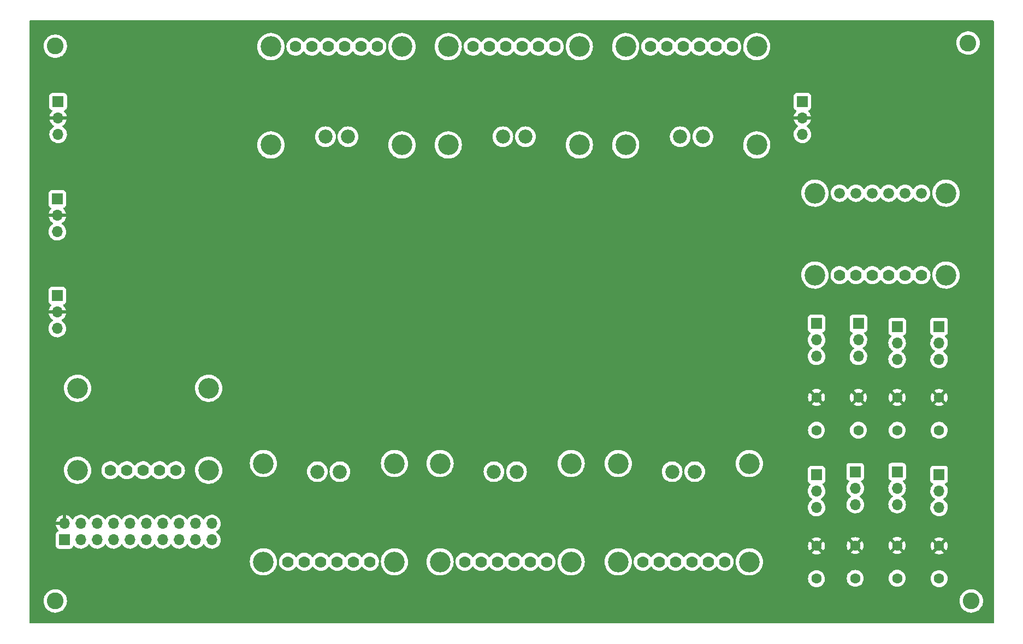
<source format=gbr>
%TF.GenerationSoftware,KiCad,Pcbnew,(6.0.0-0)*%
%TF.CreationDate,2022-09-21T21:39:13-04:00*%
%TF.ProjectId,PEC_Prognostic_Board,5045435f-5072-46f6-976e-6f737469635f,rev?*%
%TF.SameCoordinates,Original*%
%TF.FileFunction,Copper,L2,Inr*%
%TF.FilePolarity,Positive*%
%FSLAX46Y46*%
G04 Gerber Fmt 4.6, Leading zero omitted, Abs format (unit mm)*
G04 Created by KiCad (PCBNEW (6.0.0-0)) date 2022-09-21 21:39:13*
%MOMM*%
%LPD*%
G01*
G04 APERTURE LIST*
%TA.AperFunction,ComponentPad*%
%ADD10C,2.600000*%
%TD*%
%TA.AperFunction,ComponentPad*%
%ADD11O,1.700000X1.700000*%
%TD*%
%TA.AperFunction,ComponentPad*%
%ADD12R,1.700000X1.700000*%
%TD*%
%TA.AperFunction,ComponentPad*%
%ADD13C,1.600000*%
%TD*%
%TA.AperFunction,ComponentPad*%
%ADD14C,3.200000*%
%TD*%
%TA.AperFunction,ComponentPad*%
%ADD15C,1.778000*%
%TD*%
%TA.AperFunction,ComponentPad*%
%ADD16C,2.184400*%
%TD*%
%TA.AperFunction,ComponentPad*%
%ADD17C,1.676400*%
%TD*%
G04 APERTURE END LIST*
D10*
%TO.N,N/C*%
%TO.C,REF\u002A\u002A*%
X74000000Y-44500000D03*
%TD*%
%TO.N,N/C*%
%TO.C,REF\u002A\u002A*%
X215500000Y-44000000D03*
%TD*%
%TO.N,N/C*%
%TO.C,REF\u002A\u002A*%
X216000000Y-130500000D03*
%TD*%
%TO.N,N/C*%
%TO.C,REF\u002A\u002A*%
X74000000Y-130500000D03*
%TD*%
D11*
%TO.N,unconnected-(U9-Pad3)*%
%TO.C,U9*%
X189811267Y-58165647D03*
%TO.N,+5V*%
X189811267Y-55625647D03*
D12*
%TO.N,CUR0*%
X189811267Y-53085647D03*
%TD*%
D13*
%TO.N,TM1+*%
%TO.C,R1*%
X198000000Y-127000000D03*
%TO.N,+5V*%
X198000000Y-121920000D03*
%TD*%
D14*
%TO.N,N/C*%
%TO.C,U1*%
X77463000Y-97533000D03*
X97783000Y-97533000D03*
X97783000Y-110233000D03*
X77463000Y-110233000D03*
D15*
X92703000Y-110233000D03*
%TO.N,SDA_5V*%
X90163000Y-110233000D03*
%TO.N,SCL_5V*%
X87623000Y-110233000D03*
%TO.N,GND*%
X85083000Y-110233000D03*
%TO.N,unconnected-(U1-Pad1)*%
X82543000Y-110233000D03*
%TD*%
D11*
%TO.N,N/C*%
%TO.C,TH7*%
X211000000Y-93040000D03*
%TO.N,GND*%
X211000000Y-90500000D03*
D12*
%TO.N,TM7+*%
X211000000Y-87960000D03*
%TD*%
D11*
%TO.N,N/C*%
%TO.C,TH5*%
X211000000Y-115985000D03*
%TO.N,GND*%
X211000000Y-113445000D03*
D12*
%TO.N,TM5+*%
X211000000Y-110905000D03*
%TD*%
D14*
%TO.N,N/C*%
%TO.C,U4*%
X153963000Y-124428000D03*
X133643000Y-109188000D03*
X153963000Y-109188000D03*
X133643000Y-124428000D03*
D15*
X150153000Y-124428000D03*
%TO.N,SDA_5V*%
X147613000Y-124428000D03*
%TO.N,SCL_5V*%
X145073000Y-124428000D03*
%TO.N,GND*%
X142533000Y-124428000D03*
D16*
%TO.N,unconnected-(U4-Pad2)*%
X145503000Y-110458000D03*
D15*
X139993000Y-124428000D03*
D16*
%TO.N,unconnected-(U4-Pad1)*%
X142003000Y-110458000D03*
D15*
X137453000Y-124428000D03*
%TD*%
D11*
%TO.N,N/C*%
%TO.C,TH6*%
X204500000Y-93055000D03*
%TO.N,GND*%
X204500000Y-90515000D03*
D12*
%TO.N,TM6+*%
X204500000Y-87975000D03*
%TD*%
D14*
%TO.N,N/C*%
%TO.C,U7*%
X182737000Y-44572000D03*
X162417000Y-59812000D03*
X182737000Y-59812000D03*
X162417000Y-44572000D03*
D15*
X166227000Y-44572000D03*
%TO.N,SDA_5V*%
X168767000Y-44572000D03*
%TO.N,SCL_5V*%
X171307000Y-44572000D03*
%TO.N,GND*%
X173847000Y-44572000D03*
%TO.N,unconnected-(U7-Pad2)*%
X176387000Y-44572000D03*
D16*
X170877000Y-58542000D03*
%TO.N,unconnected-(U7-Pad1)*%
X174377000Y-58542000D03*
D15*
X178927000Y-44572000D03*
%TD*%
D13*
%TO.N,TM2+*%
%TO.C,R2*%
X192000000Y-104025000D03*
%TO.N,+5V*%
X192000000Y-98945000D03*
%TD*%
D11*
%TO.N,unconnected-(U12-Pad3)*%
%TO.C,U12*%
X74311267Y-88268923D03*
%TO.N,+5V*%
X74311267Y-85728923D03*
D12*
%TO.N,CUR4*%
X74311267Y-83188923D03*
%TD*%
D13*
%TO.N,TM0+*%
%TO.C,R0*%
X192000000Y-127045000D03*
%TO.N,+5V*%
X192000000Y-121965000D03*
%TD*%
%TO.N,TM7+*%
%TO.C,R7*%
X211000000Y-104045000D03*
%TO.N,+5V*%
X211000000Y-98965000D03*
%TD*%
D14*
%TO.N,N/C*%
%TO.C,U8*%
X106263000Y-109188000D03*
X126583000Y-109188000D03*
X126583000Y-124428000D03*
X106263000Y-124428000D03*
D15*
X122773000Y-124428000D03*
%TO.N,SDA_5V*%
X120233000Y-124428000D03*
%TO.N,SCL_5V*%
X117693000Y-124428000D03*
%TO.N,GND*%
X115153000Y-124428000D03*
%TO.N,unconnected-(U8-Pad2)*%
X112613000Y-124428000D03*
D16*
X118123000Y-110458000D03*
D15*
%TO.N,unconnected-(U8-Pad1)*%
X110073000Y-124428000D03*
D16*
X114623000Y-110458000D03*
%TD*%
D11*
%TO.N,unconnected-(U11-Pad3)*%
%TO.C,U11*%
X74311267Y-73268923D03*
%TO.N,+5V*%
X74311267Y-70728923D03*
D12*
%TO.N,CUR2*%
X74311267Y-68188923D03*
%TD*%
D13*
%TO.N,TM3+*%
%TO.C,R3*%
X198500000Y-104025000D03*
%TO.N,+5V*%
X198500000Y-98945000D03*
%TD*%
D11*
%TO.N,N/C*%
%TO.C,TH0*%
X192000000Y-116020000D03*
%TO.N,GND*%
X192000000Y-113480000D03*
D12*
%TO.N,TM0+*%
X192000000Y-110940000D03*
%TD*%
D11*
%TO.N,N/C*%
%TO.C,TH4*%
X204500000Y-115540000D03*
%TO.N,GND*%
X204500000Y-113000000D03*
D12*
%TO.N,TM4+*%
X204500000Y-110460000D03*
%TD*%
D11*
%TO.N,unconnected-(U10-Pad3)*%
%TO.C,U10*%
X74444250Y-58165647D03*
%TO.N,+5V*%
X74444250Y-55625647D03*
D12*
%TO.N,CUR1*%
X74444250Y-53085647D03*
%TD*%
D14*
%TO.N,N/C*%
%TO.C,U6*%
X161263000Y-109188000D03*
X161263000Y-124428000D03*
X181583000Y-109188000D03*
X181583000Y-124428000D03*
D15*
X177773000Y-124428000D03*
%TO.N,SDA_5V*%
X175233000Y-124428000D03*
%TO.N,SCL_5V*%
X172693000Y-124428000D03*
%TO.N,GND*%
X170153000Y-124428000D03*
%TO.N,unconnected-(U6-Pad2)*%
X167613000Y-124428000D03*
D16*
X173123000Y-110458000D03*
D15*
%TO.N,unconnected-(U6-Pad1)*%
X165073000Y-124428000D03*
D16*
X169623000Y-110458000D03*
%TD*%
D11*
%TO.N,N/C*%
%TO.C,TH3*%
X198500000Y-92580000D03*
%TO.N,GND*%
X198500000Y-90040000D03*
D12*
%TO.N,TM3+*%
X198500000Y-87500000D03*
%TD*%
D11*
%TO.N,TM7+*%
%TO.C,J1*%
X98280000Y-118500000D03*
%TO.N,CUR0*%
X98280000Y-121040000D03*
%TO.N,TM6+*%
X95740000Y-118500000D03*
%TO.N,CUR1*%
X95740000Y-121040000D03*
%TO.N,TM5+*%
X93200000Y-118500000D03*
%TO.N,CUR2*%
X93200000Y-121040000D03*
%TO.N,TM4+*%
X90660000Y-118500000D03*
%TO.N,CUR3*%
X90660000Y-121040000D03*
%TO.N,TM3+*%
X88120000Y-118500000D03*
%TO.N,unconnected-(J1-Pad11)*%
X88120000Y-121040000D03*
%TO.N,TM2+*%
X85580000Y-118500000D03*
%TO.N,unconnected-(J1-Pad9)*%
X85580000Y-121040000D03*
%TO.N,TM1+*%
X83040000Y-118500000D03*
%TO.N,unconnected-(J1-Pad7)*%
X83040000Y-121040000D03*
%TO.N,TM0+*%
X80500000Y-118500000D03*
%TO.N,unconnected-(J1-Pad5)*%
X80500000Y-121040000D03*
%TO.N,GND*%
X77960000Y-118500000D03*
%TO.N,SDA_5V*%
X77960000Y-121040000D03*
%TO.N,+5V*%
X75420000Y-118500000D03*
D12*
%TO.N,SCL_5V*%
X75420000Y-121040000D03*
%TD*%
D11*
%TO.N,N/C*%
%TO.C,TH1*%
X198000000Y-115555000D03*
%TO.N,GND*%
X198000000Y-113015000D03*
D12*
%TO.N,TM1+*%
X198000000Y-110475000D03*
%TD*%
D14*
%TO.N,N/C*%
%TO.C,U5*%
X155237000Y-44572000D03*
X155237000Y-59812000D03*
X134917000Y-44572000D03*
X134917000Y-59812000D03*
D15*
X138727000Y-44572000D03*
%TO.N,SDA_5V*%
X141267000Y-44572000D03*
%TO.N,SCL_5V*%
X143807000Y-44572000D03*
%TO.N,GND*%
X146347000Y-44572000D03*
D16*
%TO.N,unconnected-(U5-Pad2)*%
X143377000Y-58542000D03*
D15*
X148887000Y-44572000D03*
%TO.N,unconnected-(U5-Pad1)*%
X151427000Y-44572000D03*
D16*
X146877000Y-58542000D03*
%TD*%
D14*
%TO.N,N/C*%
%TO.C,U2*%
X191763000Y-67288000D03*
X212083000Y-67288000D03*
X212083000Y-79988000D03*
X191763000Y-79988000D03*
D15*
X208273000Y-79988000D03*
D17*
X208273000Y-67288000D03*
%TO.N,unconnected-(U2-Pad5)*%
X205733000Y-67288000D03*
D15*
X205733000Y-79988000D03*
D17*
%TO.N,SDA_5V*%
X203193000Y-67288000D03*
D15*
X203193000Y-79988000D03*
%TO.N,SCL_5V*%
X200653000Y-79988000D03*
D17*
X200653000Y-67288000D03*
%TO.N,GND*%
X198113000Y-67288000D03*
D15*
X198113000Y-79988000D03*
%TO.N,unconnected-(U2-Pad1)*%
X195573000Y-79988000D03*
D17*
X195573000Y-67288000D03*
%TD*%
D11*
%TO.N,N/C*%
%TO.C,TH2*%
X192000000Y-92580000D03*
%TO.N,GND*%
X192000000Y-90040000D03*
D12*
%TO.N,TM2+*%
X192000000Y-87500000D03*
%TD*%
D13*
%TO.N,TM5+*%
%TO.C,R5*%
X211000000Y-127030000D03*
%TO.N,+5V*%
X211000000Y-121950000D03*
%TD*%
D14*
%TO.N,N/C*%
%TO.C,U3*%
X107417000Y-44572000D03*
X107417000Y-59812000D03*
X127737000Y-59812000D03*
X127737000Y-44572000D03*
D15*
X111227000Y-44572000D03*
%TO.N,SDA_5V*%
X113767000Y-44572000D03*
%TO.N,SCL_5V*%
X116307000Y-44572000D03*
%TO.N,GND*%
X118847000Y-44572000D03*
%TO.N,unconnected-(U3-Pad2)*%
X121387000Y-44572000D03*
D16*
X115877000Y-58542000D03*
D15*
%TO.N,unconnected-(U3-Pad1)*%
X123927000Y-44572000D03*
D16*
X119377000Y-58542000D03*
%TD*%
D13*
%TO.N,TM4+*%
%TO.C,R4*%
X204500000Y-126985000D03*
%TO.N,+5V*%
X204500000Y-121905000D03*
%TD*%
%TO.N,TM6+*%
%TO.C,R6*%
X204500000Y-104045000D03*
%TO.N,+5V*%
X204500000Y-98965000D03*
%TD*%
%TA.AperFunction,Conductor*%
%TO.N,+5V*%
G36*
X219434121Y-40528002D02*
G01*
X219480614Y-40581658D01*
X219492000Y-40634000D01*
X219492000Y-133866000D01*
X219471998Y-133934121D01*
X219418342Y-133980614D01*
X219366000Y-133992000D01*
X70134000Y-133992000D01*
X70065879Y-133971998D01*
X70019386Y-133918342D01*
X70008000Y-133866000D01*
X70008000Y-130452526D01*
X72187050Y-130452526D01*
X72199947Y-130721019D01*
X72252388Y-130984656D01*
X72343220Y-131237646D01*
X72470450Y-131474431D01*
X72473241Y-131478168D01*
X72473245Y-131478175D01*
X72554887Y-131587506D01*
X72631281Y-131689810D01*
X72634590Y-131693090D01*
X72634595Y-131693096D01*
X72818863Y-131875762D01*
X72822180Y-131879050D01*
X72825942Y-131881808D01*
X72825945Y-131881811D01*
X72938299Y-131964192D01*
X73038954Y-132037995D01*
X73043089Y-132040171D01*
X73043093Y-132040173D01*
X73272698Y-132160975D01*
X73276840Y-132163154D01*
X73530613Y-132251775D01*
X73535206Y-132252647D01*
X73790109Y-132301042D01*
X73790112Y-132301042D01*
X73794698Y-132301913D01*
X73922370Y-132306929D01*
X74058625Y-132312283D01*
X74058630Y-132312283D01*
X74063293Y-132312466D01*
X74167607Y-132301042D01*
X74325844Y-132283713D01*
X74325850Y-132283712D01*
X74330497Y-132283203D01*
X74335021Y-132282012D01*
X74585918Y-132215956D01*
X74585920Y-132215955D01*
X74590441Y-132214765D01*
X74594738Y-132212919D01*
X74833120Y-132110502D01*
X74833122Y-132110501D01*
X74837414Y-132108657D01*
X74956071Y-132035230D01*
X75062017Y-131969669D01*
X75062021Y-131969666D01*
X75065990Y-131967210D01*
X75271149Y-131793530D01*
X75448382Y-131591434D01*
X75593797Y-131365361D01*
X75704199Y-131120278D01*
X75741209Y-130989051D01*
X75775893Y-130866072D01*
X75775894Y-130866069D01*
X75777163Y-130861568D01*
X75795043Y-130721019D01*
X75810688Y-130598045D01*
X75810688Y-130598041D01*
X75811086Y-130594915D01*
X75813571Y-130500000D01*
X75810043Y-130452526D01*
X214187050Y-130452526D01*
X214199947Y-130721019D01*
X214252388Y-130984656D01*
X214343220Y-131237646D01*
X214470450Y-131474431D01*
X214473241Y-131478168D01*
X214473245Y-131478175D01*
X214554887Y-131587506D01*
X214631281Y-131689810D01*
X214634590Y-131693090D01*
X214634595Y-131693096D01*
X214818863Y-131875762D01*
X214822180Y-131879050D01*
X214825942Y-131881808D01*
X214825945Y-131881811D01*
X214938299Y-131964192D01*
X215038954Y-132037995D01*
X215043089Y-132040171D01*
X215043093Y-132040173D01*
X215272698Y-132160975D01*
X215276840Y-132163154D01*
X215530613Y-132251775D01*
X215535206Y-132252647D01*
X215790109Y-132301042D01*
X215790112Y-132301042D01*
X215794698Y-132301913D01*
X215922370Y-132306929D01*
X216058625Y-132312283D01*
X216058630Y-132312283D01*
X216063293Y-132312466D01*
X216167607Y-132301042D01*
X216325844Y-132283713D01*
X216325850Y-132283712D01*
X216330497Y-132283203D01*
X216335021Y-132282012D01*
X216585918Y-132215956D01*
X216585920Y-132215955D01*
X216590441Y-132214765D01*
X216594738Y-132212919D01*
X216833120Y-132110502D01*
X216833122Y-132110501D01*
X216837414Y-132108657D01*
X216956071Y-132035230D01*
X217062017Y-131969669D01*
X217062021Y-131969666D01*
X217065990Y-131967210D01*
X217271149Y-131793530D01*
X217448382Y-131591434D01*
X217593797Y-131365361D01*
X217704199Y-131120278D01*
X217741209Y-130989051D01*
X217775893Y-130866072D01*
X217775894Y-130866069D01*
X217777163Y-130861568D01*
X217795043Y-130721019D01*
X217810688Y-130598045D01*
X217810688Y-130598041D01*
X217811086Y-130594915D01*
X217813571Y-130500000D01*
X217793650Y-130231937D01*
X217734327Y-129969763D01*
X217636902Y-129719238D01*
X217503518Y-129485864D01*
X217337105Y-129274769D01*
X217141317Y-129090591D01*
X216920457Y-128937374D01*
X216916264Y-128935306D01*
X216683564Y-128820551D01*
X216683561Y-128820550D01*
X216679376Y-128818486D01*
X216631745Y-128803239D01*
X216577621Y-128785914D01*
X216423370Y-128736538D01*
X216418763Y-128735788D01*
X216418760Y-128735787D01*
X216162674Y-128694081D01*
X216162675Y-128694081D01*
X216158063Y-128693330D01*
X216027719Y-128691624D01*
X215893961Y-128689873D01*
X215893958Y-128689873D01*
X215889284Y-128689812D01*
X215622937Y-128726060D01*
X215364874Y-128801278D01*
X215120763Y-128913815D01*
X215116854Y-128916378D01*
X214899881Y-129058631D01*
X214899876Y-129058635D01*
X214895968Y-129061197D01*
X214695426Y-129240188D01*
X214523544Y-129446854D01*
X214384096Y-129676656D01*
X214280148Y-129924545D01*
X214213981Y-130185077D01*
X214187050Y-130452526D01*
X75810043Y-130452526D01*
X75793650Y-130231937D01*
X75734327Y-129969763D01*
X75636902Y-129719238D01*
X75503518Y-129485864D01*
X75337105Y-129274769D01*
X75141317Y-129090591D01*
X74920457Y-128937374D01*
X74916264Y-128935306D01*
X74683564Y-128820551D01*
X74683561Y-128820550D01*
X74679376Y-128818486D01*
X74631745Y-128803239D01*
X74577621Y-128785914D01*
X74423370Y-128736538D01*
X74418763Y-128735788D01*
X74418760Y-128735787D01*
X74162674Y-128694081D01*
X74162675Y-128694081D01*
X74158063Y-128693330D01*
X74027719Y-128691624D01*
X73893961Y-128689873D01*
X73893958Y-128689873D01*
X73889284Y-128689812D01*
X73622937Y-128726060D01*
X73364874Y-128801278D01*
X73120763Y-128913815D01*
X73116854Y-128916378D01*
X72899881Y-129058631D01*
X72899876Y-129058635D01*
X72895968Y-129061197D01*
X72695426Y-129240188D01*
X72523544Y-129446854D01*
X72384096Y-129676656D01*
X72280148Y-129924545D01*
X72213981Y-130185077D01*
X72187050Y-130452526D01*
X70008000Y-130452526D01*
X70008000Y-127045000D01*
X190686502Y-127045000D01*
X190706457Y-127273087D01*
X190707881Y-127278400D01*
X190707881Y-127278402D01*
X190763032Y-127484225D01*
X190765716Y-127494243D01*
X190768039Y-127499224D01*
X190768039Y-127499225D01*
X190860151Y-127696762D01*
X190860154Y-127696767D01*
X190862477Y-127701749D01*
X190865634Y-127706257D01*
X190986028Y-127878197D01*
X190993802Y-127889300D01*
X191155700Y-128051198D01*
X191160208Y-128054355D01*
X191160211Y-128054357D01*
X191238389Y-128109098D01*
X191343251Y-128182523D01*
X191348233Y-128184846D01*
X191348238Y-128184849D01*
X191545775Y-128276961D01*
X191550757Y-128279284D01*
X191556065Y-128280706D01*
X191556067Y-128280707D01*
X191766598Y-128337119D01*
X191766600Y-128337119D01*
X191771913Y-128338543D01*
X192000000Y-128358498D01*
X192228087Y-128338543D01*
X192233400Y-128337119D01*
X192233402Y-128337119D01*
X192443933Y-128280707D01*
X192443935Y-128280706D01*
X192449243Y-128279284D01*
X192454225Y-128276961D01*
X192651762Y-128184849D01*
X192651767Y-128184846D01*
X192656749Y-128182523D01*
X192761611Y-128109098D01*
X192839789Y-128054357D01*
X192839792Y-128054355D01*
X192844300Y-128051198D01*
X193006198Y-127889300D01*
X193013973Y-127878197D01*
X193134366Y-127706257D01*
X193137523Y-127701749D01*
X193139846Y-127696767D01*
X193139849Y-127696762D01*
X193231961Y-127499225D01*
X193231961Y-127499224D01*
X193234284Y-127494243D01*
X193236969Y-127484225D01*
X193292119Y-127278402D01*
X193292119Y-127278400D01*
X193293543Y-127273087D01*
X193313498Y-127045000D01*
X193309561Y-127000000D01*
X196686502Y-127000000D01*
X196706457Y-127228087D01*
X196707881Y-127233400D01*
X196707881Y-127233402D01*
X196763032Y-127439225D01*
X196765716Y-127449243D01*
X196768039Y-127454224D01*
X196768039Y-127454225D01*
X196860151Y-127651762D01*
X196860154Y-127651767D01*
X196862477Y-127656749D01*
X196897143Y-127706257D01*
X196986028Y-127833197D01*
X196993802Y-127844300D01*
X197155700Y-128006198D01*
X197160208Y-128009355D01*
X197160211Y-128009357D01*
X197192979Y-128032301D01*
X197343251Y-128137523D01*
X197348233Y-128139846D01*
X197348238Y-128139849D01*
X197545775Y-128231961D01*
X197550757Y-128234284D01*
X197556065Y-128235706D01*
X197556067Y-128235707D01*
X197766598Y-128292119D01*
X197766600Y-128292119D01*
X197771913Y-128293543D01*
X198000000Y-128313498D01*
X198228087Y-128293543D01*
X198233400Y-128292119D01*
X198233402Y-128292119D01*
X198443933Y-128235707D01*
X198443935Y-128235706D01*
X198449243Y-128234284D01*
X198454225Y-128231961D01*
X198651762Y-128139849D01*
X198651767Y-128139846D01*
X198656749Y-128137523D01*
X198807021Y-128032301D01*
X198839789Y-128009357D01*
X198839792Y-128009355D01*
X198844300Y-128006198D01*
X199006198Y-127844300D01*
X199013973Y-127833197D01*
X199102857Y-127706257D01*
X199137523Y-127656749D01*
X199139846Y-127651767D01*
X199139849Y-127651762D01*
X199231961Y-127454225D01*
X199231961Y-127454224D01*
X199234284Y-127449243D01*
X199236969Y-127439225D01*
X199292119Y-127233402D01*
X199292119Y-127233400D01*
X199293543Y-127228087D01*
X199313498Y-127000000D01*
X199312186Y-126985000D01*
X203186502Y-126985000D01*
X203206457Y-127213087D01*
X203265716Y-127434243D01*
X203268039Y-127439224D01*
X203268039Y-127439225D01*
X203360151Y-127636762D01*
X203360154Y-127636767D01*
X203362477Y-127641749D01*
X203493802Y-127829300D01*
X203655700Y-127991198D01*
X203660208Y-127994355D01*
X203660211Y-127994357D01*
X203714401Y-128032301D01*
X203843251Y-128122523D01*
X203848233Y-128124846D01*
X203848238Y-128124849D01*
X203971922Y-128182523D01*
X204050757Y-128219284D01*
X204056065Y-128220706D01*
X204056067Y-128220707D01*
X204266598Y-128277119D01*
X204266600Y-128277119D01*
X204271913Y-128278543D01*
X204500000Y-128298498D01*
X204728087Y-128278543D01*
X204733400Y-128277119D01*
X204733402Y-128277119D01*
X204943933Y-128220707D01*
X204943935Y-128220706D01*
X204949243Y-128219284D01*
X205028078Y-128182523D01*
X205151762Y-128124849D01*
X205151767Y-128124846D01*
X205156749Y-128122523D01*
X205285599Y-128032301D01*
X205339789Y-127994357D01*
X205339792Y-127994355D01*
X205344300Y-127991198D01*
X205506198Y-127829300D01*
X205637523Y-127641749D01*
X205639846Y-127636767D01*
X205639849Y-127636762D01*
X205731961Y-127439225D01*
X205731961Y-127439224D01*
X205734284Y-127434243D01*
X205793543Y-127213087D01*
X205809561Y-127030000D01*
X209686502Y-127030000D01*
X209706457Y-127258087D01*
X209707881Y-127263400D01*
X209707881Y-127263402D01*
X209756255Y-127443933D01*
X209765716Y-127479243D01*
X209768039Y-127484224D01*
X209768039Y-127484225D01*
X209860151Y-127681762D01*
X209860154Y-127681767D01*
X209862477Y-127686749D01*
X209876137Y-127706257D01*
X209972796Y-127844300D01*
X209993802Y-127874300D01*
X210155700Y-128036198D01*
X210160208Y-128039355D01*
X210160211Y-128039357D01*
X210238389Y-128094098D01*
X210343251Y-128167523D01*
X210348233Y-128169846D01*
X210348238Y-128169849D01*
X210545775Y-128261961D01*
X210550757Y-128264284D01*
X210556065Y-128265706D01*
X210556067Y-128265707D01*
X210766598Y-128322119D01*
X210766600Y-128322119D01*
X210771913Y-128323543D01*
X211000000Y-128343498D01*
X211228087Y-128323543D01*
X211233400Y-128322119D01*
X211233402Y-128322119D01*
X211443933Y-128265707D01*
X211443935Y-128265706D01*
X211449243Y-128264284D01*
X211454225Y-128261961D01*
X211651762Y-128169849D01*
X211651767Y-128169846D01*
X211656749Y-128167523D01*
X211761611Y-128094098D01*
X211839789Y-128039357D01*
X211839792Y-128039355D01*
X211844300Y-128036198D01*
X212006198Y-127874300D01*
X212027205Y-127844300D01*
X212123863Y-127706257D01*
X212137523Y-127686749D01*
X212139846Y-127681767D01*
X212139849Y-127681762D01*
X212231961Y-127484225D01*
X212231961Y-127484224D01*
X212234284Y-127479243D01*
X212243746Y-127443933D01*
X212292119Y-127263402D01*
X212292119Y-127263400D01*
X212293543Y-127258087D01*
X212313498Y-127030000D01*
X212293543Y-126801913D01*
X212286973Y-126777393D01*
X212235707Y-126586067D01*
X212235706Y-126586065D01*
X212234284Y-126580757D01*
X212217972Y-126545775D01*
X212139849Y-126378238D01*
X212139846Y-126378233D01*
X212137523Y-126373251D01*
X212016701Y-126200700D01*
X212009357Y-126190211D01*
X212009355Y-126190208D01*
X212006198Y-126185700D01*
X211844300Y-126023802D01*
X211839792Y-126020645D01*
X211839789Y-126020643D01*
X211739203Y-125950212D01*
X211656749Y-125892477D01*
X211651767Y-125890154D01*
X211651762Y-125890151D01*
X211454225Y-125798039D01*
X211454224Y-125798039D01*
X211449243Y-125795716D01*
X211443935Y-125794294D01*
X211443933Y-125794293D01*
X211233402Y-125737881D01*
X211233400Y-125737881D01*
X211228087Y-125736457D01*
X211000000Y-125716502D01*
X210771913Y-125736457D01*
X210766600Y-125737881D01*
X210766598Y-125737881D01*
X210556067Y-125794293D01*
X210556065Y-125794294D01*
X210550757Y-125795716D01*
X210545776Y-125798039D01*
X210545775Y-125798039D01*
X210348238Y-125890151D01*
X210348233Y-125890154D01*
X210343251Y-125892477D01*
X210260797Y-125950212D01*
X210160211Y-126020643D01*
X210160208Y-126020645D01*
X210155700Y-126023802D01*
X209993802Y-126185700D01*
X209990645Y-126190208D01*
X209990643Y-126190211D01*
X209983299Y-126200700D01*
X209862477Y-126373251D01*
X209860154Y-126378233D01*
X209860151Y-126378238D01*
X209782028Y-126545775D01*
X209765716Y-126580757D01*
X209764294Y-126586065D01*
X209764293Y-126586067D01*
X209713027Y-126777393D01*
X209706457Y-126801913D01*
X209686502Y-127030000D01*
X205809561Y-127030000D01*
X205813498Y-126985000D01*
X205793543Y-126756913D01*
X205738303Y-126550757D01*
X205735707Y-126541067D01*
X205735706Y-126541065D01*
X205734284Y-126535757D01*
X205731961Y-126530775D01*
X205639849Y-126333238D01*
X205639846Y-126333233D01*
X205637523Y-126328251D01*
X205540866Y-126190211D01*
X205509357Y-126145211D01*
X205509355Y-126145208D01*
X205506198Y-126140700D01*
X205344300Y-125978802D01*
X205339792Y-125975645D01*
X205339789Y-125975643D01*
X205221015Y-125892477D01*
X205156749Y-125847477D01*
X205151767Y-125845154D01*
X205151762Y-125845151D01*
X204954225Y-125753039D01*
X204954224Y-125753039D01*
X204949243Y-125750716D01*
X204943935Y-125749294D01*
X204943933Y-125749293D01*
X204733402Y-125692881D01*
X204733400Y-125692881D01*
X204728087Y-125691457D01*
X204500000Y-125671502D01*
X204271913Y-125691457D01*
X204266600Y-125692881D01*
X204266598Y-125692881D01*
X204056067Y-125749293D01*
X204056065Y-125749294D01*
X204050757Y-125750716D01*
X204045776Y-125753039D01*
X204045775Y-125753039D01*
X203848238Y-125845151D01*
X203848233Y-125845154D01*
X203843251Y-125847477D01*
X203778985Y-125892477D01*
X203660211Y-125975643D01*
X203660208Y-125975645D01*
X203655700Y-125978802D01*
X203493802Y-126140700D01*
X203490645Y-126145208D01*
X203490643Y-126145211D01*
X203459134Y-126190211D01*
X203362477Y-126328251D01*
X203360154Y-126333233D01*
X203360151Y-126333238D01*
X203268039Y-126530775D01*
X203265716Y-126535757D01*
X203264294Y-126541065D01*
X203264293Y-126541067D01*
X203261697Y-126550757D01*
X203206457Y-126756913D01*
X203186502Y-126985000D01*
X199312186Y-126985000D01*
X199293543Y-126771913D01*
X199245007Y-126590775D01*
X199235707Y-126556067D01*
X199235706Y-126556065D01*
X199234284Y-126550757D01*
X199228343Y-126538016D01*
X199139849Y-126348238D01*
X199139846Y-126348233D01*
X199137523Y-126343251D01*
X199040866Y-126205211D01*
X199009357Y-126160211D01*
X199009355Y-126160208D01*
X199006198Y-126155700D01*
X198844300Y-125993802D01*
X198839792Y-125990645D01*
X198839789Y-125990643D01*
X198721015Y-125907477D01*
X198656749Y-125862477D01*
X198651767Y-125860154D01*
X198651762Y-125860151D01*
X198454225Y-125768039D01*
X198454224Y-125768039D01*
X198449243Y-125765716D01*
X198443935Y-125764294D01*
X198443933Y-125764293D01*
X198233402Y-125707881D01*
X198233400Y-125707881D01*
X198228087Y-125706457D01*
X198000000Y-125686502D01*
X197771913Y-125706457D01*
X197766600Y-125707881D01*
X197766598Y-125707881D01*
X197556067Y-125764293D01*
X197556065Y-125764294D01*
X197550757Y-125765716D01*
X197545776Y-125768039D01*
X197545775Y-125768039D01*
X197348238Y-125860151D01*
X197348233Y-125860154D01*
X197343251Y-125862477D01*
X197278985Y-125907477D01*
X197160211Y-125990643D01*
X197160208Y-125990645D01*
X197155700Y-125993802D01*
X196993802Y-126155700D01*
X196990645Y-126160208D01*
X196990643Y-126160211D01*
X196959134Y-126205211D01*
X196862477Y-126343251D01*
X196860154Y-126348233D01*
X196860151Y-126348238D01*
X196771657Y-126538016D01*
X196765716Y-126550757D01*
X196764294Y-126556065D01*
X196764293Y-126556067D01*
X196754993Y-126590775D01*
X196706457Y-126771913D01*
X196686502Y-127000000D01*
X193309561Y-127000000D01*
X193293543Y-126816913D01*
X193234284Y-126595757D01*
X193229766Y-126586067D01*
X193139849Y-126393238D01*
X193139846Y-126393233D01*
X193137523Y-126388251D01*
X193006198Y-126200700D01*
X192844300Y-126038802D01*
X192839792Y-126035645D01*
X192839789Y-126035643D01*
X192726252Y-125956144D01*
X192656749Y-125907477D01*
X192651767Y-125905154D01*
X192651762Y-125905151D01*
X192454225Y-125813039D01*
X192454224Y-125813039D01*
X192449243Y-125810716D01*
X192443935Y-125809294D01*
X192443933Y-125809293D01*
X192233402Y-125752881D01*
X192233400Y-125752881D01*
X192228087Y-125751457D01*
X192000000Y-125731502D01*
X191771913Y-125751457D01*
X191766600Y-125752881D01*
X191766598Y-125752881D01*
X191556067Y-125809293D01*
X191556065Y-125809294D01*
X191550757Y-125810716D01*
X191545776Y-125813039D01*
X191545775Y-125813039D01*
X191348238Y-125905151D01*
X191348233Y-125905154D01*
X191343251Y-125907477D01*
X191273748Y-125956144D01*
X191160211Y-126035643D01*
X191160208Y-126035645D01*
X191155700Y-126038802D01*
X190993802Y-126200700D01*
X190862477Y-126388251D01*
X190860154Y-126393233D01*
X190860151Y-126393238D01*
X190770234Y-126586067D01*
X190765716Y-126595757D01*
X190706457Y-126816913D01*
X190686502Y-127045000D01*
X70008000Y-127045000D01*
X70008000Y-124405869D01*
X104149689Y-124405869D01*
X104166238Y-124692883D01*
X104167063Y-124697088D01*
X104167064Y-124697096D01*
X104195552Y-124842297D01*
X104221586Y-124974995D01*
X104222973Y-124979045D01*
X104222974Y-124979050D01*
X104292011Y-125180689D01*
X104314710Y-125246986D01*
X104443885Y-125503822D01*
X104533893Y-125634785D01*
X104603771Y-125736457D01*
X104606721Y-125740750D01*
X104609608Y-125743923D01*
X104609609Y-125743924D01*
X104617759Y-125752881D01*
X104800206Y-125953388D01*
X104803501Y-125956143D01*
X104803502Y-125956144D01*
X104902361Y-126038802D01*
X105020759Y-126137798D01*
X105264298Y-126290571D01*
X105526318Y-126408877D01*
X105530437Y-126410097D01*
X105797857Y-126489311D01*
X105797862Y-126489312D01*
X105801970Y-126490529D01*
X105806204Y-126491177D01*
X105806209Y-126491178D01*
X106054811Y-126529219D01*
X106086153Y-126534015D01*
X106232485Y-126536314D01*
X106369317Y-126538464D01*
X106369323Y-126538464D01*
X106373608Y-126538531D01*
X106377860Y-126538016D01*
X106377868Y-126538016D01*
X106654756Y-126504508D01*
X106654761Y-126504507D01*
X106659017Y-126503992D01*
X106937097Y-126431039D01*
X107202704Y-126321021D01*
X107408609Y-126200700D01*
X107447219Y-126178138D01*
X107447220Y-126178137D01*
X107450922Y-126175974D01*
X107677159Y-125998582D01*
X107681792Y-125993802D01*
X107869304Y-125800304D01*
X107877227Y-125792128D01*
X107879760Y-125788680D01*
X107879764Y-125788675D01*
X108044887Y-125563886D01*
X108047425Y-125560431D01*
X108082724Y-125495418D01*
X108182554Y-125311555D01*
X108182555Y-125311553D01*
X108184604Y-125307779D01*
X108286225Y-125038848D01*
X108328990Y-124852127D01*
X108349449Y-124762797D01*
X108349450Y-124762793D01*
X108350407Y-124758613D01*
X108373800Y-124496502D01*
X108375743Y-124474726D01*
X108375743Y-124474724D01*
X108375963Y-124472260D01*
X108376427Y-124428000D01*
X108374091Y-124393739D01*
X108671129Y-124393739D01*
X108671426Y-124398892D01*
X108671426Y-124398895D01*
X108673298Y-124431365D01*
X108684357Y-124623161D01*
X108685492Y-124628198D01*
X108685493Y-124628204D01*
X108714882Y-124758613D01*
X108734878Y-124847342D01*
X108821336Y-125060261D01*
X108941408Y-125256200D01*
X109091869Y-125429898D01*
X109268679Y-125576689D01*
X109467090Y-125692631D01*
X109471910Y-125694471D01*
X109471915Y-125694474D01*
X109601414Y-125743924D01*
X109681774Y-125774610D01*
X109686842Y-125775641D01*
X109686845Y-125775642D01*
X109796929Y-125798039D01*
X109906963Y-125820426D01*
X109912136Y-125820616D01*
X109912139Y-125820616D01*
X110131448Y-125828657D01*
X110131452Y-125828657D01*
X110136612Y-125828846D01*
X110141732Y-125828190D01*
X110141734Y-125828190D01*
X110359425Y-125800304D01*
X110359428Y-125800303D01*
X110364552Y-125799647D01*
X110401124Y-125788675D01*
X110579710Y-125735096D01*
X110584663Y-125733610D01*
X110791033Y-125632511D01*
X110978119Y-125499064D01*
X111140898Y-125336852D01*
X111143914Y-125332655D01*
X111143921Y-125332647D01*
X111240689Y-125197980D01*
X111296683Y-125154332D01*
X111367387Y-125147886D01*
X111430351Y-125180689D01*
X111450444Y-125205672D01*
X111478707Y-125251794D01*
X111478711Y-125251799D01*
X111481408Y-125256200D01*
X111631869Y-125429898D01*
X111808679Y-125576689D01*
X112007090Y-125692631D01*
X112011910Y-125694471D01*
X112011915Y-125694474D01*
X112141414Y-125743924D01*
X112221774Y-125774610D01*
X112226842Y-125775641D01*
X112226845Y-125775642D01*
X112336929Y-125798039D01*
X112446963Y-125820426D01*
X112452136Y-125820616D01*
X112452139Y-125820616D01*
X112671448Y-125828657D01*
X112671452Y-125828657D01*
X112676612Y-125828846D01*
X112681732Y-125828190D01*
X112681734Y-125828190D01*
X112899425Y-125800304D01*
X112899428Y-125800303D01*
X112904552Y-125799647D01*
X112941124Y-125788675D01*
X113119710Y-125735096D01*
X113124663Y-125733610D01*
X113331033Y-125632511D01*
X113518119Y-125499064D01*
X113680898Y-125336852D01*
X113683914Y-125332655D01*
X113683921Y-125332647D01*
X113780689Y-125197980D01*
X113836683Y-125154332D01*
X113907387Y-125147886D01*
X113970351Y-125180689D01*
X113990444Y-125205672D01*
X114018707Y-125251794D01*
X114018711Y-125251799D01*
X114021408Y-125256200D01*
X114171869Y-125429898D01*
X114348679Y-125576689D01*
X114547090Y-125692631D01*
X114551910Y-125694471D01*
X114551915Y-125694474D01*
X114681414Y-125743924D01*
X114761774Y-125774610D01*
X114766842Y-125775641D01*
X114766845Y-125775642D01*
X114876929Y-125798039D01*
X114986963Y-125820426D01*
X114992136Y-125820616D01*
X114992139Y-125820616D01*
X115211448Y-125828657D01*
X115211452Y-125828657D01*
X115216612Y-125828846D01*
X115221732Y-125828190D01*
X115221734Y-125828190D01*
X115439425Y-125800304D01*
X115439428Y-125800303D01*
X115444552Y-125799647D01*
X115481124Y-125788675D01*
X115659710Y-125735096D01*
X115664663Y-125733610D01*
X115871033Y-125632511D01*
X116058119Y-125499064D01*
X116220898Y-125336852D01*
X116223914Y-125332655D01*
X116223921Y-125332647D01*
X116320689Y-125197980D01*
X116376683Y-125154332D01*
X116447387Y-125147886D01*
X116510351Y-125180689D01*
X116530444Y-125205672D01*
X116558707Y-125251794D01*
X116558711Y-125251799D01*
X116561408Y-125256200D01*
X116711869Y-125429898D01*
X116888679Y-125576689D01*
X117087090Y-125692631D01*
X117091910Y-125694471D01*
X117091915Y-125694474D01*
X117221414Y-125743924D01*
X117301774Y-125774610D01*
X117306842Y-125775641D01*
X117306845Y-125775642D01*
X117416929Y-125798039D01*
X117526963Y-125820426D01*
X117532136Y-125820616D01*
X117532139Y-125820616D01*
X117751448Y-125828657D01*
X117751452Y-125828657D01*
X117756612Y-125828846D01*
X117761732Y-125828190D01*
X117761734Y-125828190D01*
X117979425Y-125800304D01*
X117979428Y-125800303D01*
X117984552Y-125799647D01*
X118021124Y-125788675D01*
X118199710Y-125735096D01*
X118204663Y-125733610D01*
X118411033Y-125632511D01*
X118598119Y-125499064D01*
X118760898Y-125336852D01*
X118763914Y-125332655D01*
X118763921Y-125332647D01*
X118860689Y-125197980D01*
X118916683Y-125154332D01*
X118987387Y-125147886D01*
X119050351Y-125180689D01*
X119070444Y-125205672D01*
X119098707Y-125251794D01*
X119098711Y-125251799D01*
X119101408Y-125256200D01*
X119251869Y-125429898D01*
X119428679Y-125576689D01*
X119627090Y-125692631D01*
X119631910Y-125694471D01*
X119631915Y-125694474D01*
X119761414Y-125743924D01*
X119841774Y-125774610D01*
X119846842Y-125775641D01*
X119846845Y-125775642D01*
X119956929Y-125798039D01*
X120066963Y-125820426D01*
X120072136Y-125820616D01*
X120072139Y-125820616D01*
X120291448Y-125828657D01*
X120291452Y-125828657D01*
X120296612Y-125828846D01*
X120301732Y-125828190D01*
X120301734Y-125828190D01*
X120519425Y-125800304D01*
X120519428Y-125800303D01*
X120524552Y-125799647D01*
X120561124Y-125788675D01*
X120739710Y-125735096D01*
X120744663Y-125733610D01*
X120951033Y-125632511D01*
X121138119Y-125499064D01*
X121300898Y-125336852D01*
X121303914Y-125332655D01*
X121303921Y-125332647D01*
X121400689Y-125197980D01*
X121456683Y-125154332D01*
X121527387Y-125147886D01*
X121590351Y-125180689D01*
X121610444Y-125205672D01*
X121638707Y-125251794D01*
X121638711Y-125251799D01*
X121641408Y-125256200D01*
X121791869Y-125429898D01*
X121968679Y-125576689D01*
X122167090Y-125692631D01*
X122171910Y-125694471D01*
X122171915Y-125694474D01*
X122301414Y-125743924D01*
X122381774Y-125774610D01*
X122386842Y-125775641D01*
X122386845Y-125775642D01*
X122496929Y-125798039D01*
X122606963Y-125820426D01*
X122612136Y-125820616D01*
X122612139Y-125820616D01*
X122831448Y-125828657D01*
X122831452Y-125828657D01*
X122836612Y-125828846D01*
X122841732Y-125828190D01*
X122841734Y-125828190D01*
X123059425Y-125800304D01*
X123059428Y-125800303D01*
X123064552Y-125799647D01*
X123101124Y-125788675D01*
X123279710Y-125735096D01*
X123284663Y-125733610D01*
X123491033Y-125632511D01*
X123678119Y-125499064D01*
X123840898Y-125336852D01*
X123974997Y-125150233D01*
X124076816Y-124944217D01*
X124092739Y-124891808D01*
X124142117Y-124729291D01*
X124142118Y-124729285D01*
X124143621Y-124724339D01*
X124173616Y-124496502D01*
X124174148Y-124474726D01*
X124175208Y-124431365D01*
X124175208Y-124431361D01*
X124175290Y-124428000D01*
X124173471Y-124405869D01*
X124469689Y-124405869D01*
X124486238Y-124692883D01*
X124487063Y-124697088D01*
X124487064Y-124697096D01*
X124515552Y-124842297D01*
X124541586Y-124974995D01*
X124542973Y-124979045D01*
X124542974Y-124979050D01*
X124612011Y-125180689D01*
X124634710Y-125246986D01*
X124763885Y-125503822D01*
X124853893Y-125634785D01*
X124923771Y-125736457D01*
X124926721Y-125740750D01*
X124929608Y-125743923D01*
X124929609Y-125743924D01*
X124937759Y-125752881D01*
X125120206Y-125953388D01*
X125123501Y-125956143D01*
X125123502Y-125956144D01*
X125222361Y-126038802D01*
X125340759Y-126137798D01*
X125584298Y-126290571D01*
X125846318Y-126408877D01*
X125850437Y-126410097D01*
X126117857Y-126489311D01*
X126117862Y-126489312D01*
X126121970Y-126490529D01*
X126126204Y-126491177D01*
X126126209Y-126491178D01*
X126374811Y-126529219D01*
X126406153Y-126534015D01*
X126552485Y-126536314D01*
X126689317Y-126538464D01*
X126689323Y-126538464D01*
X126693608Y-126538531D01*
X126697860Y-126538016D01*
X126697868Y-126538016D01*
X126974756Y-126504508D01*
X126974761Y-126504507D01*
X126979017Y-126503992D01*
X127257097Y-126431039D01*
X127522704Y-126321021D01*
X127728609Y-126200700D01*
X127767219Y-126178138D01*
X127767220Y-126178137D01*
X127770922Y-126175974D01*
X127997159Y-125998582D01*
X128001792Y-125993802D01*
X128189304Y-125800304D01*
X128197227Y-125792128D01*
X128199760Y-125788680D01*
X128199764Y-125788675D01*
X128364887Y-125563886D01*
X128367425Y-125560431D01*
X128402724Y-125495418D01*
X128502554Y-125311555D01*
X128502555Y-125311553D01*
X128504604Y-125307779D01*
X128606225Y-125038848D01*
X128648990Y-124852127D01*
X128669449Y-124762797D01*
X128669450Y-124762793D01*
X128670407Y-124758613D01*
X128693800Y-124496502D01*
X128695743Y-124474726D01*
X128695743Y-124474724D01*
X128695963Y-124472260D01*
X128696427Y-124428000D01*
X128694918Y-124405869D01*
X131529689Y-124405869D01*
X131546238Y-124692883D01*
X131547063Y-124697088D01*
X131547064Y-124697096D01*
X131575552Y-124842297D01*
X131601586Y-124974995D01*
X131602973Y-124979045D01*
X131602974Y-124979050D01*
X131672011Y-125180689D01*
X131694710Y-125246986D01*
X131823885Y-125503822D01*
X131913893Y-125634785D01*
X131983771Y-125736457D01*
X131986721Y-125740750D01*
X131989608Y-125743923D01*
X131989609Y-125743924D01*
X131997759Y-125752881D01*
X132180206Y-125953388D01*
X132183501Y-125956143D01*
X132183502Y-125956144D01*
X132282361Y-126038802D01*
X132400759Y-126137798D01*
X132644298Y-126290571D01*
X132906318Y-126408877D01*
X132910437Y-126410097D01*
X133177857Y-126489311D01*
X133177862Y-126489312D01*
X133181970Y-126490529D01*
X133186204Y-126491177D01*
X133186209Y-126491178D01*
X133434811Y-126529219D01*
X133466153Y-126534015D01*
X133612485Y-126536314D01*
X133749317Y-126538464D01*
X133749323Y-126538464D01*
X133753608Y-126538531D01*
X133757860Y-126538016D01*
X133757868Y-126538016D01*
X134034756Y-126504508D01*
X134034761Y-126504507D01*
X134039017Y-126503992D01*
X134317097Y-126431039D01*
X134582704Y-126321021D01*
X134788609Y-126200700D01*
X134827219Y-126178138D01*
X134827220Y-126178137D01*
X134830922Y-126175974D01*
X135057159Y-125998582D01*
X135061792Y-125993802D01*
X135249304Y-125800304D01*
X135257227Y-125792128D01*
X135259760Y-125788680D01*
X135259764Y-125788675D01*
X135424887Y-125563886D01*
X135427425Y-125560431D01*
X135462724Y-125495418D01*
X135562554Y-125311555D01*
X135562555Y-125311553D01*
X135564604Y-125307779D01*
X135666225Y-125038848D01*
X135708990Y-124852127D01*
X135729449Y-124762797D01*
X135729450Y-124762793D01*
X135730407Y-124758613D01*
X135753800Y-124496502D01*
X135755743Y-124474726D01*
X135755743Y-124474724D01*
X135755963Y-124472260D01*
X135756427Y-124428000D01*
X135754091Y-124393739D01*
X136051129Y-124393739D01*
X136051426Y-124398892D01*
X136051426Y-124398895D01*
X136053298Y-124431365D01*
X136064357Y-124623161D01*
X136065492Y-124628198D01*
X136065493Y-124628204D01*
X136094882Y-124758613D01*
X136114878Y-124847342D01*
X136201336Y-125060261D01*
X136321408Y-125256200D01*
X136471869Y-125429898D01*
X136648679Y-125576689D01*
X136847090Y-125692631D01*
X136851910Y-125694471D01*
X136851915Y-125694474D01*
X136981414Y-125743924D01*
X137061774Y-125774610D01*
X137066842Y-125775641D01*
X137066845Y-125775642D01*
X137176929Y-125798039D01*
X137286963Y-125820426D01*
X137292136Y-125820616D01*
X137292139Y-125820616D01*
X137511448Y-125828657D01*
X137511452Y-125828657D01*
X137516612Y-125828846D01*
X137521732Y-125828190D01*
X137521734Y-125828190D01*
X137739425Y-125800304D01*
X137739428Y-125800303D01*
X137744552Y-125799647D01*
X137781124Y-125788675D01*
X137959710Y-125735096D01*
X137964663Y-125733610D01*
X138171033Y-125632511D01*
X138358119Y-125499064D01*
X138520898Y-125336852D01*
X138523914Y-125332655D01*
X138523921Y-125332647D01*
X138620689Y-125197980D01*
X138676683Y-125154332D01*
X138747387Y-125147886D01*
X138810351Y-125180689D01*
X138830444Y-125205672D01*
X138858707Y-125251794D01*
X138858711Y-125251799D01*
X138861408Y-125256200D01*
X139011869Y-125429898D01*
X139188679Y-125576689D01*
X139387090Y-125692631D01*
X139391910Y-125694471D01*
X139391915Y-125694474D01*
X139521414Y-125743924D01*
X139601774Y-125774610D01*
X139606842Y-125775641D01*
X139606845Y-125775642D01*
X139716929Y-125798039D01*
X139826963Y-125820426D01*
X139832136Y-125820616D01*
X139832139Y-125820616D01*
X140051448Y-125828657D01*
X140051452Y-125828657D01*
X140056612Y-125828846D01*
X140061732Y-125828190D01*
X140061734Y-125828190D01*
X140279425Y-125800304D01*
X140279428Y-125800303D01*
X140284552Y-125799647D01*
X140321124Y-125788675D01*
X140499710Y-125735096D01*
X140504663Y-125733610D01*
X140711033Y-125632511D01*
X140898119Y-125499064D01*
X141060898Y-125336852D01*
X141063914Y-125332655D01*
X141063921Y-125332647D01*
X141160689Y-125197980D01*
X141216683Y-125154332D01*
X141287387Y-125147886D01*
X141350351Y-125180689D01*
X141370444Y-125205672D01*
X141398707Y-125251794D01*
X141398711Y-125251799D01*
X141401408Y-125256200D01*
X141551869Y-125429898D01*
X141728679Y-125576689D01*
X141927090Y-125692631D01*
X141931910Y-125694471D01*
X141931915Y-125694474D01*
X142061414Y-125743924D01*
X142141774Y-125774610D01*
X142146842Y-125775641D01*
X142146845Y-125775642D01*
X142256929Y-125798039D01*
X142366963Y-125820426D01*
X142372136Y-125820616D01*
X142372139Y-125820616D01*
X142591448Y-125828657D01*
X142591452Y-125828657D01*
X142596612Y-125828846D01*
X142601732Y-125828190D01*
X142601734Y-125828190D01*
X142819425Y-125800304D01*
X142819428Y-125800303D01*
X142824552Y-125799647D01*
X142861124Y-125788675D01*
X143039710Y-125735096D01*
X143044663Y-125733610D01*
X143251033Y-125632511D01*
X143438119Y-125499064D01*
X143600898Y-125336852D01*
X143603914Y-125332655D01*
X143603921Y-125332647D01*
X143700689Y-125197980D01*
X143756683Y-125154332D01*
X143827387Y-125147886D01*
X143890351Y-125180689D01*
X143910444Y-125205672D01*
X143938707Y-125251794D01*
X143938711Y-125251799D01*
X143941408Y-125256200D01*
X144091869Y-125429898D01*
X144268679Y-125576689D01*
X144467090Y-125692631D01*
X144471910Y-125694471D01*
X144471915Y-125694474D01*
X144601414Y-125743924D01*
X144681774Y-125774610D01*
X144686842Y-125775641D01*
X144686845Y-125775642D01*
X144796929Y-125798039D01*
X144906963Y-125820426D01*
X144912136Y-125820616D01*
X144912139Y-125820616D01*
X145131448Y-125828657D01*
X145131452Y-125828657D01*
X145136612Y-125828846D01*
X145141732Y-125828190D01*
X145141734Y-125828190D01*
X145359425Y-125800304D01*
X145359428Y-125800303D01*
X145364552Y-125799647D01*
X145401124Y-125788675D01*
X145579710Y-125735096D01*
X145584663Y-125733610D01*
X145791033Y-125632511D01*
X145978119Y-125499064D01*
X146140898Y-125336852D01*
X146143914Y-125332655D01*
X146143921Y-125332647D01*
X146240689Y-125197980D01*
X146296683Y-125154332D01*
X146367387Y-125147886D01*
X146430351Y-125180689D01*
X146450444Y-125205672D01*
X146478707Y-125251794D01*
X146478711Y-125251799D01*
X146481408Y-125256200D01*
X146631869Y-125429898D01*
X146808679Y-125576689D01*
X147007090Y-125692631D01*
X147011910Y-125694471D01*
X147011915Y-125694474D01*
X147141414Y-125743924D01*
X147221774Y-125774610D01*
X147226842Y-125775641D01*
X147226845Y-125775642D01*
X147336929Y-125798039D01*
X147446963Y-125820426D01*
X147452136Y-125820616D01*
X147452139Y-125820616D01*
X147671448Y-125828657D01*
X147671452Y-125828657D01*
X147676612Y-125828846D01*
X147681732Y-125828190D01*
X147681734Y-125828190D01*
X147899425Y-125800304D01*
X147899428Y-125800303D01*
X147904552Y-125799647D01*
X147941124Y-125788675D01*
X148119710Y-125735096D01*
X148124663Y-125733610D01*
X148331033Y-125632511D01*
X148518119Y-125499064D01*
X148680898Y-125336852D01*
X148683914Y-125332655D01*
X148683921Y-125332647D01*
X148780689Y-125197980D01*
X148836683Y-125154332D01*
X148907387Y-125147886D01*
X148970351Y-125180689D01*
X148990444Y-125205672D01*
X149018707Y-125251794D01*
X149018711Y-125251799D01*
X149021408Y-125256200D01*
X149171869Y-125429898D01*
X149348679Y-125576689D01*
X149547090Y-125692631D01*
X149551910Y-125694471D01*
X149551915Y-125694474D01*
X149681414Y-125743924D01*
X149761774Y-125774610D01*
X149766842Y-125775641D01*
X149766845Y-125775642D01*
X149876929Y-125798039D01*
X149986963Y-125820426D01*
X149992136Y-125820616D01*
X149992139Y-125820616D01*
X150211448Y-125828657D01*
X150211452Y-125828657D01*
X150216612Y-125828846D01*
X150221732Y-125828190D01*
X150221734Y-125828190D01*
X150439425Y-125800304D01*
X150439428Y-125800303D01*
X150444552Y-125799647D01*
X150481124Y-125788675D01*
X150659710Y-125735096D01*
X150664663Y-125733610D01*
X150871033Y-125632511D01*
X151058119Y-125499064D01*
X151220898Y-125336852D01*
X151354997Y-125150233D01*
X151456816Y-124944217D01*
X151472739Y-124891808D01*
X151522117Y-124729291D01*
X151522118Y-124729285D01*
X151523621Y-124724339D01*
X151553616Y-124496502D01*
X151554148Y-124474726D01*
X151555208Y-124431365D01*
X151555208Y-124431361D01*
X151555290Y-124428000D01*
X151553471Y-124405869D01*
X151849689Y-124405869D01*
X151866238Y-124692883D01*
X151867063Y-124697088D01*
X151867064Y-124697096D01*
X151895552Y-124842297D01*
X151921586Y-124974995D01*
X151922973Y-124979045D01*
X151922974Y-124979050D01*
X151992011Y-125180689D01*
X152014710Y-125246986D01*
X152143885Y-125503822D01*
X152233893Y-125634785D01*
X152303771Y-125736457D01*
X152306721Y-125740750D01*
X152309608Y-125743923D01*
X152309609Y-125743924D01*
X152317759Y-125752881D01*
X152500206Y-125953388D01*
X152503501Y-125956143D01*
X152503502Y-125956144D01*
X152602361Y-126038802D01*
X152720759Y-126137798D01*
X152964298Y-126290571D01*
X153226318Y-126408877D01*
X153230437Y-126410097D01*
X153497857Y-126489311D01*
X153497862Y-126489312D01*
X153501970Y-126490529D01*
X153506204Y-126491177D01*
X153506209Y-126491178D01*
X153754811Y-126529219D01*
X153786153Y-126534015D01*
X153932485Y-126536314D01*
X154069317Y-126538464D01*
X154069323Y-126538464D01*
X154073608Y-126538531D01*
X154077860Y-126538016D01*
X154077868Y-126538016D01*
X154354756Y-126504508D01*
X154354761Y-126504507D01*
X154359017Y-126503992D01*
X154637097Y-126431039D01*
X154902704Y-126321021D01*
X155108609Y-126200700D01*
X155147219Y-126178138D01*
X155147220Y-126178137D01*
X155150922Y-126175974D01*
X155377159Y-125998582D01*
X155381792Y-125993802D01*
X155569304Y-125800304D01*
X155577227Y-125792128D01*
X155579760Y-125788680D01*
X155579764Y-125788675D01*
X155744887Y-125563886D01*
X155747425Y-125560431D01*
X155782724Y-125495418D01*
X155882554Y-125311555D01*
X155882555Y-125311553D01*
X155884604Y-125307779D01*
X155986225Y-125038848D01*
X156028990Y-124852127D01*
X156049449Y-124762797D01*
X156049450Y-124762793D01*
X156050407Y-124758613D01*
X156073800Y-124496502D01*
X156075743Y-124474726D01*
X156075743Y-124474724D01*
X156075963Y-124472260D01*
X156076427Y-124428000D01*
X156074918Y-124405869D01*
X159149689Y-124405869D01*
X159166238Y-124692883D01*
X159167063Y-124697088D01*
X159167064Y-124697096D01*
X159195552Y-124842297D01*
X159221586Y-124974995D01*
X159222973Y-124979045D01*
X159222974Y-124979050D01*
X159292011Y-125180689D01*
X159314710Y-125246986D01*
X159443885Y-125503822D01*
X159533893Y-125634785D01*
X159603771Y-125736457D01*
X159606721Y-125740750D01*
X159609608Y-125743923D01*
X159609609Y-125743924D01*
X159617759Y-125752881D01*
X159800206Y-125953388D01*
X159803501Y-125956143D01*
X159803502Y-125956144D01*
X159902361Y-126038802D01*
X160020759Y-126137798D01*
X160264298Y-126290571D01*
X160526318Y-126408877D01*
X160530437Y-126410097D01*
X160797857Y-126489311D01*
X160797862Y-126489312D01*
X160801970Y-126490529D01*
X160806204Y-126491177D01*
X160806209Y-126491178D01*
X161054811Y-126529219D01*
X161086153Y-126534015D01*
X161232485Y-126536314D01*
X161369317Y-126538464D01*
X161369323Y-126538464D01*
X161373608Y-126538531D01*
X161377860Y-126538016D01*
X161377868Y-126538016D01*
X161654756Y-126504508D01*
X161654761Y-126504507D01*
X161659017Y-126503992D01*
X161937097Y-126431039D01*
X162202704Y-126321021D01*
X162408609Y-126200700D01*
X162447219Y-126178138D01*
X162447220Y-126178137D01*
X162450922Y-126175974D01*
X162677159Y-125998582D01*
X162681792Y-125993802D01*
X162869304Y-125800304D01*
X162877227Y-125792128D01*
X162879760Y-125788680D01*
X162879764Y-125788675D01*
X163044887Y-125563886D01*
X163047425Y-125560431D01*
X163082724Y-125495418D01*
X163182554Y-125311555D01*
X163182555Y-125311553D01*
X163184604Y-125307779D01*
X163286225Y-125038848D01*
X163328990Y-124852127D01*
X163349449Y-124762797D01*
X163349450Y-124762793D01*
X163350407Y-124758613D01*
X163373800Y-124496502D01*
X163375743Y-124474726D01*
X163375743Y-124474724D01*
X163375963Y-124472260D01*
X163376427Y-124428000D01*
X163374091Y-124393739D01*
X163671129Y-124393739D01*
X163671426Y-124398892D01*
X163671426Y-124398895D01*
X163673298Y-124431365D01*
X163684357Y-124623161D01*
X163685492Y-124628198D01*
X163685493Y-124628204D01*
X163714882Y-124758613D01*
X163734878Y-124847342D01*
X163821336Y-125060261D01*
X163941408Y-125256200D01*
X164091869Y-125429898D01*
X164268679Y-125576689D01*
X164467090Y-125692631D01*
X164471910Y-125694471D01*
X164471915Y-125694474D01*
X164601414Y-125743924D01*
X164681774Y-125774610D01*
X164686842Y-125775641D01*
X164686845Y-125775642D01*
X164796929Y-125798039D01*
X164906963Y-125820426D01*
X164912136Y-125820616D01*
X164912139Y-125820616D01*
X165131448Y-125828657D01*
X165131452Y-125828657D01*
X165136612Y-125828846D01*
X165141732Y-125828190D01*
X165141734Y-125828190D01*
X165359425Y-125800304D01*
X165359428Y-125800303D01*
X165364552Y-125799647D01*
X165401124Y-125788675D01*
X165579710Y-125735096D01*
X165584663Y-125733610D01*
X165791033Y-125632511D01*
X165978119Y-125499064D01*
X166140898Y-125336852D01*
X166143914Y-125332655D01*
X166143921Y-125332647D01*
X166240689Y-125197980D01*
X166296683Y-125154332D01*
X166367387Y-125147886D01*
X166430351Y-125180689D01*
X166450444Y-125205672D01*
X166478707Y-125251794D01*
X166478711Y-125251799D01*
X166481408Y-125256200D01*
X166631869Y-125429898D01*
X166808679Y-125576689D01*
X167007090Y-125692631D01*
X167011910Y-125694471D01*
X167011915Y-125694474D01*
X167141414Y-125743924D01*
X167221774Y-125774610D01*
X167226842Y-125775641D01*
X167226845Y-125775642D01*
X167336929Y-125798039D01*
X167446963Y-125820426D01*
X167452136Y-125820616D01*
X167452139Y-125820616D01*
X167671448Y-125828657D01*
X167671452Y-125828657D01*
X167676612Y-125828846D01*
X167681732Y-125828190D01*
X167681734Y-125828190D01*
X167899425Y-125800304D01*
X167899428Y-125800303D01*
X167904552Y-125799647D01*
X167941124Y-125788675D01*
X168119710Y-125735096D01*
X168124663Y-125733610D01*
X168331033Y-125632511D01*
X168518119Y-125499064D01*
X168680898Y-125336852D01*
X168683914Y-125332655D01*
X168683921Y-125332647D01*
X168780689Y-125197980D01*
X168836683Y-125154332D01*
X168907387Y-125147886D01*
X168970351Y-125180689D01*
X168990444Y-125205672D01*
X169018707Y-125251794D01*
X169018711Y-125251799D01*
X169021408Y-125256200D01*
X169171869Y-125429898D01*
X169348679Y-125576689D01*
X169547090Y-125692631D01*
X169551910Y-125694471D01*
X169551915Y-125694474D01*
X169681414Y-125743924D01*
X169761774Y-125774610D01*
X169766842Y-125775641D01*
X169766845Y-125775642D01*
X169876929Y-125798039D01*
X169986963Y-125820426D01*
X169992136Y-125820616D01*
X169992139Y-125820616D01*
X170211448Y-125828657D01*
X170211452Y-125828657D01*
X170216612Y-125828846D01*
X170221732Y-125828190D01*
X170221734Y-125828190D01*
X170439425Y-125800304D01*
X170439428Y-125800303D01*
X170444552Y-125799647D01*
X170481124Y-125788675D01*
X170659710Y-125735096D01*
X170664663Y-125733610D01*
X170871033Y-125632511D01*
X171058119Y-125499064D01*
X171220898Y-125336852D01*
X171223914Y-125332655D01*
X171223921Y-125332647D01*
X171320689Y-125197980D01*
X171376683Y-125154332D01*
X171447387Y-125147886D01*
X171510351Y-125180689D01*
X171530444Y-125205672D01*
X171558707Y-125251794D01*
X171558711Y-125251799D01*
X171561408Y-125256200D01*
X171711869Y-125429898D01*
X171888679Y-125576689D01*
X172087090Y-125692631D01*
X172091910Y-125694471D01*
X172091915Y-125694474D01*
X172221414Y-125743924D01*
X172301774Y-125774610D01*
X172306842Y-125775641D01*
X172306845Y-125775642D01*
X172416929Y-125798039D01*
X172526963Y-125820426D01*
X172532136Y-125820616D01*
X172532139Y-125820616D01*
X172751448Y-125828657D01*
X172751452Y-125828657D01*
X172756612Y-125828846D01*
X172761732Y-125828190D01*
X172761734Y-125828190D01*
X172979425Y-125800304D01*
X172979428Y-125800303D01*
X172984552Y-125799647D01*
X173021124Y-125788675D01*
X173199710Y-125735096D01*
X173204663Y-125733610D01*
X173411033Y-125632511D01*
X173598119Y-125499064D01*
X173760898Y-125336852D01*
X173763914Y-125332655D01*
X173763921Y-125332647D01*
X173860689Y-125197980D01*
X173916683Y-125154332D01*
X173987387Y-125147886D01*
X174050351Y-125180689D01*
X174070444Y-125205672D01*
X174098707Y-125251794D01*
X174098711Y-125251799D01*
X174101408Y-125256200D01*
X174251869Y-125429898D01*
X174428679Y-125576689D01*
X174627090Y-125692631D01*
X174631910Y-125694471D01*
X174631915Y-125694474D01*
X174761414Y-125743924D01*
X174841774Y-125774610D01*
X174846842Y-125775641D01*
X174846845Y-125775642D01*
X174956929Y-125798039D01*
X175066963Y-125820426D01*
X175072136Y-125820616D01*
X175072139Y-125820616D01*
X175291448Y-125828657D01*
X175291452Y-125828657D01*
X175296612Y-125828846D01*
X175301732Y-125828190D01*
X175301734Y-125828190D01*
X175519425Y-125800304D01*
X175519428Y-125800303D01*
X175524552Y-125799647D01*
X175561124Y-125788675D01*
X175739710Y-125735096D01*
X175744663Y-125733610D01*
X175951033Y-125632511D01*
X176138119Y-125499064D01*
X176300898Y-125336852D01*
X176303914Y-125332655D01*
X176303921Y-125332647D01*
X176400689Y-125197980D01*
X176456683Y-125154332D01*
X176527387Y-125147886D01*
X176590351Y-125180689D01*
X176610444Y-125205672D01*
X176638707Y-125251794D01*
X176638711Y-125251799D01*
X176641408Y-125256200D01*
X176791869Y-125429898D01*
X176968679Y-125576689D01*
X177167090Y-125692631D01*
X177171910Y-125694471D01*
X177171915Y-125694474D01*
X177301414Y-125743924D01*
X177381774Y-125774610D01*
X177386842Y-125775641D01*
X177386845Y-125775642D01*
X177496929Y-125798039D01*
X177606963Y-125820426D01*
X177612136Y-125820616D01*
X177612139Y-125820616D01*
X177831448Y-125828657D01*
X177831452Y-125828657D01*
X177836612Y-125828846D01*
X177841732Y-125828190D01*
X177841734Y-125828190D01*
X178059425Y-125800304D01*
X178059428Y-125800303D01*
X178064552Y-125799647D01*
X178101124Y-125788675D01*
X178279710Y-125735096D01*
X178284663Y-125733610D01*
X178491033Y-125632511D01*
X178678119Y-125499064D01*
X178840898Y-125336852D01*
X178974997Y-125150233D01*
X179076816Y-124944217D01*
X179092739Y-124891808D01*
X179142117Y-124729291D01*
X179142118Y-124729285D01*
X179143621Y-124724339D01*
X179173616Y-124496502D01*
X179174148Y-124474726D01*
X179175208Y-124431365D01*
X179175208Y-124431361D01*
X179175290Y-124428000D01*
X179173471Y-124405869D01*
X179469689Y-124405869D01*
X179486238Y-124692883D01*
X179487063Y-124697088D01*
X179487064Y-124697096D01*
X179515552Y-124842297D01*
X179541586Y-124974995D01*
X179542973Y-124979045D01*
X179542974Y-124979050D01*
X179612011Y-125180689D01*
X179634710Y-125246986D01*
X179763885Y-125503822D01*
X179853893Y-125634785D01*
X179923771Y-125736457D01*
X179926721Y-125740750D01*
X179929608Y-125743923D01*
X179929609Y-125743924D01*
X179937759Y-125752881D01*
X180120206Y-125953388D01*
X180123501Y-125956143D01*
X180123502Y-125956144D01*
X180222361Y-126038802D01*
X180340759Y-126137798D01*
X180584298Y-126290571D01*
X180846318Y-126408877D01*
X180850437Y-126410097D01*
X181117857Y-126489311D01*
X181117862Y-126489312D01*
X181121970Y-126490529D01*
X181126204Y-126491177D01*
X181126209Y-126491178D01*
X181374811Y-126529219D01*
X181406153Y-126534015D01*
X181552485Y-126536314D01*
X181689317Y-126538464D01*
X181689323Y-126538464D01*
X181693608Y-126538531D01*
X181697860Y-126538016D01*
X181697868Y-126538016D01*
X181974756Y-126504508D01*
X181974761Y-126504507D01*
X181979017Y-126503992D01*
X182257097Y-126431039D01*
X182522704Y-126321021D01*
X182728609Y-126200700D01*
X182767219Y-126178138D01*
X182767220Y-126178137D01*
X182770922Y-126175974D01*
X182997159Y-125998582D01*
X183001792Y-125993802D01*
X183189304Y-125800304D01*
X183197227Y-125792128D01*
X183199760Y-125788680D01*
X183199764Y-125788675D01*
X183364887Y-125563886D01*
X183367425Y-125560431D01*
X183402724Y-125495418D01*
X183502554Y-125311555D01*
X183502555Y-125311553D01*
X183504604Y-125307779D01*
X183606225Y-125038848D01*
X183648990Y-124852127D01*
X183669449Y-124762797D01*
X183669450Y-124762793D01*
X183670407Y-124758613D01*
X183693800Y-124496502D01*
X183695743Y-124474726D01*
X183695743Y-124474724D01*
X183695963Y-124472260D01*
X183696427Y-124428000D01*
X183693741Y-124388606D01*
X183677165Y-124145452D01*
X183677164Y-124145446D01*
X183676873Y-124141175D01*
X183672336Y-124119264D01*
X183619443Y-123863855D01*
X183618574Y-123859658D01*
X183522607Y-123588657D01*
X183390750Y-123333188D01*
X183377488Y-123314317D01*
X183265683Y-123155236D01*
X183225441Y-123097977D01*
X183181845Y-123051062D01*
X191278493Y-123051062D01*
X191287789Y-123063077D01*
X191338994Y-123098931D01*
X191348489Y-123104414D01*
X191545947Y-123196490D01*
X191556239Y-123200236D01*
X191766688Y-123256625D01*
X191777481Y-123258528D01*
X191994525Y-123277517D01*
X192005475Y-123277517D01*
X192222519Y-123258528D01*
X192233312Y-123256625D01*
X192443761Y-123200236D01*
X192454053Y-123196490D01*
X192651511Y-123104414D01*
X192661006Y-123098931D01*
X192713048Y-123062491D01*
X192721424Y-123052012D01*
X192714356Y-123038566D01*
X192681852Y-123006062D01*
X197278493Y-123006062D01*
X197287789Y-123018077D01*
X197338994Y-123053931D01*
X197348489Y-123059414D01*
X197545947Y-123151490D01*
X197556239Y-123155236D01*
X197766688Y-123211625D01*
X197777481Y-123213528D01*
X197994525Y-123232517D01*
X198005475Y-123232517D01*
X198222519Y-123213528D01*
X198233312Y-123211625D01*
X198443761Y-123155236D01*
X198454053Y-123151490D01*
X198651511Y-123059414D01*
X198661006Y-123053931D01*
X198713048Y-123017491D01*
X198721424Y-123007012D01*
X198714356Y-122993566D01*
X198711852Y-122991062D01*
X203778493Y-122991062D01*
X203787789Y-123003077D01*
X203838994Y-123038931D01*
X203848489Y-123044414D01*
X204045947Y-123136490D01*
X204056239Y-123140236D01*
X204266688Y-123196625D01*
X204277481Y-123198528D01*
X204494525Y-123217517D01*
X204505475Y-123217517D01*
X204722519Y-123198528D01*
X204733312Y-123196625D01*
X204943761Y-123140236D01*
X204954053Y-123136490D01*
X205151511Y-123044414D01*
X205161006Y-123038931D01*
X205165103Y-123036062D01*
X210278493Y-123036062D01*
X210287789Y-123048077D01*
X210338994Y-123083931D01*
X210348489Y-123089414D01*
X210545947Y-123181490D01*
X210556239Y-123185236D01*
X210766688Y-123241625D01*
X210777481Y-123243528D01*
X210994525Y-123262517D01*
X211005475Y-123262517D01*
X211222519Y-123243528D01*
X211233312Y-123241625D01*
X211443761Y-123185236D01*
X211454053Y-123181490D01*
X211651511Y-123089414D01*
X211661006Y-123083931D01*
X211713048Y-123047491D01*
X211721424Y-123037012D01*
X211714356Y-123023566D01*
X211012812Y-122322022D01*
X210998868Y-122314408D01*
X210997035Y-122314539D01*
X210990420Y-122318790D01*
X210284923Y-123024287D01*
X210278493Y-123036062D01*
X205165103Y-123036062D01*
X205213048Y-123002491D01*
X205221424Y-122992012D01*
X205214356Y-122978566D01*
X204512812Y-122277022D01*
X204498868Y-122269408D01*
X204497035Y-122269539D01*
X204490420Y-122273790D01*
X203784923Y-122979287D01*
X203778493Y-122991062D01*
X198711852Y-122991062D01*
X198012812Y-122292022D01*
X197998868Y-122284408D01*
X197997035Y-122284539D01*
X197990420Y-122288790D01*
X197284923Y-122994287D01*
X197278493Y-123006062D01*
X192681852Y-123006062D01*
X192012812Y-122337022D01*
X191998868Y-122329408D01*
X191997035Y-122329539D01*
X191990420Y-122333790D01*
X191284923Y-123039287D01*
X191278493Y-123051062D01*
X183181845Y-123051062D01*
X183029740Y-122887378D01*
X182807268Y-122705287D01*
X182562142Y-122555073D01*
X182544048Y-122547130D01*
X182302830Y-122441243D01*
X182298898Y-122439517D01*
X182272963Y-122432129D01*
X182068987Y-122374025D01*
X182022406Y-122360756D01*
X181802140Y-122329408D01*
X181742036Y-122320854D01*
X181742034Y-122320854D01*
X181737784Y-122320249D01*
X181733495Y-122320227D01*
X181733488Y-122320226D01*
X181454583Y-122318765D01*
X181454576Y-122318765D01*
X181450297Y-122318743D01*
X181446053Y-122319302D01*
X181446049Y-122319302D01*
X181325073Y-122335229D01*
X181165266Y-122356268D01*
X181161126Y-122357401D01*
X181161124Y-122357401D01*
X181137876Y-122363761D01*
X180887964Y-122432129D01*
X180884016Y-122433813D01*
X180627476Y-122543237D01*
X180627472Y-122543239D01*
X180623524Y-122544923D01*
X180513107Y-122611006D01*
X180380521Y-122690357D01*
X180380517Y-122690360D01*
X180376839Y-122692561D01*
X180152472Y-122872313D01*
X180051642Y-122978566D01*
X179982846Y-123051062D01*
X179954577Y-123080851D01*
X179786814Y-123314317D01*
X179652288Y-123568392D01*
X179553489Y-123838373D01*
X179492245Y-124119264D01*
X179491909Y-124123534D01*
X179471048Y-124388606D01*
X179469689Y-124405869D01*
X179173471Y-124405869D01*
X179169058Y-124352194D01*
X179156884Y-124204121D01*
X179156883Y-124204115D01*
X179156460Y-124198970D01*
X179100477Y-123976090D01*
X179008843Y-123765347D01*
X179006037Y-123761009D01*
X178886830Y-123576743D01*
X178886828Y-123576740D01*
X178884020Y-123572400D01*
X178729359Y-123402430D01*
X178725308Y-123399231D01*
X178725304Y-123399227D01*
X178596425Y-123297445D01*
X178549015Y-123260003D01*
X178347831Y-123148943D01*
X178222085Y-123104414D01*
X178136084Y-123073959D01*
X178136080Y-123073958D01*
X178131209Y-123072233D01*
X178126116Y-123071326D01*
X178126113Y-123071325D01*
X177910056Y-123032839D01*
X177910050Y-123032838D01*
X177904967Y-123031933D01*
X177831784Y-123031039D01*
X177680351Y-123029189D01*
X177680349Y-123029189D01*
X177675181Y-123029126D01*
X177551335Y-123048077D01*
X177453131Y-123063104D01*
X177453128Y-123063105D01*
X177448022Y-123063886D01*
X177443110Y-123065491D01*
X177443112Y-123065491D01*
X177234504Y-123133675D01*
X177234502Y-123133676D01*
X177229591Y-123135281D01*
X177198538Y-123151446D01*
X177071617Y-123217517D01*
X177025753Y-123241392D01*
X177021620Y-123244495D01*
X177021617Y-123244497D01*
X176898421Y-123336995D01*
X176841983Y-123379370D01*
X176683216Y-123545510D01*
X176607063Y-123657147D01*
X176552154Y-123702147D01*
X176481630Y-123710318D01*
X176417882Y-123679064D01*
X176397185Y-123654580D01*
X176346830Y-123576743D01*
X176346828Y-123576740D01*
X176344020Y-123572400D01*
X176189359Y-123402430D01*
X176185308Y-123399231D01*
X176185304Y-123399227D01*
X176056425Y-123297445D01*
X176009015Y-123260003D01*
X175807831Y-123148943D01*
X175682085Y-123104414D01*
X175596084Y-123073959D01*
X175596080Y-123073958D01*
X175591209Y-123072233D01*
X175586116Y-123071326D01*
X175586113Y-123071325D01*
X175370056Y-123032839D01*
X175370050Y-123032838D01*
X175364967Y-123031933D01*
X175291784Y-123031039D01*
X175140351Y-123029189D01*
X175140349Y-123029189D01*
X175135181Y-123029126D01*
X175011335Y-123048077D01*
X174913131Y-123063104D01*
X174913128Y-123063105D01*
X174908022Y-123063886D01*
X174903110Y-123065491D01*
X174903112Y-123065491D01*
X174694504Y-123133675D01*
X174694502Y-123133676D01*
X174689591Y-123135281D01*
X174658538Y-123151446D01*
X174531617Y-123217517D01*
X174485753Y-123241392D01*
X174481620Y-123244495D01*
X174481617Y-123244497D01*
X174358421Y-123336995D01*
X174301983Y-123379370D01*
X174143216Y-123545510D01*
X174067063Y-123657147D01*
X174012154Y-123702147D01*
X173941630Y-123710318D01*
X173877882Y-123679064D01*
X173857185Y-123654580D01*
X173806830Y-123576743D01*
X173806828Y-123576740D01*
X173804020Y-123572400D01*
X173649359Y-123402430D01*
X173645308Y-123399231D01*
X173645304Y-123399227D01*
X173516425Y-123297445D01*
X173469015Y-123260003D01*
X173267831Y-123148943D01*
X173142085Y-123104414D01*
X173056084Y-123073959D01*
X173056080Y-123073958D01*
X173051209Y-123072233D01*
X173046116Y-123071326D01*
X173046113Y-123071325D01*
X172830056Y-123032839D01*
X172830050Y-123032838D01*
X172824967Y-123031933D01*
X172751784Y-123031039D01*
X172600351Y-123029189D01*
X172600349Y-123029189D01*
X172595181Y-123029126D01*
X172471335Y-123048077D01*
X172373131Y-123063104D01*
X172373128Y-123063105D01*
X172368022Y-123063886D01*
X172363110Y-123065491D01*
X172363112Y-123065491D01*
X172154504Y-123133675D01*
X172154502Y-123133676D01*
X172149591Y-123135281D01*
X172118538Y-123151446D01*
X171991617Y-123217517D01*
X171945753Y-123241392D01*
X171941620Y-123244495D01*
X171941617Y-123244497D01*
X171818421Y-123336995D01*
X171761983Y-123379370D01*
X171603216Y-123545510D01*
X171527063Y-123657147D01*
X171472154Y-123702147D01*
X171401630Y-123710318D01*
X171337882Y-123679064D01*
X171317185Y-123654580D01*
X171266830Y-123576743D01*
X171266828Y-123576740D01*
X171264020Y-123572400D01*
X171109359Y-123402430D01*
X171105308Y-123399231D01*
X171105304Y-123399227D01*
X170976425Y-123297445D01*
X170929015Y-123260003D01*
X170727831Y-123148943D01*
X170602085Y-123104414D01*
X170516084Y-123073959D01*
X170516080Y-123073958D01*
X170511209Y-123072233D01*
X170506116Y-123071326D01*
X170506113Y-123071325D01*
X170290056Y-123032839D01*
X170290050Y-123032838D01*
X170284967Y-123031933D01*
X170211784Y-123031039D01*
X170060351Y-123029189D01*
X170060349Y-123029189D01*
X170055181Y-123029126D01*
X169931335Y-123048077D01*
X169833131Y-123063104D01*
X169833128Y-123063105D01*
X169828022Y-123063886D01*
X169823110Y-123065491D01*
X169823112Y-123065491D01*
X169614504Y-123133675D01*
X169614502Y-123133676D01*
X169609591Y-123135281D01*
X169578538Y-123151446D01*
X169451617Y-123217517D01*
X169405753Y-123241392D01*
X169401620Y-123244495D01*
X169401617Y-123244497D01*
X169278421Y-123336995D01*
X169221983Y-123379370D01*
X169063216Y-123545510D01*
X168987063Y-123657147D01*
X168932154Y-123702147D01*
X168861630Y-123710318D01*
X168797882Y-123679064D01*
X168777185Y-123654580D01*
X168726830Y-123576743D01*
X168726828Y-123576740D01*
X168724020Y-123572400D01*
X168569359Y-123402430D01*
X168565308Y-123399231D01*
X168565304Y-123399227D01*
X168436425Y-123297445D01*
X168389015Y-123260003D01*
X168187831Y-123148943D01*
X168062085Y-123104414D01*
X167976084Y-123073959D01*
X167976080Y-123073958D01*
X167971209Y-123072233D01*
X167966116Y-123071326D01*
X167966113Y-123071325D01*
X167750056Y-123032839D01*
X167750050Y-123032838D01*
X167744967Y-123031933D01*
X167671784Y-123031039D01*
X167520351Y-123029189D01*
X167520349Y-123029189D01*
X167515181Y-123029126D01*
X167391335Y-123048077D01*
X167293131Y-123063104D01*
X167293128Y-123063105D01*
X167288022Y-123063886D01*
X167283110Y-123065491D01*
X167283112Y-123065491D01*
X167074504Y-123133675D01*
X167074502Y-123133676D01*
X167069591Y-123135281D01*
X167038538Y-123151446D01*
X166911617Y-123217517D01*
X166865753Y-123241392D01*
X166861620Y-123244495D01*
X166861617Y-123244497D01*
X166738421Y-123336995D01*
X166681983Y-123379370D01*
X166523216Y-123545510D01*
X166447063Y-123657147D01*
X166392154Y-123702147D01*
X166321630Y-123710318D01*
X166257882Y-123679064D01*
X166237185Y-123654580D01*
X166186830Y-123576743D01*
X166186828Y-123576740D01*
X166184020Y-123572400D01*
X166029359Y-123402430D01*
X166025308Y-123399231D01*
X166025304Y-123399227D01*
X165896425Y-123297445D01*
X165849015Y-123260003D01*
X165647831Y-123148943D01*
X165522085Y-123104414D01*
X165436084Y-123073959D01*
X165436080Y-123073958D01*
X165431209Y-123072233D01*
X165426116Y-123071326D01*
X165426113Y-123071325D01*
X165210056Y-123032839D01*
X165210050Y-123032838D01*
X165204967Y-123031933D01*
X165131784Y-123031039D01*
X164980351Y-123029189D01*
X164980349Y-123029189D01*
X164975181Y-123029126D01*
X164851335Y-123048077D01*
X164753131Y-123063104D01*
X164753128Y-123063105D01*
X164748022Y-123063886D01*
X164743110Y-123065491D01*
X164743112Y-123065491D01*
X164534504Y-123133675D01*
X164534502Y-123133676D01*
X164529591Y-123135281D01*
X164498538Y-123151446D01*
X164371617Y-123217517D01*
X164325753Y-123241392D01*
X164321620Y-123244495D01*
X164321617Y-123244497D01*
X164198421Y-123336995D01*
X164141983Y-123379370D01*
X163983216Y-123545510D01*
X163980307Y-123549775D01*
X163980301Y-123549783D01*
X163908814Y-123654580D01*
X163853716Y-123735350D01*
X163756961Y-123943792D01*
X163695548Y-124165237D01*
X163671129Y-124393739D01*
X163374091Y-124393739D01*
X163373741Y-124388606D01*
X163357165Y-124145452D01*
X163357164Y-124145446D01*
X163356873Y-124141175D01*
X163352336Y-124119264D01*
X163299443Y-123863855D01*
X163298574Y-123859658D01*
X163202607Y-123588657D01*
X163070750Y-123333188D01*
X163057488Y-123314317D01*
X162945683Y-123155236D01*
X162905441Y-123097977D01*
X162709740Y-122887378D01*
X162487268Y-122705287D01*
X162242142Y-122555073D01*
X162224048Y-122547130D01*
X161982830Y-122441243D01*
X161978898Y-122439517D01*
X161952963Y-122432129D01*
X161748987Y-122374025D01*
X161702406Y-122360756D01*
X161482140Y-122329408D01*
X161422036Y-122320854D01*
X161422034Y-122320854D01*
X161417784Y-122320249D01*
X161413495Y-122320227D01*
X161413488Y-122320226D01*
X161134583Y-122318765D01*
X161134576Y-122318765D01*
X161130297Y-122318743D01*
X161126053Y-122319302D01*
X161126049Y-122319302D01*
X161005073Y-122335229D01*
X160845266Y-122356268D01*
X160841126Y-122357401D01*
X160841124Y-122357401D01*
X160817876Y-122363761D01*
X160567964Y-122432129D01*
X160564016Y-122433813D01*
X160307476Y-122543237D01*
X160307472Y-122543239D01*
X160303524Y-122544923D01*
X160193107Y-122611006D01*
X160060521Y-122690357D01*
X160060517Y-122690360D01*
X160056839Y-122692561D01*
X159832472Y-122872313D01*
X159731642Y-122978566D01*
X159662846Y-123051062D01*
X159634577Y-123080851D01*
X159466814Y-123314317D01*
X159332288Y-123568392D01*
X159233489Y-123838373D01*
X159172245Y-124119264D01*
X159171909Y-124123534D01*
X159151048Y-124388606D01*
X159149689Y-124405869D01*
X156074918Y-124405869D01*
X156073741Y-124388606D01*
X156057165Y-124145452D01*
X156057164Y-124145446D01*
X156056873Y-124141175D01*
X156052336Y-124119264D01*
X155999443Y-123863855D01*
X155998574Y-123859658D01*
X155902607Y-123588657D01*
X155770750Y-123333188D01*
X155757488Y-123314317D01*
X155645683Y-123155236D01*
X155605441Y-123097977D01*
X155409740Y-122887378D01*
X155187268Y-122705287D01*
X154942142Y-122555073D01*
X154924048Y-122547130D01*
X154682830Y-122441243D01*
X154678898Y-122439517D01*
X154652963Y-122432129D01*
X154448987Y-122374025D01*
X154402406Y-122360756D01*
X154182140Y-122329408D01*
X154122036Y-122320854D01*
X154122034Y-122320854D01*
X154117784Y-122320249D01*
X154113495Y-122320227D01*
X154113488Y-122320226D01*
X153834583Y-122318765D01*
X153834576Y-122318765D01*
X153830297Y-122318743D01*
X153826053Y-122319302D01*
X153826049Y-122319302D01*
X153705073Y-122335229D01*
X153545266Y-122356268D01*
X153541126Y-122357401D01*
X153541124Y-122357401D01*
X153517876Y-122363761D01*
X153267964Y-122432129D01*
X153264016Y-122433813D01*
X153007476Y-122543237D01*
X153007472Y-122543239D01*
X153003524Y-122544923D01*
X152893107Y-122611006D01*
X152760521Y-122690357D01*
X152760517Y-122690360D01*
X152756839Y-122692561D01*
X152532472Y-122872313D01*
X152431642Y-122978566D01*
X152362846Y-123051062D01*
X152334577Y-123080851D01*
X152166814Y-123314317D01*
X152032288Y-123568392D01*
X151933489Y-123838373D01*
X151872245Y-124119264D01*
X151871909Y-124123534D01*
X151851048Y-124388606D01*
X151849689Y-124405869D01*
X151553471Y-124405869D01*
X151549058Y-124352194D01*
X151536884Y-124204121D01*
X151536883Y-124204115D01*
X151536460Y-124198970D01*
X151480477Y-123976090D01*
X151388843Y-123765347D01*
X151386037Y-123761009D01*
X151266830Y-123576743D01*
X151266828Y-123576740D01*
X151264020Y-123572400D01*
X151109359Y-123402430D01*
X151105308Y-123399231D01*
X151105304Y-123399227D01*
X150976425Y-123297445D01*
X150929015Y-123260003D01*
X150727831Y-123148943D01*
X150602085Y-123104414D01*
X150516084Y-123073959D01*
X150516080Y-123073958D01*
X150511209Y-123072233D01*
X150506116Y-123071326D01*
X150506113Y-123071325D01*
X150290056Y-123032839D01*
X150290050Y-123032838D01*
X150284967Y-123031933D01*
X150211784Y-123031039D01*
X150060351Y-123029189D01*
X150060349Y-123029189D01*
X150055181Y-123029126D01*
X149931335Y-123048077D01*
X149833131Y-123063104D01*
X149833128Y-123063105D01*
X149828022Y-123063886D01*
X149823110Y-123065491D01*
X149823112Y-123065491D01*
X149614504Y-123133675D01*
X149614502Y-123133676D01*
X149609591Y-123135281D01*
X149578538Y-123151446D01*
X149451617Y-123217517D01*
X149405753Y-123241392D01*
X149401620Y-123244495D01*
X149401617Y-123244497D01*
X149278421Y-123336995D01*
X149221983Y-123379370D01*
X149063216Y-123545510D01*
X148987063Y-123657147D01*
X148932154Y-123702147D01*
X148861630Y-123710318D01*
X148797882Y-123679064D01*
X148777185Y-123654580D01*
X148726830Y-123576743D01*
X148726828Y-123576740D01*
X148724020Y-123572400D01*
X148569359Y-123402430D01*
X148565308Y-123399231D01*
X148565304Y-123399227D01*
X148436425Y-123297445D01*
X148389015Y-123260003D01*
X148187831Y-123148943D01*
X148062085Y-123104414D01*
X147976084Y-123073959D01*
X147976080Y-123073958D01*
X147971209Y-123072233D01*
X147966116Y-123071326D01*
X147966113Y-123071325D01*
X147750056Y-123032839D01*
X147750050Y-123032838D01*
X147744967Y-123031933D01*
X147671784Y-123031039D01*
X147520351Y-123029189D01*
X147520349Y-123029189D01*
X147515181Y-123029126D01*
X147391335Y-123048077D01*
X147293131Y-123063104D01*
X147293128Y-123063105D01*
X147288022Y-123063886D01*
X147283110Y-123065491D01*
X147283112Y-123065491D01*
X147074504Y-123133675D01*
X147074502Y-123133676D01*
X147069591Y-123135281D01*
X147038538Y-123151446D01*
X146911617Y-123217517D01*
X146865753Y-123241392D01*
X146861620Y-123244495D01*
X146861617Y-123244497D01*
X146738421Y-123336995D01*
X146681983Y-123379370D01*
X146523216Y-123545510D01*
X146447063Y-123657147D01*
X146392154Y-123702147D01*
X146321630Y-123710318D01*
X146257882Y-123679064D01*
X146237185Y-123654580D01*
X146186830Y-123576743D01*
X146186828Y-123576740D01*
X146184020Y-123572400D01*
X146029359Y-123402430D01*
X146025308Y-123399231D01*
X146025304Y-123399227D01*
X145896425Y-123297445D01*
X145849015Y-123260003D01*
X145647831Y-123148943D01*
X145522085Y-123104414D01*
X145436084Y-123073959D01*
X145436080Y-123073958D01*
X145431209Y-123072233D01*
X145426116Y-123071326D01*
X145426113Y-123071325D01*
X145210056Y-123032839D01*
X145210050Y-123032838D01*
X145204967Y-123031933D01*
X145131784Y-123031039D01*
X144980351Y-123029189D01*
X144980349Y-123029189D01*
X144975181Y-123029126D01*
X144851335Y-123048077D01*
X144753131Y-123063104D01*
X144753128Y-123063105D01*
X144748022Y-123063886D01*
X144743110Y-123065491D01*
X144743112Y-123065491D01*
X144534504Y-123133675D01*
X144534502Y-123133676D01*
X144529591Y-123135281D01*
X144498538Y-123151446D01*
X144371617Y-123217517D01*
X144325753Y-123241392D01*
X144321620Y-123244495D01*
X144321617Y-123244497D01*
X144198421Y-123336995D01*
X144141983Y-123379370D01*
X143983216Y-123545510D01*
X143907063Y-123657147D01*
X143852154Y-123702147D01*
X143781630Y-123710318D01*
X143717882Y-123679064D01*
X143697185Y-123654580D01*
X143646830Y-123576743D01*
X143646828Y-123576740D01*
X143644020Y-123572400D01*
X143489359Y-123402430D01*
X143485308Y-123399231D01*
X143485304Y-123399227D01*
X143356425Y-123297445D01*
X143309015Y-123260003D01*
X143107831Y-123148943D01*
X142982085Y-123104414D01*
X142896084Y-123073959D01*
X142896080Y-123073958D01*
X142891209Y-123072233D01*
X142886116Y-123071326D01*
X142886113Y-123071325D01*
X142670056Y-123032839D01*
X142670050Y-123032838D01*
X142664967Y-123031933D01*
X142591784Y-123031039D01*
X142440351Y-123029189D01*
X142440349Y-123029189D01*
X142435181Y-123029126D01*
X142311335Y-123048077D01*
X142213131Y-123063104D01*
X142213128Y-123063105D01*
X142208022Y-123063886D01*
X142203110Y-123065491D01*
X142203112Y-123065491D01*
X141994504Y-123133675D01*
X141994502Y-123133676D01*
X141989591Y-123135281D01*
X141958538Y-123151446D01*
X141831617Y-123217517D01*
X141785753Y-123241392D01*
X141781620Y-123244495D01*
X141781617Y-123244497D01*
X141658421Y-123336995D01*
X141601983Y-123379370D01*
X141443216Y-123545510D01*
X141367063Y-123657147D01*
X141312154Y-123702147D01*
X141241630Y-123710318D01*
X141177882Y-123679064D01*
X141157185Y-123654580D01*
X141106830Y-123576743D01*
X141106828Y-123576740D01*
X141104020Y-123572400D01*
X140949359Y-123402430D01*
X140945308Y-123399231D01*
X140945304Y-123399227D01*
X140816425Y-123297445D01*
X140769015Y-123260003D01*
X140567831Y-123148943D01*
X140442085Y-123104414D01*
X140356084Y-123073959D01*
X140356080Y-123073958D01*
X140351209Y-123072233D01*
X140346116Y-123071326D01*
X140346113Y-123071325D01*
X140130056Y-123032839D01*
X140130050Y-123032838D01*
X140124967Y-123031933D01*
X140051784Y-123031039D01*
X139900351Y-123029189D01*
X139900349Y-123029189D01*
X139895181Y-123029126D01*
X139771335Y-123048077D01*
X139673131Y-123063104D01*
X139673128Y-123063105D01*
X139668022Y-123063886D01*
X139663110Y-123065491D01*
X139663112Y-123065491D01*
X139454504Y-123133675D01*
X139454502Y-123133676D01*
X139449591Y-123135281D01*
X139418538Y-123151446D01*
X139291617Y-123217517D01*
X139245753Y-123241392D01*
X139241620Y-123244495D01*
X139241617Y-123244497D01*
X139118421Y-123336995D01*
X139061983Y-123379370D01*
X138903216Y-123545510D01*
X138827063Y-123657147D01*
X138772154Y-123702147D01*
X138701630Y-123710318D01*
X138637882Y-123679064D01*
X138617185Y-123654580D01*
X138566830Y-123576743D01*
X138566828Y-123576740D01*
X138564020Y-123572400D01*
X138409359Y-123402430D01*
X138405308Y-123399231D01*
X138405304Y-123399227D01*
X138276425Y-123297445D01*
X138229015Y-123260003D01*
X138027831Y-123148943D01*
X137902085Y-123104414D01*
X137816084Y-123073959D01*
X137816080Y-123073958D01*
X137811209Y-123072233D01*
X137806116Y-123071326D01*
X137806113Y-123071325D01*
X137590056Y-123032839D01*
X137590050Y-123032838D01*
X137584967Y-123031933D01*
X137511784Y-123031039D01*
X137360351Y-123029189D01*
X137360349Y-123029189D01*
X137355181Y-123029126D01*
X137231335Y-123048077D01*
X137133131Y-123063104D01*
X137133128Y-123063105D01*
X137128022Y-123063886D01*
X137123110Y-123065491D01*
X137123112Y-123065491D01*
X136914504Y-123133675D01*
X136914502Y-123133676D01*
X136909591Y-123135281D01*
X136878538Y-123151446D01*
X136751617Y-123217517D01*
X136705753Y-123241392D01*
X136701620Y-123244495D01*
X136701617Y-123244497D01*
X136578421Y-123336995D01*
X136521983Y-123379370D01*
X136363216Y-123545510D01*
X136360307Y-123549775D01*
X136360301Y-123549783D01*
X136288814Y-123654580D01*
X136233716Y-123735350D01*
X136136961Y-123943792D01*
X136075548Y-124165237D01*
X136051129Y-124393739D01*
X135754091Y-124393739D01*
X135753741Y-124388606D01*
X135737165Y-124145452D01*
X135737164Y-124145446D01*
X135736873Y-124141175D01*
X135732336Y-124119264D01*
X135679443Y-123863855D01*
X135678574Y-123859658D01*
X135582607Y-123588657D01*
X135450750Y-123333188D01*
X135437488Y-123314317D01*
X135325683Y-123155236D01*
X135285441Y-123097977D01*
X135089740Y-122887378D01*
X134867268Y-122705287D01*
X134622142Y-122555073D01*
X134604048Y-122547130D01*
X134362830Y-122441243D01*
X134358898Y-122439517D01*
X134332963Y-122432129D01*
X134128987Y-122374025D01*
X134082406Y-122360756D01*
X133862140Y-122329408D01*
X133802036Y-122320854D01*
X133802034Y-122320854D01*
X133797784Y-122320249D01*
X133793495Y-122320227D01*
X133793488Y-122320226D01*
X133514583Y-122318765D01*
X133514576Y-122318765D01*
X133510297Y-122318743D01*
X133506053Y-122319302D01*
X133506049Y-122319302D01*
X133385073Y-122335229D01*
X133225266Y-122356268D01*
X133221126Y-122357401D01*
X133221124Y-122357401D01*
X133197876Y-122363761D01*
X132947964Y-122432129D01*
X132944016Y-122433813D01*
X132687476Y-122543237D01*
X132687472Y-122543239D01*
X132683524Y-122544923D01*
X132573107Y-122611006D01*
X132440521Y-122690357D01*
X132440517Y-122690360D01*
X132436839Y-122692561D01*
X132212472Y-122872313D01*
X132111642Y-122978566D01*
X132042846Y-123051062D01*
X132014577Y-123080851D01*
X131846814Y-123314317D01*
X131712288Y-123568392D01*
X131613489Y-123838373D01*
X131552245Y-124119264D01*
X131551909Y-124123534D01*
X131531048Y-124388606D01*
X131529689Y-124405869D01*
X128694918Y-124405869D01*
X128693741Y-124388606D01*
X128677165Y-124145452D01*
X128677164Y-124145446D01*
X128676873Y-124141175D01*
X128672336Y-124119264D01*
X128619443Y-123863855D01*
X128618574Y-123859658D01*
X128522607Y-123588657D01*
X128390750Y-123333188D01*
X128377488Y-123314317D01*
X128265683Y-123155236D01*
X128225441Y-123097977D01*
X128029740Y-122887378D01*
X127807268Y-122705287D01*
X127562142Y-122555073D01*
X127544048Y-122547130D01*
X127302830Y-122441243D01*
X127298898Y-122439517D01*
X127272963Y-122432129D01*
X127068987Y-122374025D01*
X127022406Y-122360756D01*
X126802140Y-122329408D01*
X126742036Y-122320854D01*
X126742034Y-122320854D01*
X126737784Y-122320249D01*
X126733495Y-122320227D01*
X126733488Y-122320226D01*
X126454583Y-122318765D01*
X126454576Y-122318765D01*
X126450297Y-122318743D01*
X126446053Y-122319302D01*
X126446049Y-122319302D01*
X126325073Y-122335229D01*
X126165266Y-122356268D01*
X126161126Y-122357401D01*
X126161124Y-122357401D01*
X126137876Y-122363761D01*
X125887964Y-122432129D01*
X125884016Y-122433813D01*
X125627476Y-122543237D01*
X125627472Y-122543239D01*
X125623524Y-122544923D01*
X125513107Y-122611006D01*
X125380521Y-122690357D01*
X125380517Y-122690360D01*
X125376839Y-122692561D01*
X125152472Y-122872313D01*
X125051642Y-122978566D01*
X124982846Y-123051062D01*
X124954577Y-123080851D01*
X124786814Y-123314317D01*
X124652288Y-123568392D01*
X124553489Y-123838373D01*
X124492245Y-124119264D01*
X124491909Y-124123534D01*
X124471048Y-124388606D01*
X124469689Y-124405869D01*
X124173471Y-124405869D01*
X124169058Y-124352194D01*
X124156884Y-124204121D01*
X124156883Y-124204115D01*
X124156460Y-124198970D01*
X124100477Y-123976090D01*
X124008843Y-123765347D01*
X124006037Y-123761009D01*
X123886830Y-123576743D01*
X123886828Y-123576740D01*
X123884020Y-123572400D01*
X123729359Y-123402430D01*
X123725308Y-123399231D01*
X123725304Y-123399227D01*
X123596425Y-123297445D01*
X123549015Y-123260003D01*
X123347831Y-123148943D01*
X123222085Y-123104414D01*
X123136084Y-123073959D01*
X123136080Y-123073958D01*
X123131209Y-123072233D01*
X123126116Y-123071326D01*
X123126113Y-123071325D01*
X122910056Y-123032839D01*
X122910050Y-123032838D01*
X122904967Y-123031933D01*
X122831784Y-123031039D01*
X122680351Y-123029189D01*
X122680349Y-123029189D01*
X122675181Y-123029126D01*
X122551335Y-123048077D01*
X122453131Y-123063104D01*
X122453128Y-123063105D01*
X122448022Y-123063886D01*
X122443110Y-123065491D01*
X122443112Y-123065491D01*
X122234504Y-123133675D01*
X122234502Y-123133676D01*
X122229591Y-123135281D01*
X122198538Y-123151446D01*
X122071617Y-123217517D01*
X122025753Y-123241392D01*
X122021620Y-123244495D01*
X122021617Y-123244497D01*
X121898421Y-123336995D01*
X121841983Y-123379370D01*
X121683216Y-123545510D01*
X121607063Y-123657147D01*
X121552154Y-123702147D01*
X121481630Y-123710318D01*
X121417882Y-123679064D01*
X121397185Y-123654580D01*
X121346830Y-123576743D01*
X121346828Y-123576740D01*
X121344020Y-123572400D01*
X121189359Y-123402430D01*
X121185308Y-123399231D01*
X121185304Y-123399227D01*
X121056425Y-123297445D01*
X121009015Y-123260003D01*
X120807831Y-123148943D01*
X120682085Y-123104414D01*
X120596084Y-123073959D01*
X120596080Y-123073958D01*
X120591209Y-123072233D01*
X120586116Y-123071326D01*
X120586113Y-123071325D01*
X120370056Y-123032839D01*
X120370050Y-123032838D01*
X120364967Y-123031933D01*
X120291784Y-123031039D01*
X120140351Y-123029189D01*
X120140349Y-123029189D01*
X120135181Y-123029126D01*
X120011335Y-123048077D01*
X119913131Y-123063104D01*
X119913128Y-123063105D01*
X119908022Y-123063886D01*
X119903110Y-123065491D01*
X119903112Y-123065491D01*
X119694504Y-123133675D01*
X119694502Y-123133676D01*
X119689591Y-123135281D01*
X119658538Y-123151446D01*
X119531617Y-123217517D01*
X119485753Y-123241392D01*
X119481620Y-123244495D01*
X119481617Y-123244497D01*
X119358421Y-123336995D01*
X119301983Y-123379370D01*
X119143216Y-123545510D01*
X119067063Y-123657147D01*
X119012154Y-123702147D01*
X118941630Y-123710318D01*
X118877882Y-123679064D01*
X118857185Y-123654580D01*
X118806830Y-123576743D01*
X118806828Y-123576740D01*
X118804020Y-123572400D01*
X118649359Y-123402430D01*
X118645308Y-123399231D01*
X118645304Y-123399227D01*
X118516425Y-123297445D01*
X118469015Y-123260003D01*
X118267831Y-123148943D01*
X118142085Y-123104414D01*
X118056084Y-123073959D01*
X118056080Y-123073958D01*
X118051209Y-123072233D01*
X118046116Y-123071326D01*
X118046113Y-123071325D01*
X117830056Y-123032839D01*
X117830050Y-123032838D01*
X117824967Y-123031933D01*
X117751784Y-123031039D01*
X117600351Y-123029189D01*
X117600349Y-123029189D01*
X117595181Y-123029126D01*
X117471335Y-123048077D01*
X117373131Y-123063104D01*
X117373128Y-123063105D01*
X117368022Y-123063886D01*
X117363110Y-123065491D01*
X117363112Y-123065491D01*
X117154504Y-123133675D01*
X117154502Y-123133676D01*
X117149591Y-123135281D01*
X117118538Y-123151446D01*
X116991617Y-123217517D01*
X116945753Y-123241392D01*
X116941620Y-123244495D01*
X116941617Y-123244497D01*
X116818421Y-123336995D01*
X116761983Y-123379370D01*
X116603216Y-123545510D01*
X116527063Y-123657147D01*
X116472154Y-123702147D01*
X116401630Y-123710318D01*
X116337882Y-123679064D01*
X116317185Y-123654580D01*
X116266830Y-123576743D01*
X116266828Y-123576740D01*
X116264020Y-123572400D01*
X116109359Y-123402430D01*
X116105308Y-123399231D01*
X116105304Y-123399227D01*
X115976425Y-123297445D01*
X115929015Y-123260003D01*
X115727831Y-123148943D01*
X115602085Y-123104414D01*
X115516084Y-123073959D01*
X115516080Y-123073958D01*
X115511209Y-123072233D01*
X115506116Y-123071326D01*
X115506113Y-123071325D01*
X115290056Y-123032839D01*
X115290050Y-123032838D01*
X115284967Y-123031933D01*
X115211784Y-123031039D01*
X115060351Y-123029189D01*
X115060349Y-123029189D01*
X115055181Y-123029126D01*
X114931335Y-123048077D01*
X114833131Y-123063104D01*
X114833128Y-123063105D01*
X114828022Y-123063886D01*
X114823110Y-123065491D01*
X114823112Y-123065491D01*
X114614504Y-123133675D01*
X114614502Y-123133676D01*
X114609591Y-123135281D01*
X114578538Y-123151446D01*
X114451617Y-123217517D01*
X114405753Y-123241392D01*
X114401620Y-123244495D01*
X114401617Y-123244497D01*
X114278421Y-123336995D01*
X114221983Y-123379370D01*
X114063216Y-123545510D01*
X113987063Y-123657147D01*
X113932154Y-123702147D01*
X113861630Y-123710318D01*
X113797882Y-123679064D01*
X113777185Y-123654580D01*
X113726830Y-123576743D01*
X113726828Y-123576740D01*
X113724020Y-123572400D01*
X113569359Y-123402430D01*
X113565308Y-123399231D01*
X113565304Y-123399227D01*
X113436425Y-123297445D01*
X113389015Y-123260003D01*
X113187831Y-123148943D01*
X113062085Y-123104414D01*
X112976084Y-123073959D01*
X112976080Y-123073958D01*
X112971209Y-123072233D01*
X112966116Y-123071326D01*
X112966113Y-123071325D01*
X112750056Y-123032839D01*
X112750050Y-123032838D01*
X112744967Y-123031933D01*
X112671784Y-123031039D01*
X112520351Y-123029189D01*
X112520349Y-123029189D01*
X112515181Y-123029126D01*
X112391335Y-123048077D01*
X112293131Y-123063104D01*
X112293128Y-123063105D01*
X112288022Y-123063886D01*
X112283110Y-123065491D01*
X112283112Y-123065491D01*
X112074504Y-123133675D01*
X112074502Y-123133676D01*
X112069591Y-123135281D01*
X112038538Y-123151446D01*
X111911617Y-123217517D01*
X111865753Y-123241392D01*
X111861620Y-123244495D01*
X111861617Y-123244497D01*
X111738421Y-123336995D01*
X111681983Y-123379370D01*
X111523216Y-123545510D01*
X111447063Y-123657147D01*
X111392154Y-123702147D01*
X111321630Y-123710318D01*
X111257882Y-123679064D01*
X111237185Y-123654580D01*
X111186830Y-123576743D01*
X111186828Y-123576740D01*
X111184020Y-123572400D01*
X111029359Y-123402430D01*
X111025308Y-123399231D01*
X111025304Y-123399227D01*
X110896425Y-123297445D01*
X110849015Y-123260003D01*
X110647831Y-123148943D01*
X110522085Y-123104414D01*
X110436084Y-123073959D01*
X110436080Y-123073958D01*
X110431209Y-123072233D01*
X110426116Y-123071326D01*
X110426113Y-123071325D01*
X110210056Y-123032839D01*
X110210050Y-123032838D01*
X110204967Y-123031933D01*
X110131784Y-123031039D01*
X109980351Y-123029189D01*
X109980349Y-123029189D01*
X109975181Y-123029126D01*
X109851335Y-123048077D01*
X109753131Y-123063104D01*
X109753128Y-123063105D01*
X109748022Y-123063886D01*
X109743110Y-123065491D01*
X109743112Y-123065491D01*
X109534504Y-123133675D01*
X109534502Y-123133676D01*
X109529591Y-123135281D01*
X109498538Y-123151446D01*
X109371617Y-123217517D01*
X109325753Y-123241392D01*
X109321620Y-123244495D01*
X109321617Y-123244497D01*
X109198421Y-123336995D01*
X109141983Y-123379370D01*
X108983216Y-123545510D01*
X108980307Y-123549775D01*
X108980301Y-123549783D01*
X108908814Y-123654580D01*
X108853716Y-123735350D01*
X108756961Y-123943792D01*
X108695548Y-124165237D01*
X108671129Y-124393739D01*
X108374091Y-124393739D01*
X108373741Y-124388606D01*
X108357165Y-124145452D01*
X108357164Y-124145446D01*
X108356873Y-124141175D01*
X108352336Y-124119264D01*
X108299443Y-123863855D01*
X108298574Y-123859658D01*
X108202607Y-123588657D01*
X108070750Y-123333188D01*
X108057488Y-123314317D01*
X107945683Y-123155236D01*
X107905441Y-123097977D01*
X107709740Y-122887378D01*
X107487268Y-122705287D01*
X107242142Y-122555073D01*
X107224048Y-122547130D01*
X106982830Y-122441243D01*
X106978898Y-122439517D01*
X106952963Y-122432129D01*
X106748987Y-122374025D01*
X106702406Y-122360756D01*
X106482140Y-122329408D01*
X106422036Y-122320854D01*
X106422034Y-122320854D01*
X106417784Y-122320249D01*
X106413495Y-122320227D01*
X106413488Y-122320226D01*
X106134583Y-122318765D01*
X106134576Y-122318765D01*
X106130297Y-122318743D01*
X106126053Y-122319302D01*
X106126049Y-122319302D01*
X106005073Y-122335229D01*
X105845266Y-122356268D01*
X105841126Y-122357401D01*
X105841124Y-122357401D01*
X105817876Y-122363761D01*
X105567964Y-122432129D01*
X105564016Y-122433813D01*
X105307476Y-122543237D01*
X105307472Y-122543239D01*
X105303524Y-122544923D01*
X105193107Y-122611006D01*
X105060521Y-122690357D01*
X105060517Y-122690360D01*
X105056839Y-122692561D01*
X104832472Y-122872313D01*
X104731642Y-122978566D01*
X104662846Y-123051062D01*
X104634577Y-123080851D01*
X104466814Y-123314317D01*
X104332288Y-123568392D01*
X104233489Y-123838373D01*
X104172245Y-124119264D01*
X104171909Y-124123534D01*
X104151048Y-124388606D01*
X104149689Y-124405869D01*
X70008000Y-124405869D01*
X70008000Y-121938134D01*
X74061500Y-121938134D01*
X74068255Y-122000316D01*
X74119385Y-122136705D01*
X74206739Y-122253261D01*
X74323295Y-122340615D01*
X74459684Y-122391745D01*
X74521866Y-122398500D01*
X76318134Y-122398500D01*
X76380316Y-122391745D01*
X76516705Y-122340615D01*
X76633261Y-122253261D01*
X76720615Y-122136705D01*
X76742799Y-122077529D01*
X76764598Y-122019382D01*
X76807240Y-121962618D01*
X76873802Y-121937918D01*
X76943150Y-121953126D01*
X76977817Y-121981114D01*
X77006250Y-122013938D01*
X77178126Y-122156632D01*
X77371000Y-122269338D01*
X77375825Y-122271180D01*
X77375826Y-122271181D01*
X77430403Y-122292022D01*
X77579692Y-122349030D01*
X77584760Y-122350061D01*
X77584763Y-122350062D01*
X77692017Y-122371883D01*
X77798597Y-122393567D01*
X77803772Y-122393757D01*
X77803774Y-122393757D01*
X78016673Y-122401564D01*
X78016677Y-122401564D01*
X78021837Y-122401753D01*
X78026957Y-122401097D01*
X78026959Y-122401097D01*
X78238288Y-122374025D01*
X78238289Y-122374025D01*
X78243416Y-122373368D01*
X78287467Y-122360152D01*
X78452429Y-122310661D01*
X78452434Y-122310659D01*
X78457384Y-122309174D01*
X78657994Y-122210896D01*
X78839860Y-122081173D01*
X78998096Y-121923489D01*
X79007448Y-121910475D01*
X79128453Y-121742077D01*
X79129776Y-121743028D01*
X79176645Y-121699857D01*
X79246580Y-121687625D01*
X79312026Y-121715144D01*
X79339875Y-121746994D01*
X79399987Y-121845088D01*
X79546250Y-122013938D01*
X79718126Y-122156632D01*
X79911000Y-122269338D01*
X79915825Y-122271180D01*
X79915826Y-122271181D01*
X79970403Y-122292022D01*
X80119692Y-122349030D01*
X80124760Y-122350061D01*
X80124763Y-122350062D01*
X80232017Y-122371883D01*
X80338597Y-122393567D01*
X80343772Y-122393757D01*
X80343774Y-122393757D01*
X80556673Y-122401564D01*
X80556677Y-122401564D01*
X80561837Y-122401753D01*
X80566957Y-122401097D01*
X80566959Y-122401097D01*
X80778288Y-122374025D01*
X80778289Y-122374025D01*
X80783416Y-122373368D01*
X80827467Y-122360152D01*
X80992429Y-122310661D01*
X80992434Y-122310659D01*
X80997384Y-122309174D01*
X81197994Y-122210896D01*
X81379860Y-122081173D01*
X81538096Y-121923489D01*
X81547448Y-121910475D01*
X81668453Y-121742077D01*
X81669776Y-121743028D01*
X81716645Y-121699857D01*
X81786580Y-121687625D01*
X81852026Y-121715144D01*
X81879875Y-121746994D01*
X81939987Y-121845088D01*
X82086250Y-122013938D01*
X82258126Y-122156632D01*
X82451000Y-122269338D01*
X82455825Y-122271180D01*
X82455826Y-122271181D01*
X82510403Y-122292022D01*
X82659692Y-122349030D01*
X82664760Y-122350061D01*
X82664763Y-122350062D01*
X82772017Y-122371883D01*
X82878597Y-122393567D01*
X82883772Y-122393757D01*
X82883774Y-122393757D01*
X83096673Y-122401564D01*
X83096677Y-122401564D01*
X83101837Y-122401753D01*
X83106957Y-122401097D01*
X83106959Y-122401097D01*
X83318288Y-122374025D01*
X83318289Y-122374025D01*
X83323416Y-122373368D01*
X83367467Y-122360152D01*
X83532429Y-122310661D01*
X83532434Y-122310659D01*
X83537384Y-122309174D01*
X83737994Y-122210896D01*
X83919860Y-122081173D01*
X84078096Y-121923489D01*
X84087448Y-121910475D01*
X84208453Y-121742077D01*
X84209776Y-121743028D01*
X84256645Y-121699857D01*
X84326580Y-121687625D01*
X84392026Y-121715144D01*
X84419875Y-121746994D01*
X84479987Y-121845088D01*
X84626250Y-122013938D01*
X84798126Y-122156632D01*
X84991000Y-122269338D01*
X84995825Y-122271180D01*
X84995826Y-122271181D01*
X85050403Y-122292022D01*
X85199692Y-122349030D01*
X85204760Y-122350061D01*
X85204763Y-122350062D01*
X85312017Y-122371883D01*
X85418597Y-122393567D01*
X85423772Y-122393757D01*
X85423774Y-122393757D01*
X85636673Y-122401564D01*
X85636677Y-122401564D01*
X85641837Y-122401753D01*
X85646957Y-122401097D01*
X85646959Y-122401097D01*
X85858288Y-122374025D01*
X85858289Y-122374025D01*
X85863416Y-122373368D01*
X85907467Y-122360152D01*
X86072429Y-122310661D01*
X86072434Y-122310659D01*
X86077384Y-122309174D01*
X86277994Y-122210896D01*
X86459860Y-122081173D01*
X86618096Y-121923489D01*
X86627448Y-121910475D01*
X86748453Y-121742077D01*
X86749776Y-121743028D01*
X86796645Y-121699857D01*
X86866580Y-121687625D01*
X86932026Y-121715144D01*
X86959875Y-121746994D01*
X87019987Y-121845088D01*
X87166250Y-122013938D01*
X87338126Y-122156632D01*
X87531000Y-122269338D01*
X87535825Y-122271180D01*
X87535826Y-122271181D01*
X87590403Y-122292022D01*
X87739692Y-122349030D01*
X87744760Y-122350061D01*
X87744763Y-122350062D01*
X87852017Y-122371883D01*
X87958597Y-122393567D01*
X87963772Y-122393757D01*
X87963774Y-122393757D01*
X88176673Y-122401564D01*
X88176677Y-122401564D01*
X88181837Y-122401753D01*
X88186957Y-122401097D01*
X88186959Y-122401097D01*
X88398288Y-122374025D01*
X88398289Y-122374025D01*
X88403416Y-122373368D01*
X88447467Y-122360152D01*
X88612429Y-122310661D01*
X88612434Y-122310659D01*
X88617384Y-122309174D01*
X88817994Y-122210896D01*
X88999860Y-122081173D01*
X89158096Y-121923489D01*
X89167448Y-121910475D01*
X89288453Y-121742077D01*
X89289776Y-121743028D01*
X89336645Y-121699857D01*
X89406580Y-121687625D01*
X89472026Y-121715144D01*
X89499875Y-121746994D01*
X89559987Y-121845088D01*
X89706250Y-122013938D01*
X89878126Y-122156632D01*
X90071000Y-122269338D01*
X90075825Y-122271180D01*
X90075826Y-122271181D01*
X90130403Y-122292022D01*
X90279692Y-122349030D01*
X90284760Y-122350061D01*
X90284763Y-122350062D01*
X90392017Y-122371883D01*
X90498597Y-122393567D01*
X90503772Y-122393757D01*
X90503774Y-122393757D01*
X90716673Y-122401564D01*
X90716677Y-122401564D01*
X90721837Y-122401753D01*
X90726957Y-122401097D01*
X90726959Y-122401097D01*
X90938288Y-122374025D01*
X90938289Y-122374025D01*
X90943416Y-122373368D01*
X90987467Y-122360152D01*
X91152429Y-122310661D01*
X91152434Y-122310659D01*
X91157384Y-122309174D01*
X91357994Y-122210896D01*
X91539860Y-122081173D01*
X91698096Y-121923489D01*
X91707448Y-121910475D01*
X91828453Y-121742077D01*
X91829776Y-121743028D01*
X91876645Y-121699857D01*
X91946580Y-121687625D01*
X92012026Y-121715144D01*
X92039875Y-121746994D01*
X92099987Y-121845088D01*
X92246250Y-122013938D01*
X92418126Y-122156632D01*
X92611000Y-122269338D01*
X92615825Y-122271180D01*
X92615826Y-122271181D01*
X92670403Y-122292022D01*
X92819692Y-122349030D01*
X92824760Y-122350061D01*
X92824763Y-122350062D01*
X92932017Y-122371883D01*
X93038597Y-122393567D01*
X93043772Y-122393757D01*
X93043774Y-122393757D01*
X93256673Y-122401564D01*
X93256677Y-122401564D01*
X93261837Y-122401753D01*
X93266957Y-122401097D01*
X93266959Y-122401097D01*
X93478288Y-122374025D01*
X93478289Y-122374025D01*
X93483416Y-122373368D01*
X93527467Y-122360152D01*
X93692429Y-122310661D01*
X93692434Y-122310659D01*
X93697384Y-122309174D01*
X93897994Y-122210896D01*
X94079860Y-122081173D01*
X94238096Y-121923489D01*
X94247448Y-121910475D01*
X94368453Y-121742077D01*
X94369776Y-121743028D01*
X94416645Y-121699857D01*
X94486580Y-121687625D01*
X94552026Y-121715144D01*
X94579875Y-121746994D01*
X94639987Y-121845088D01*
X94786250Y-122013938D01*
X94958126Y-122156632D01*
X95151000Y-122269338D01*
X95155825Y-122271180D01*
X95155826Y-122271181D01*
X95210403Y-122292022D01*
X95359692Y-122349030D01*
X95364760Y-122350061D01*
X95364763Y-122350062D01*
X95472017Y-122371883D01*
X95578597Y-122393567D01*
X95583772Y-122393757D01*
X95583774Y-122393757D01*
X95796673Y-122401564D01*
X95796677Y-122401564D01*
X95801837Y-122401753D01*
X95806957Y-122401097D01*
X95806959Y-122401097D01*
X96018288Y-122374025D01*
X96018289Y-122374025D01*
X96023416Y-122373368D01*
X96067467Y-122360152D01*
X96232429Y-122310661D01*
X96232434Y-122310659D01*
X96237384Y-122309174D01*
X96437994Y-122210896D01*
X96619860Y-122081173D01*
X96778096Y-121923489D01*
X96787448Y-121910475D01*
X96908453Y-121742077D01*
X96909776Y-121743028D01*
X96956645Y-121699857D01*
X97026580Y-121687625D01*
X97092026Y-121715144D01*
X97119875Y-121746994D01*
X97179987Y-121845088D01*
X97326250Y-122013938D01*
X97498126Y-122156632D01*
X97691000Y-122269338D01*
X97695825Y-122271180D01*
X97695826Y-122271181D01*
X97750403Y-122292022D01*
X97899692Y-122349030D01*
X97904760Y-122350061D01*
X97904763Y-122350062D01*
X98012017Y-122371883D01*
X98118597Y-122393567D01*
X98123772Y-122393757D01*
X98123774Y-122393757D01*
X98336673Y-122401564D01*
X98336677Y-122401564D01*
X98341837Y-122401753D01*
X98346957Y-122401097D01*
X98346959Y-122401097D01*
X98558288Y-122374025D01*
X98558289Y-122374025D01*
X98563416Y-122373368D01*
X98607467Y-122360152D01*
X98772429Y-122310661D01*
X98772434Y-122310659D01*
X98777384Y-122309174D01*
X98977994Y-122210896D01*
X99159860Y-122081173D01*
X99270946Y-121970475D01*
X190687483Y-121970475D01*
X190706472Y-122187519D01*
X190708375Y-122198312D01*
X190764764Y-122408761D01*
X190768510Y-122419053D01*
X190860586Y-122616511D01*
X190866069Y-122626006D01*
X190902509Y-122678048D01*
X190912988Y-122686424D01*
X190926434Y-122679356D01*
X191627978Y-121977812D01*
X191634356Y-121966132D01*
X192364408Y-121966132D01*
X192364539Y-121967965D01*
X192368790Y-121974580D01*
X193074287Y-122680077D01*
X193086062Y-122686507D01*
X193098077Y-122677211D01*
X193133931Y-122626006D01*
X193139414Y-122616511D01*
X193231490Y-122419053D01*
X193235236Y-122408761D01*
X193291625Y-122198312D01*
X193293528Y-122187519D01*
X193312517Y-121970475D01*
X193312517Y-121959525D01*
X193309538Y-121925475D01*
X196687483Y-121925475D01*
X196706472Y-122142519D01*
X196708375Y-122153312D01*
X196764764Y-122363761D01*
X196768510Y-122374053D01*
X196860586Y-122571511D01*
X196866069Y-122581006D01*
X196902509Y-122633048D01*
X196912988Y-122641424D01*
X196926434Y-122634356D01*
X197627978Y-121932812D01*
X197634356Y-121921132D01*
X198364408Y-121921132D01*
X198364539Y-121922965D01*
X198368790Y-121929580D01*
X199074287Y-122635077D01*
X199086062Y-122641507D01*
X199098077Y-122632211D01*
X199133931Y-122581006D01*
X199139414Y-122571511D01*
X199231490Y-122374053D01*
X199235236Y-122363761D01*
X199291625Y-122153312D01*
X199293528Y-122142519D01*
X199312517Y-121925475D01*
X199312517Y-121914525D01*
X199312163Y-121910475D01*
X203187483Y-121910475D01*
X203206472Y-122127519D01*
X203208375Y-122138312D01*
X203264764Y-122348761D01*
X203268510Y-122359053D01*
X203360586Y-122556511D01*
X203366069Y-122566006D01*
X203402509Y-122618048D01*
X203412988Y-122626424D01*
X203426434Y-122619356D01*
X204127978Y-121917812D01*
X204134356Y-121906132D01*
X204864408Y-121906132D01*
X204864539Y-121907965D01*
X204868790Y-121914580D01*
X205574287Y-122620077D01*
X205586062Y-122626507D01*
X205598077Y-122617211D01*
X205633931Y-122566006D01*
X205639414Y-122556511D01*
X205731490Y-122359053D01*
X205735236Y-122348761D01*
X205791625Y-122138312D01*
X205793528Y-122127519D01*
X205808580Y-121955475D01*
X209687483Y-121955475D01*
X209706472Y-122172519D01*
X209708375Y-122183312D01*
X209764764Y-122393761D01*
X209768510Y-122404053D01*
X209860586Y-122601511D01*
X209866069Y-122611006D01*
X209902509Y-122663048D01*
X209912988Y-122671424D01*
X209926434Y-122664356D01*
X210627978Y-121962812D01*
X210634356Y-121951132D01*
X211364408Y-121951132D01*
X211364539Y-121952965D01*
X211368790Y-121959580D01*
X212074287Y-122665077D01*
X212086062Y-122671507D01*
X212098077Y-122662211D01*
X212133931Y-122611006D01*
X212139414Y-122601511D01*
X212231490Y-122404053D01*
X212235236Y-122393761D01*
X212291625Y-122183312D01*
X212293528Y-122172519D01*
X212312517Y-121955475D01*
X212312517Y-121944525D01*
X212293528Y-121727481D01*
X212291625Y-121716688D01*
X212235236Y-121506239D01*
X212231490Y-121495947D01*
X212139414Y-121298489D01*
X212133931Y-121288994D01*
X212097491Y-121236952D01*
X212087012Y-121228576D01*
X212073566Y-121235644D01*
X211372022Y-121937188D01*
X211364408Y-121951132D01*
X210634356Y-121951132D01*
X210635592Y-121948868D01*
X210635461Y-121947035D01*
X210631210Y-121940420D01*
X209925713Y-121234923D01*
X209913938Y-121228493D01*
X209901923Y-121237789D01*
X209866069Y-121288994D01*
X209860586Y-121298489D01*
X209768510Y-121495947D01*
X209764764Y-121506239D01*
X209708375Y-121716688D01*
X209706472Y-121727481D01*
X209687483Y-121944525D01*
X209687483Y-121955475D01*
X205808580Y-121955475D01*
X205812517Y-121910475D01*
X205812517Y-121899525D01*
X205793528Y-121682481D01*
X205791625Y-121671688D01*
X205735236Y-121461239D01*
X205731490Y-121450947D01*
X205639414Y-121253489D01*
X205633931Y-121243994D01*
X205597491Y-121191952D01*
X205587012Y-121183576D01*
X205573566Y-121190644D01*
X204872022Y-121892188D01*
X204864408Y-121906132D01*
X204134356Y-121906132D01*
X204135592Y-121903868D01*
X204135461Y-121902035D01*
X204131210Y-121895420D01*
X203425713Y-121189923D01*
X203413938Y-121183493D01*
X203401923Y-121192789D01*
X203366069Y-121243994D01*
X203360586Y-121253489D01*
X203268510Y-121450947D01*
X203264764Y-121461239D01*
X203208375Y-121671688D01*
X203206472Y-121682481D01*
X203187483Y-121899525D01*
X203187483Y-121910475D01*
X199312163Y-121910475D01*
X199293528Y-121697481D01*
X199291625Y-121686688D01*
X199235236Y-121476239D01*
X199231490Y-121465947D01*
X199139414Y-121268489D01*
X199133931Y-121258994D01*
X199097491Y-121206952D01*
X199087012Y-121198576D01*
X199073566Y-121205644D01*
X198372022Y-121907188D01*
X198364408Y-121921132D01*
X197634356Y-121921132D01*
X197635592Y-121918868D01*
X197635461Y-121917035D01*
X197631210Y-121910420D01*
X196925713Y-121204923D01*
X196913938Y-121198493D01*
X196901923Y-121207789D01*
X196866069Y-121258994D01*
X196860586Y-121268489D01*
X196768510Y-121465947D01*
X196764764Y-121476239D01*
X196708375Y-121686688D01*
X196706472Y-121697481D01*
X196687483Y-121914525D01*
X196687483Y-121925475D01*
X193309538Y-121925475D01*
X193293528Y-121742481D01*
X193291625Y-121731688D01*
X193235236Y-121521239D01*
X193231490Y-121510947D01*
X193139414Y-121313489D01*
X193133931Y-121303994D01*
X193097491Y-121251952D01*
X193087012Y-121243576D01*
X193073566Y-121250644D01*
X192372022Y-121952188D01*
X192364408Y-121966132D01*
X191634356Y-121966132D01*
X191635592Y-121963868D01*
X191635461Y-121962035D01*
X191631210Y-121955420D01*
X190925713Y-121249923D01*
X190913938Y-121243493D01*
X190901923Y-121252789D01*
X190866069Y-121303994D01*
X190860586Y-121313489D01*
X190768510Y-121510947D01*
X190764764Y-121521239D01*
X190708375Y-121731688D01*
X190706472Y-121742481D01*
X190687483Y-121959525D01*
X190687483Y-121970475D01*
X99270946Y-121970475D01*
X99318096Y-121923489D01*
X99327448Y-121910475D01*
X99445435Y-121746277D01*
X99448453Y-121742077D01*
X99469320Y-121699857D01*
X99545136Y-121546453D01*
X99545137Y-121546451D01*
X99547430Y-121541811D01*
X99612370Y-121328069D01*
X99641529Y-121106590D01*
X99643156Y-121040000D01*
X99629836Y-120877988D01*
X191278576Y-120877988D01*
X191285644Y-120891434D01*
X191987188Y-121592978D01*
X192001132Y-121600592D01*
X192002965Y-121600461D01*
X192009580Y-121596210D01*
X192715077Y-120890713D01*
X192721507Y-120878938D01*
X192712211Y-120866923D01*
X192663747Y-120832988D01*
X197278576Y-120832988D01*
X197285644Y-120846434D01*
X197987188Y-121547978D01*
X198001132Y-121555592D01*
X198002965Y-121555461D01*
X198009580Y-121551210D01*
X198715077Y-120845713D01*
X198721507Y-120833938D01*
X198712211Y-120821923D01*
X198706591Y-120817988D01*
X203778576Y-120817988D01*
X203785644Y-120831434D01*
X204487188Y-121532978D01*
X204501132Y-121540592D01*
X204502965Y-121540461D01*
X204509580Y-121536210D01*
X205182802Y-120862988D01*
X210278576Y-120862988D01*
X210285644Y-120876434D01*
X210987188Y-121577978D01*
X211001132Y-121585592D01*
X211002965Y-121585461D01*
X211009580Y-121581210D01*
X211715077Y-120875713D01*
X211721507Y-120863938D01*
X211712211Y-120851923D01*
X211661006Y-120816069D01*
X211651511Y-120810586D01*
X211454053Y-120718510D01*
X211443761Y-120714764D01*
X211233312Y-120658375D01*
X211222519Y-120656472D01*
X211005475Y-120637483D01*
X210994525Y-120637483D01*
X210777481Y-120656472D01*
X210766688Y-120658375D01*
X210556239Y-120714764D01*
X210545947Y-120718510D01*
X210348489Y-120810586D01*
X210338994Y-120816069D01*
X210286952Y-120852509D01*
X210278576Y-120862988D01*
X205182802Y-120862988D01*
X205215077Y-120830713D01*
X205221507Y-120818938D01*
X205212211Y-120806923D01*
X205161006Y-120771069D01*
X205151511Y-120765586D01*
X204954053Y-120673510D01*
X204943761Y-120669764D01*
X204733312Y-120613375D01*
X204722519Y-120611472D01*
X204505475Y-120592483D01*
X204494525Y-120592483D01*
X204277481Y-120611472D01*
X204266688Y-120613375D01*
X204056239Y-120669764D01*
X204045947Y-120673510D01*
X203848489Y-120765586D01*
X203838994Y-120771069D01*
X203786952Y-120807509D01*
X203778576Y-120817988D01*
X198706591Y-120817988D01*
X198661006Y-120786069D01*
X198651511Y-120780586D01*
X198454053Y-120688510D01*
X198443761Y-120684764D01*
X198233312Y-120628375D01*
X198222519Y-120626472D01*
X198005475Y-120607483D01*
X197994525Y-120607483D01*
X197777481Y-120626472D01*
X197766688Y-120628375D01*
X197556239Y-120684764D01*
X197545947Y-120688510D01*
X197348489Y-120780586D01*
X197338994Y-120786069D01*
X197286952Y-120822509D01*
X197278576Y-120832988D01*
X192663747Y-120832988D01*
X192661006Y-120831069D01*
X192651511Y-120825586D01*
X192454053Y-120733510D01*
X192443761Y-120729764D01*
X192233312Y-120673375D01*
X192222519Y-120671472D01*
X192005475Y-120652483D01*
X191994525Y-120652483D01*
X191777481Y-120671472D01*
X191766688Y-120673375D01*
X191556239Y-120729764D01*
X191545947Y-120733510D01*
X191348489Y-120825586D01*
X191338994Y-120831069D01*
X191286952Y-120867509D01*
X191278576Y-120877988D01*
X99629836Y-120877988D01*
X99624852Y-120817361D01*
X99570431Y-120600702D01*
X99481354Y-120395840D01*
X99360014Y-120208277D01*
X99209670Y-120043051D01*
X99205619Y-120039852D01*
X99205615Y-120039848D01*
X99038414Y-119907800D01*
X99038410Y-119907798D01*
X99034359Y-119904598D01*
X98993053Y-119881796D01*
X98943084Y-119831364D01*
X98928312Y-119761921D01*
X98953428Y-119695516D01*
X98980780Y-119668909D01*
X99024603Y-119637650D01*
X99159860Y-119541173D01*
X99184906Y-119516215D01*
X99314435Y-119387137D01*
X99318096Y-119383489D01*
X99448453Y-119202077D01*
X99461995Y-119174678D01*
X99545136Y-119006453D01*
X99545137Y-119006451D01*
X99547430Y-119001811D01*
X99612370Y-118788069D01*
X99641529Y-118566590D01*
X99643156Y-118500000D01*
X99624852Y-118277361D01*
X99570431Y-118060702D01*
X99481354Y-117855840D01*
X99360014Y-117668277D01*
X99209670Y-117503051D01*
X99205619Y-117499852D01*
X99205615Y-117499848D01*
X99038414Y-117367800D01*
X99038410Y-117367798D01*
X99034359Y-117364598D01*
X98998028Y-117344542D01*
X98908394Y-117295062D01*
X98838789Y-117256638D01*
X98833920Y-117254914D01*
X98833916Y-117254912D01*
X98633087Y-117183795D01*
X98633083Y-117183794D01*
X98628212Y-117182069D01*
X98623119Y-117181162D01*
X98623116Y-117181161D01*
X98413373Y-117143800D01*
X98413367Y-117143799D01*
X98408284Y-117142894D01*
X98334452Y-117141992D01*
X98190081Y-117140228D01*
X98190079Y-117140228D01*
X98184911Y-117140165D01*
X97964091Y-117173955D01*
X97751756Y-117243357D01*
X97673455Y-117284118D01*
X97568495Y-117338757D01*
X97553607Y-117346507D01*
X97549474Y-117349610D01*
X97549471Y-117349612D01*
X97379100Y-117477530D01*
X97374965Y-117480635D01*
X97220629Y-117642138D01*
X97113201Y-117799621D01*
X97058293Y-117844621D01*
X96987768Y-117852792D01*
X96924021Y-117821538D01*
X96903324Y-117797054D01*
X96822822Y-117672617D01*
X96822820Y-117672614D01*
X96820014Y-117668277D01*
X96669670Y-117503051D01*
X96665619Y-117499852D01*
X96665615Y-117499848D01*
X96498414Y-117367800D01*
X96498410Y-117367798D01*
X96494359Y-117364598D01*
X96458028Y-117344542D01*
X96368394Y-117295062D01*
X96298789Y-117256638D01*
X96293920Y-117254914D01*
X96293916Y-117254912D01*
X96093087Y-117183795D01*
X96093083Y-117183794D01*
X96088212Y-117182069D01*
X96083119Y-117181162D01*
X96083116Y-117181161D01*
X95873373Y-117143800D01*
X95873367Y-117143799D01*
X95868284Y-117142894D01*
X95794452Y-117141992D01*
X95650081Y-117140228D01*
X95650079Y-117140228D01*
X95644911Y-117140165D01*
X95424091Y-117173955D01*
X95211756Y-117243357D01*
X95133455Y-117284118D01*
X95028495Y-117338757D01*
X95013607Y-117346507D01*
X95009474Y-117349610D01*
X95009471Y-117349612D01*
X94839100Y-117477530D01*
X94834965Y-117480635D01*
X94680629Y-117642138D01*
X94573201Y-117799621D01*
X94518293Y-117844621D01*
X94447768Y-117852792D01*
X94384021Y-117821538D01*
X94363324Y-117797054D01*
X94282822Y-117672617D01*
X94282820Y-117672614D01*
X94280014Y-117668277D01*
X94129670Y-117503051D01*
X94125619Y-117499852D01*
X94125615Y-117499848D01*
X93958414Y-117367800D01*
X93958410Y-117367798D01*
X93954359Y-117364598D01*
X93918028Y-117344542D01*
X93828394Y-117295062D01*
X93758789Y-117256638D01*
X93753920Y-117254914D01*
X93753916Y-117254912D01*
X93553087Y-117183795D01*
X93553083Y-117183794D01*
X93548212Y-117182069D01*
X93543119Y-117181162D01*
X93543116Y-117181161D01*
X93333373Y-117143800D01*
X93333367Y-117143799D01*
X93328284Y-117142894D01*
X93254452Y-117141992D01*
X93110081Y-117140228D01*
X93110079Y-117140228D01*
X93104911Y-117140165D01*
X92884091Y-117173955D01*
X92671756Y-117243357D01*
X92593455Y-117284118D01*
X92488495Y-117338757D01*
X92473607Y-117346507D01*
X92469474Y-117349610D01*
X92469471Y-117349612D01*
X92299100Y-117477530D01*
X92294965Y-117480635D01*
X92140629Y-117642138D01*
X92033201Y-117799621D01*
X91978293Y-117844621D01*
X91907768Y-117852792D01*
X91844021Y-117821538D01*
X91823324Y-117797054D01*
X91742822Y-117672617D01*
X91742820Y-117672614D01*
X91740014Y-117668277D01*
X91589670Y-117503051D01*
X91585619Y-117499852D01*
X91585615Y-117499848D01*
X91418414Y-117367800D01*
X91418410Y-117367798D01*
X91414359Y-117364598D01*
X91378028Y-117344542D01*
X91288394Y-117295062D01*
X91218789Y-117256638D01*
X91213920Y-117254914D01*
X91213916Y-117254912D01*
X91013087Y-117183795D01*
X91013083Y-117183794D01*
X91008212Y-117182069D01*
X91003119Y-117181162D01*
X91003116Y-117181161D01*
X90793373Y-117143800D01*
X90793367Y-117143799D01*
X90788284Y-117142894D01*
X90714452Y-117141992D01*
X90570081Y-117140228D01*
X90570079Y-117140228D01*
X90564911Y-117140165D01*
X90344091Y-117173955D01*
X90131756Y-117243357D01*
X90053455Y-117284118D01*
X89948495Y-117338757D01*
X89933607Y-117346507D01*
X89929474Y-117349610D01*
X89929471Y-117349612D01*
X89759100Y-117477530D01*
X89754965Y-117480635D01*
X89600629Y-117642138D01*
X89493201Y-117799621D01*
X89438293Y-117844621D01*
X89367768Y-117852792D01*
X89304021Y-117821538D01*
X89283324Y-117797054D01*
X89202822Y-117672617D01*
X89202820Y-117672614D01*
X89200014Y-117668277D01*
X89049670Y-117503051D01*
X89045619Y-117499852D01*
X89045615Y-117499848D01*
X88878414Y-117367800D01*
X88878410Y-117367798D01*
X88874359Y-117364598D01*
X88838028Y-117344542D01*
X88748394Y-117295062D01*
X88678789Y-117256638D01*
X88673920Y-117254914D01*
X88673916Y-117254912D01*
X88473087Y-117183795D01*
X88473083Y-117183794D01*
X88468212Y-117182069D01*
X88463119Y-117181162D01*
X88463116Y-117181161D01*
X88253373Y-117143800D01*
X88253367Y-117143799D01*
X88248284Y-117142894D01*
X88174452Y-117141992D01*
X88030081Y-117140228D01*
X88030079Y-117140228D01*
X88024911Y-117140165D01*
X87804091Y-117173955D01*
X87591756Y-117243357D01*
X87513455Y-117284118D01*
X87408495Y-117338757D01*
X87393607Y-117346507D01*
X87389474Y-117349610D01*
X87389471Y-117349612D01*
X87219100Y-117477530D01*
X87214965Y-117480635D01*
X87060629Y-117642138D01*
X86953201Y-117799621D01*
X86898293Y-117844621D01*
X86827768Y-117852792D01*
X86764021Y-117821538D01*
X86743324Y-117797054D01*
X86662822Y-117672617D01*
X86662820Y-117672614D01*
X86660014Y-117668277D01*
X86509670Y-117503051D01*
X86505619Y-117499852D01*
X86505615Y-117499848D01*
X86338414Y-117367800D01*
X86338410Y-117367798D01*
X86334359Y-117364598D01*
X86298028Y-117344542D01*
X86208394Y-117295062D01*
X86138789Y-117256638D01*
X86133920Y-117254914D01*
X86133916Y-117254912D01*
X85933087Y-117183795D01*
X85933083Y-117183794D01*
X85928212Y-117182069D01*
X85923119Y-117181162D01*
X85923116Y-117181161D01*
X85713373Y-117143800D01*
X85713367Y-117143799D01*
X85708284Y-117142894D01*
X85634452Y-117141992D01*
X85490081Y-117140228D01*
X85490079Y-117140228D01*
X85484911Y-117140165D01*
X85264091Y-117173955D01*
X85051756Y-117243357D01*
X84973455Y-117284118D01*
X84868495Y-117338757D01*
X84853607Y-117346507D01*
X84849474Y-117349610D01*
X84849471Y-117349612D01*
X84679100Y-117477530D01*
X84674965Y-117480635D01*
X84520629Y-117642138D01*
X84413201Y-117799621D01*
X84358293Y-117844621D01*
X84287768Y-117852792D01*
X84224021Y-117821538D01*
X84203324Y-117797054D01*
X84122822Y-117672617D01*
X84122820Y-117672614D01*
X84120014Y-117668277D01*
X83969670Y-117503051D01*
X83965619Y-117499852D01*
X83965615Y-117499848D01*
X83798414Y-117367800D01*
X83798410Y-117367798D01*
X83794359Y-117364598D01*
X83758028Y-117344542D01*
X83668394Y-117295062D01*
X83598789Y-117256638D01*
X83593920Y-117254914D01*
X83593916Y-117254912D01*
X83393087Y-117183795D01*
X83393083Y-117183794D01*
X83388212Y-117182069D01*
X83383119Y-117181162D01*
X83383116Y-117181161D01*
X83173373Y-117143800D01*
X83173367Y-117143799D01*
X83168284Y-117142894D01*
X83094452Y-117141992D01*
X82950081Y-117140228D01*
X82950079Y-117140228D01*
X82944911Y-117140165D01*
X82724091Y-117173955D01*
X82511756Y-117243357D01*
X82433455Y-117284118D01*
X82328495Y-117338757D01*
X82313607Y-117346507D01*
X82309474Y-117349610D01*
X82309471Y-117349612D01*
X82139100Y-117477530D01*
X82134965Y-117480635D01*
X81980629Y-117642138D01*
X81873201Y-117799621D01*
X81818293Y-117844621D01*
X81747768Y-117852792D01*
X81684021Y-117821538D01*
X81663324Y-117797054D01*
X81582822Y-117672617D01*
X81582820Y-117672614D01*
X81580014Y-117668277D01*
X81429670Y-117503051D01*
X81425619Y-117499852D01*
X81425615Y-117499848D01*
X81258414Y-117367800D01*
X81258410Y-117367798D01*
X81254359Y-117364598D01*
X81218028Y-117344542D01*
X81128394Y-117295062D01*
X81058789Y-117256638D01*
X81053920Y-117254914D01*
X81053916Y-117254912D01*
X80853087Y-117183795D01*
X80853083Y-117183794D01*
X80848212Y-117182069D01*
X80843119Y-117181162D01*
X80843116Y-117181161D01*
X80633373Y-117143800D01*
X80633367Y-117143799D01*
X80628284Y-117142894D01*
X80554452Y-117141992D01*
X80410081Y-117140228D01*
X80410079Y-117140228D01*
X80404911Y-117140165D01*
X80184091Y-117173955D01*
X79971756Y-117243357D01*
X79893455Y-117284118D01*
X79788495Y-117338757D01*
X79773607Y-117346507D01*
X79769474Y-117349610D01*
X79769471Y-117349612D01*
X79599100Y-117477530D01*
X79594965Y-117480635D01*
X79440629Y-117642138D01*
X79333201Y-117799621D01*
X79278293Y-117844621D01*
X79207768Y-117852792D01*
X79144021Y-117821538D01*
X79123324Y-117797054D01*
X79042822Y-117672617D01*
X79042820Y-117672614D01*
X79040014Y-117668277D01*
X78889670Y-117503051D01*
X78885619Y-117499852D01*
X78885615Y-117499848D01*
X78718414Y-117367800D01*
X78718410Y-117367798D01*
X78714359Y-117364598D01*
X78678028Y-117344542D01*
X78588394Y-117295062D01*
X78518789Y-117256638D01*
X78513920Y-117254914D01*
X78513916Y-117254912D01*
X78313087Y-117183795D01*
X78313083Y-117183794D01*
X78308212Y-117182069D01*
X78303119Y-117181162D01*
X78303116Y-117181161D01*
X78093373Y-117143800D01*
X78093367Y-117143799D01*
X78088284Y-117142894D01*
X78014452Y-117141992D01*
X77870081Y-117140228D01*
X77870079Y-117140228D01*
X77864911Y-117140165D01*
X77644091Y-117173955D01*
X77431756Y-117243357D01*
X77353455Y-117284118D01*
X77248495Y-117338757D01*
X77233607Y-117346507D01*
X77229474Y-117349610D01*
X77229471Y-117349612D01*
X77059100Y-117477530D01*
X77054965Y-117480635D01*
X76900629Y-117642138D01*
X76897720Y-117646403D01*
X76897714Y-117646411D01*
X76885404Y-117664457D01*
X76793204Y-117799618D01*
X76792898Y-117800066D01*
X76737987Y-117845069D01*
X76667462Y-117853240D01*
X76603715Y-117821986D01*
X76583018Y-117797502D01*
X76502426Y-117672926D01*
X76496136Y-117664757D01*
X76352806Y-117507240D01*
X76345273Y-117500215D01*
X76178139Y-117368222D01*
X76169552Y-117362517D01*
X75983117Y-117259599D01*
X75973705Y-117255369D01*
X75772959Y-117184280D01*
X75762988Y-117181646D01*
X75691837Y-117168972D01*
X75678540Y-117170432D01*
X75674000Y-117184989D01*
X75674000Y-118628000D01*
X75653998Y-118696121D01*
X75600342Y-118742614D01*
X75548000Y-118754000D01*
X74103225Y-118754000D01*
X74089694Y-118757973D01*
X74088257Y-118767966D01*
X74118565Y-118902446D01*
X74121645Y-118912275D01*
X74201770Y-119109603D01*
X74206413Y-119118794D01*
X74317694Y-119300388D01*
X74323777Y-119308699D01*
X74463213Y-119469667D01*
X74470577Y-119476879D01*
X74475522Y-119480985D01*
X74515156Y-119539889D01*
X74516653Y-119610870D01*
X74479537Y-119671392D01*
X74439264Y-119695910D01*
X74331705Y-119736232D01*
X74331704Y-119736233D01*
X74323295Y-119739385D01*
X74206739Y-119826739D01*
X74119385Y-119943295D01*
X74068255Y-120079684D01*
X74061500Y-120141866D01*
X74061500Y-121938134D01*
X70008000Y-121938134D01*
X70008000Y-118234183D01*
X74084389Y-118234183D01*
X74085912Y-118242607D01*
X74098292Y-118246000D01*
X75147885Y-118246000D01*
X75163124Y-118241525D01*
X75164329Y-118240135D01*
X75166000Y-118232452D01*
X75166000Y-117183102D01*
X75162082Y-117169758D01*
X75147806Y-117167771D01*
X75109324Y-117173660D01*
X75099288Y-117176051D01*
X74896868Y-117242212D01*
X74887359Y-117246209D01*
X74698463Y-117344542D01*
X74689738Y-117350036D01*
X74519433Y-117477905D01*
X74511726Y-117484748D01*
X74364590Y-117638717D01*
X74358104Y-117646727D01*
X74238098Y-117822649D01*
X74233000Y-117831623D01*
X74143338Y-118024783D01*
X74139775Y-118034470D01*
X74084389Y-118234183D01*
X70008000Y-118234183D01*
X70008000Y-115986695D01*
X190637251Y-115986695D01*
X190637548Y-115991848D01*
X190637548Y-115991851D01*
X190643011Y-116086590D01*
X190650110Y-116209715D01*
X190651247Y-116214761D01*
X190651248Y-116214767D01*
X190665504Y-116278023D01*
X190699222Y-116427639D01*
X190783266Y-116634616D01*
X190899987Y-116825088D01*
X191046250Y-116993938D01*
X191218126Y-117136632D01*
X191411000Y-117249338D01*
X191415825Y-117251180D01*
X191415826Y-117251181D01*
X191436661Y-117259137D01*
X191619692Y-117329030D01*
X191624760Y-117330061D01*
X191624763Y-117330062D01*
X191720855Y-117349612D01*
X191838597Y-117373567D01*
X191843772Y-117373757D01*
X191843774Y-117373757D01*
X192056673Y-117381564D01*
X192056677Y-117381564D01*
X192061837Y-117381753D01*
X192066957Y-117381097D01*
X192066959Y-117381097D01*
X192278288Y-117354025D01*
X192278289Y-117354025D01*
X192283416Y-117353368D01*
X192294522Y-117350036D01*
X192492429Y-117290661D01*
X192492434Y-117290659D01*
X192497384Y-117289174D01*
X192697994Y-117190896D01*
X192879860Y-117061173D01*
X193038096Y-116903489D01*
X193048490Y-116889025D01*
X193165435Y-116726277D01*
X193168453Y-116722077D01*
X193192095Y-116674242D01*
X193265136Y-116526453D01*
X193265137Y-116526451D01*
X193267430Y-116521811D01*
X193299900Y-116414940D01*
X193330865Y-116313023D01*
X193330865Y-116313021D01*
X193332370Y-116308069D01*
X193361529Y-116086590D01*
X193363156Y-116020000D01*
X193344852Y-115797361D01*
X193290431Y-115580702D01*
X193264774Y-115521695D01*
X196637251Y-115521695D01*
X196637548Y-115526848D01*
X196637548Y-115526851D01*
X196649237Y-115729570D01*
X196650110Y-115744715D01*
X196651247Y-115749761D01*
X196651248Y-115749767D01*
X196667739Y-115822939D01*
X196699222Y-115962639D01*
X196783266Y-116169616D01*
X196824827Y-116237438D01*
X196871146Y-116313023D01*
X196899987Y-116360088D01*
X197046250Y-116528938D01*
X197218126Y-116671632D01*
X197411000Y-116784338D01*
X197415825Y-116786180D01*
X197415826Y-116786181D01*
X197436276Y-116793990D01*
X197619692Y-116864030D01*
X197624760Y-116865061D01*
X197624763Y-116865062D01*
X197732017Y-116886883D01*
X197838597Y-116908567D01*
X197843772Y-116908757D01*
X197843774Y-116908757D01*
X198056673Y-116916564D01*
X198056677Y-116916564D01*
X198061837Y-116916753D01*
X198066957Y-116916097D01*
X198066959Y-116916097D01*
X198278288Y-116889025D01*
X198278289Y-116889025D01*
X198283416Y-116888368D01*
X198288366Y-116886883D01*
X198492429Y-116825661D01*
X198492434Y-116825659D01*
X198497384Y-116824174D01*
X198697994Y-116725896D01*
X198879860Y-116596173D01*
X199038096Y-116438489D01*
X199042454Y-116432425D01*
X199165435Y-116261277D01*
X199168453Y-116257077D01*
X199175867Y-116242077D01*
X199265136Y-116061453D01*
X199265137Y-116061451D01*
X199267430Y-116056811D01*
X199332370Y-115843069D01*
X199361529Y-115621590D01*
X199361611Y-115618240D01*
X199363074Y-115558365D01*
X199363074Y-115558361D01*
X199363156Y-115555000D01*
X199359185Y-115506695D01*
X203137251Y-115506695D01*
X203137548Y-115511848D01*
X203137548Y-115511851D01*
X203143876Y-115621590D01*
X203150110Y-115729715D01*
X203151247Y-115734761D01*
X203151248Y-115734767D01*
X203164224Y-115792342D01*
X203199222Y-115947639D01*
X203283266Y-116154616D01*
X203334019Y-116237438D01*
X203380338Y-116313023D01*
X203399987Y-116345088D01*
X203546250Y-116513938D01*
X203718126Y-116656632D01*
X203911000Y-116769338D01*
X204119692Y-116849030D01*
X204124760Y-116850061D01*
X204124763Y-116850062D01*
X204198491Y-116865062D01*
X204338597Y-116893567D01*
X204343772Y-116893757D01*
X204343774Y-116893757D01*
X204556673Y-116901564D01*
X204556677Y-116901564D01*
X204561837Y-116901753D01*
X204566957Y-116901097D01*
X204566959Y-116901097D01*
X204778288Y-116874025D01*
X204778289Y-116874025D01*
X204783416Y-116873368D01*
X204788366Y-116871883D01*
X204992429Y-116810661D01*
X204992434Y-116810659D01*
X204997384Y-116809174D01*
X205197994Y-116710896D01*
X205379860Y-116581173D01*
X205538096Y-116423489D01*
X205597594Y-116340689D01*
X205665435Y-116246277D01*
X205668453Y-116242077D01*
X205681951Y-116214767D01*
X205765136Y-116046453D01*
X205765137Y-116046451D01*
X205767430Y-116041811D01*
X205794809Y-115951695D01*
X209637251Y-115951695D01*
X209637548Y-115956848D01*
X209637548Y-115956851D01*
X209643011Y-116051590D01*
X209650110Y-116174715D01*
X209651247Y-116179761D01*
X209651248Y-116179767D01*
X209659136Y-116214767D01*
X209699222Y-116392639D01*
X209783266Y-116599616D01*
X209804714Y-116634616D01*
X209862046Y-116728173D01*
X209899987Y-116790088D01*
X210046250Y-116958938D01*
X210218126Y-117101632D01*
X210411000Y-117214338D01*
X210619692Y-117294030D01*
X210624760Y-117295061D01*
X210624763Y-117295062D01*
X210732017Y-117316883D01*
X210838597Y-117338567D01*
X210843772Y-117338757D01*
X210843774Y-117338757D01*
X211056673Y-117346564D01*
X211056677Y-117346564D01*
X211061837Y-117346753D01*
X211066957Y-117346097D01*
X211066959Y-117346097D01*
X211278288Y-117319025D01*
X211278289Y-117319025D01*
X211283416Y-117318368D01*
X211288366Y-117316883D01*
X211492429Y-117255661D01*
X211492434Y-117255659D01*
X211497384Y-117254174D01*
X211697994Y-117155896D01*
X211879860Y-117026173D01*
X212038096Y-116868489D01*
X212053405Y-116847185D01*
X212165435Y-116691277D01*
X212168453Y-116687077D01*
X212174797Y-116674242D01*
X212265136Y-116491453D01*
X212265137Y-116491451D01*
X212267430Y-116486811D01*
X212332370Y-116273069D01*
X212361529Y-116051590D01*
X212363156Y-115985000D01*
X212344852Y-115762361D01*
X212290431Y-115545702D01*
X212201354Y-115340840D01*
X212102657Y-115188277D01*
X212082822Y-115157617D01*
X212082820Y-115157614D01*
X212080014Y-115153277D01*
X211929670Y-114988051D01*
X211925619Y-114984852D01*
X211925615Y-114984848D01*
X211758414Y-114852800D01*
X211758410Y-114852798D01*
X211754359Y-114849598D01*
X211713053Y-114826796D01*
X211663084Y-114776364D01*
X211648312Y-114706921D01*
X211673428Y-114640516D01*
X211700780Y-114613909D01*
X211744603Y-114582650D01*
X211879860Y-114486173D01*
X212038096Y-114328489D01*
X212069940Y-114284174D01*
X212165435Y-114151277D01*
X212168453Y-114147077D01*
X212174797Y-114134242D01*
X212265136Y-113951453D01*
X212265137Y-113951451D01*
X212267430Y-113946811D01*
X212332370Y-113733069D01*
X212361529Y-113511590D01*
X212363156Y-113445000D01*
X212344852Y-113222361D01*
X212290431Y-113005702D01*
X212201354Y-112800840D01*
X212088511Y-112626411D01*
X212082822Y-112617617D01*
X212082820Y-112617614D01*
X212080014Y-112613277D01*
X212076532Y-112609450D01*
X211932798Y-112451488D01*
X211901746Y-112387642D01*
X211910141Y-112317143D01*
X211955317Y-112262375D01*
X211981761Y-112248706D01*
X212088297Y-112208767D01*
X212096705Y-112205615D01*
X212213261Y-112118261D01*
X212300615Y-112001705D01*
X212351745Y-111865316D01*
X212358500Y-111803134D01*
X212358500Y-110006866D01*
X212351745Y-109944684D01*
X212300615Y-109808295D01*
X212213261Y-109691739D01*
X212096705Y-109604385D01*
X211960316Y-109553255D01*
X211898134Y-109546500D01*
X210101866Y-109546500D01*
X210039684Y-109553255D01*
X209903295Y-109604385D01*
X209786739Y-109691739D01*
X209699385Y-109808295D01*
X209648255Y-109944684D01*
X209641500Y-110006866D01*
X209641500Y-111803134D01*
X209648255Y-111865316D01*
X209699385Y-112001705D01*
X209786739Y-112118261D01*
X209903295Y-112205615D01*
X209911704Y-112208767D01*
X209911705Y-112208768D01*
X210020451Y-112249535D01*
X210077216Y-112292176D01*
X210101916Y-112358738D01*
X210086709Y-112428087D01*
X210067316Y-112454568D01*
X209951558Y-112575702D01*
X209940629Y-112587138D01*
X209814743Y-112771680D01*
X209720688Y-112974305D01*
X209660989Y-113189570D01*
X209637251Y-113411695D01*
X209637548Y-113416848D01*
X209637548Y-113416851D01*
X209643011Y-113511590D01*
X209650110Y-113634715D01*
X209651247Y-113639761D01*
X209651248Y-113639767D01*
X209659136Y-113674767D01*
X209699222Y-113852639D01*
X209783266Y-114059616D01*
X209804714Y-114094616D01*
X209859433Y-114183909D01*
X209899987Y-114250088D01*
X210046250Y-114418938D01*
X210218126Y-114561632D01*
X210272366Y-114593327D01*
X210291445Y-114604476D01*
X210340169Y-114656114D01*
X210353240Y-114725897D01*
X210326509Y-114791669D01*
X210286055Y-114825027D01*
X210273607Y-114831507D01*
X210269474Y-114834610D01*
X210269471Y-114834612D01*
X210099100Y-114962530D01*
X210094965Y-114965635D01*
X210091393Y-114969373D01*
X209951558Y-115115702D01*
X209940629Y-115127138D01*
X209814743Y-115311680D01*
X209720688Y-115514305D01*
X209660989Y-115729570D01*
X209637251Y-115951695D01*
X205794809Y-115951695D01*
X205799900Y-115934940D01*
X205830865Y-115833023D01*
X205830865Y-115833021D01*
X205832370Y-115828069D01*
X205861529Y-115606590D01*
X205862807Y-115554297D01*
X205863074Y-115543365D01*
X205863074Y-115543361D01*
X205863156Y-115540000D01*
X205844852Y-115317361D01*
X205790431Y-115100702D01*
X205701354Y-114895840D01*
X205624239Y-114776638D01*
X205582822Y-114712617D01*
X205582820Y-114712614D01*
X205580014Y-114708277D01*
X205429670Y-114543051D01*
X205425619Y-114539852D01*
X205425615Y-114539848D01*
X205258414Y-114407800D01*
X205258410Y-114407798D01*
X205254359Y-114404598D01*
X205213053Y-114381796D01*
X205163084Y-114331364D01*
X205148312Y-114261921D01*
X205173428Y-114195516D01*
X205200780Y-114168909D01*
X205257674Y-114128327D01*
X205379860Y-114041173D01*
X205538096Y-113883489D01*
X205597594Y-113800689D01*
X205665435Y-113706277D01*
X205668453Y-113702077D01*
X205681951Y-113674767D01*
X205765136Y-113506453D01*
X205765137Y-113506451D01*
X205767430Y-113501811D01*
X205799900Y-113394940D01*
X205830865Y-113293023D01*
X205830865Y-113293021D01*
X205832370Y-113288069D01*
X205861529Y-113066590D01*
X205862807Y-113014297D01*
X205863074Y-113003365D01*
X205863074Y-113003361D01*
X205863156Y-113000000D01*
X205844852Y-112777361D01*
X205790431Y-112560702D01*
X205701354Y-112355840D01*
X205626812Y-112240615D01*
X205582822Y-112172617D01*
X205582820Y-112172614D01*
X205580014Y-112168277D01*
X205576532Y-112164450D01*
X205432798Y-112006488D01*
X205401746Y-111942642D01*
X205410141Y-111872143D01*
X205455317Y-111817375D01*
X205481761Y-111803706D01*
X205588297Y-111763767D01*
X205596705Y-111760615D01*
X205713261Y-111673261D01*
X205800615Y-111556705D01*
X205851745Y-111420316D01*
X205858500Y-111358134D01*
X205858500Y-109561866D01*
X205851745Y-109499684D01*
X205800615Y-109363295D01*
X205713261Y-109246739D01*
X205596705Y-109159385D01*
X205460316Y-109108255D01*
X205398134Y-109101500D01*
X203601866Y-109101500D01*
X203539684Y-109108255D01*
X203403295Y-109159385D01*
X203286739Y-109246739D01*
X203199385Y-109363295D01*
X203148255Y-109499684D01*
X203141500Y-109561866D01*
X203141500Y-111358134D01*
X203148255Y-111420316D01*
X203199385Y-111556705D01*
X203286739Y-111673261D01*
X203403295Y-111760615D01*
X203411704Y-111763767D01*
X203411705Y-111763768D01*
X203520451Y-111804535D01*
X203577216Y-111847176D01*
X203601916Y-111913738D01*
X203586709Y-111983087D01*
X203567316Y-112009568D01*
X203454462Y-112127663D01*
X203440629Y-112142138D01*
X203314743Y-112326680D01*
X203220688Y-112529305D01*
X203160989Y-112744570D01*
X203137251Y-112966695D01*
X203137548Y-112971848D01*
X203137548Y-112971851D01*
X203143876Y-113081590D01*
X203150110Y-113189715D01*
X203151247Y-113194761D01*
X203151248Y-113194767D01*
X203164224Y-113252342D01*
X203199222Y-113407639D01*
X203283266Y-113614616D01*
X203334019Y-113697438D01*
X203380338Y-113773023D01*
X203399987Y-113805088D01*
X203546250Y-113973938D01*
X203718126Y-114116632D01*
X203738140Y-114128327D01*
X203791445Y-114159476D01*
X203840169Y-114211114D01*
X203853240Y-114280897D01*
X203826509Y-114346669D01*
X203786055Y-114380027D01*
X203773607Y-114386507D01*
X203769474Y-114389610D01*
X203769471Y-114389612D01*
X203599100Y-114517530D01*
X203594965Y-114520635D01*
X203591393Y-114524373D01*
X203470485Y-114650896D01*
X203440629Y-114682138D01*
X203437715Y-114686410D01*
X203437714Y-114686411D01*
X203400041Y-114741638D01*
X203314743Y-114866680D01*
X203299003Y-114900590D01*
X203240386Y-115026870D01*
X203220688Y-115069305D01*
X203160989Y-115284570D01*
X203137251Y-115506695D01*
X199359185Y-115506695D01*
X199344852Y-115332361D01*
X199290431Y-115115702D01*
X199201354Y-114910840D01*
X199105943Y-114763357D01*
X199082822Y-114727617D01*
X199082820Y-114727614D01*
X199080014Y-114723277D01*
X198929670Y-114558051D01*
X198925619Y-114554852D01*
X198925615Y-114554848D01*
X198758414Y-114422800D01*
X198758410Y-114422798D01*
X198754359Y-114419598D01*
X198713053Y-114396796D01*
X198663084Y-114346364D01*
X198648312Y-114276921D01*
X198673428Y-114210516D01*
X198700780Y-114183909D01*
X198746528Y-114151277D01*
X198879860Y-114056173D01*
X199038096Y-113898489D01*
X199042454Y-113892425D01*
X199165435Y-113721277D01*
X199168453Y-113717077D01*
X199175867Y-113702077D01*
X199265136Y-113521453D01*
X199265137Y-113521451D01*
X199267430Y-113516811D01*
X199332370Y-113303069D01*
X199361529Y-113081590D01*
X199361611Y-113078240D01*
X199363074Y-113018365D01*
X199363074Y-113018361D01*
X199363156Y-113015000D01*
X199344852Y-112792361D01*
X199290431Y-112575702D01*
X199201354Y-112370840D01*
X199145521Y-112284535D01*
X199082822Y-112187617D01*
X199082820Y-112187614D01*
X199080014Y-112183277D01*
X199062883Y-112164450D01*
X198932798Y-112021488D01*
X198901746Y-111957642D01*
X198910141Y-111887143D01*
X198955317Y-111832375D01*
X198981761Y-111818706D01*
X199088297Y-111778767D01*
X199096705Y-111775615D01*
X199213261Y-111688261D01*
X199300615Y-111571705D01*
X199351745Y-111435316D01*
X199358500Y-111373134D01*
X199358500Y-109576866D01*
X199351745Y-109514684D01*
X199300615Y-109378295D01*
X199213261Y-109261739D01*
X199096705Y-109174385D01*
X198960316Y-109123255D01*
X198898134Y-109116500D01*
X197101866Y-109116500D01*
X197039684Y-109123255D01*
X196903295Y-109174385D01*
X196786739Y-109261739D01*
X196699385Y-109378295D01*
X196648255Y-109514684D01*
X196641500Y-109576866D01*
X196641500Y-111373134D01*
X196648255Y-111435316D01*
X196699385Y-111571705D01*
X196786739Y-111688261D01*
X196903295Y-111775615D01*
X196911704Y-111778767D01*
X196911705Y-111778768D01*
X197020451Y-111819535D01*
X197077216Y-111862176D01*
X197101916Y-111928738D01*
X197086709Y-111998087D01*
X197067316Y-112024568D01*
X196958535Y-112138401D01*
X196940629Y-112157138D01*
X196814743Y-112341680D01*
X196799003Y-112375590D01*
X196725334Y-112534297D01*
X196720688Y-112544305D01*
X196660989Y-112759570D01*
X196637251Y-112981695D01*
X196637548Y-112986848D01*
X196637548Y-112986851D01*
X196649237Y-113189570D01*
X196650110Y-113204715D01*
X196651247Y-113209761D01*
X196651248Y-113209767D01*
X196667739Y-113282939D01*
X196699222Y-113422639D01*
X196783266Y-113629616D01*
X196824827Y-113697438D01*
X196871146Y-113773023D01*
X196899987Y-113820088D01*
X197046250Y-113988938D01*
X197218126Y-114131632D01*
X197281918Y-114168909D01*
X197291445Y-114174476D01*
X197340169Y-114226114D01*
X197353240Y-114295897D01*
X197326509Y-114361669D01*
X197286055Y-114395027D01*
X197273607Y-114401507D01*
X197269474Y-114404610D01*
X197269471Y-114404612D01*
X197099100Y-114532530D01*
X197094965Y-114535635D01*
X197039833Y-114593327D01*
X196958535Y-114678401D01*
X196940629Y-114697138D01*
X196937715Y-114701410D01*
X196937714Y-114701411D01*
X196895457Y-114763357D01*
X196814743Y-114881680D01*
X196799003Y-114915590D01*
X196725334Y-115074297D01*
X196720688Y-115084305D01*
X196660989Y-115299570D01*
X196637251Y-115521695D01*
X193264774Y-115521695D01*
X193201354Y-115375840D01*
X193080014Y-115188277D01*
X192929670Y-115023051D01*
X192925619Y-115019852D01*
X192925615Y-115019848D01*
X192758414Y-114887800D01*
X192758410Y-114887798D01*
X192754359Y-114884598D01*
X192713053Y-114861796D01*
X192663084Y-114811364D01*
X192648312Y-114741921D01*
X192673428Y-114675516D01*
X192700780Y-114648909D01*
X192763073Y-114604476D01*
X192879860Y-114521173D01*
X193038096Y-114363489D01*
X193050402Y-114346364D01*
X193165435Y-114186277D01*
X193168453Y-114182077D01*
X193192095Y-114134242D01*
X193265136Y-113986453D01*
X193265137Y-113986451D01*
X193267430Y-113981811D01*
X193299900Y-113874940D01*
X193330865Y-113773023D01*
X193330865Y-113773021D01*
X193332370Y-113768069D01*
X193361529Y-113546590D01*
X193363156Y-113480000D01*
X193344852Y-113257361D01*
X193290431Y-113040702D01*
X193201354Y-112835840D01*
X193080014Y-112648277D01*
X193076532Y-112644450D01*
X192932798Y-112486488D01*
X192901746Y-112422642D01*
X192910141Y-112352143D01*
X192955317Y-112297375D01*
X192981761Y-112283706D01*
X193088297Y-112243767D01*
X193096705Y-112240615D01*
X193213261Y-112153261D01*
X193300615Y-112036705D01*
X193351745Y-111900316D01*
X193358500Y-111838134D01*
X193358500Y-110041866D01*
X193351745Y-109979684D01*
X193300615Y-109843295D01*
X193213261Y-109726739D01*
X193096705Y-109639385D01*
X192960316Y-109588255D01*
X192898134Y-109581500D01*
X191101866Y-109581500D01*
X191039684Y-109588255D01*
X190903295Y-109639385D01*
X190786739Y-109726739D01*
X190699385Y-109843295D01*
X190648255Y-109979684D01*
X190641500Y-110041866D01*
X190641500Y-111838134D01*
X190648255Y-111900316D01*
X190699385Y-112036705D01*
X190786739Y-112153261D01*
X190903295Y-112240615D01*
X190911704Y-112243767D01*
X190911705Y-112243768D01*
X191020451Y-112284535D01*
X191077216Y-112327176D01*
X191101916Y-112393738D01*
X191086709Y-112463087D01*
X191067316Y-112489568D01*
X191010238Y-112549297D01*
X190940629Y-112622138D01*
X190814743Y-112806680D01*
X190799003Y-112840590D01*
X190731111Y-112986851D01*
X190720688Y-113009305D01*
X190660989Y-113224570D01*
X190637251Y-113446695D01*
X190637548Y-113451848D01*
X190637548Y-113451851D01*
X190643011Y-113546590D01*
X190650110Y-113669715D01*
X190651247Y-113674761D01*
X190651248Y-113674767D01*
X190665504Y-113738023D01*
X190699222Y-113887639D01*
X190783266Y-114094616D01*
X190798357Y-114119242D01*
X190890217Y-114269144D01*
X190899987Y-114285088D01*
X191046250Y-114453938D01*
X191218126Y-114596632D01*
X191247692Y-114613909D01*
X191291445Y-114639476D01*
X191340169Y-114691114D01*
X191353240Y-114760897D01*
X191326509Y-114826669D01*
X191286055Y-114860027D01*
X191281495Y-114862401D01*
X191273607Y-114866507D01*
X191269474Y-114869610D01*
X191269471Y-114869612D01*
X191099100Y-114997530D01*
X191094965Y-115000635D01*
X190940629Y-115162138D01*
X190814743Y-115346680D01*
X190799003Y-115380590D01*
X190731111Y-115526851D01*
X190720688Y-115549305D01*
X190660989Y-115764570D01*
X190637251Y-115986695D01*
X70008000Y-115986695D01*
X70008000Y-110210869D01*
X75349689Y-110210869D01*
X75366238Y-110497883D01*
X75367063Y-110502088D01*
X75367064Y-110502096D01*
X75395552Y-110647297D01*
X75421586Y-110779995D01*
X75422973Y-110784045D01*
X75422974Y-110784050D01*
X75492011Y-110985689D01*
X75514710Y-111051986D01*
X75516637Y-111055817D01*
X75636472Y-111294082D01*
X75643885Y-111308822D01*
X75733893Y-111439785D01*
X75800250Y-111536334D01*
X75806721Y-111545750D01*
X75809608Y-111548923D01*
X75809609Y-111548924D01*
X75941292Y-111693642D01*
X76000206Y-111758388D01*
X76003501Y-111761143D01*
X76003502Y-111761144D01*
X76169951Y-111900316D01*
X76220759Y-111942798D01*
X76464298Y-112095571D01*
X76726318Y-112213877D01*
X76730437Y-112215097D01*
X76997857Y-112294311D01*
X76997862Y-112294312D01*
X77001970Y-112295529D01*
X77006204Y-112296177D01*
X77006209Y-112296178D01*
X77236225Y-112331375D01*
X77286153Y-112339015D01*
X77432485Y-112341314D01*
X77569317Y-112343464D01*
X77569323Y-112343464D01*
X77573608Y-112343531D01*
X77577860Y-112343016D01*
X77577868Y-112343016D01*
X77854756Y-112309508D01*
X77854761Y-112309507D01*
X77859017Y-112308992D01*
X78058171Y-112256745D01*
X78132954Y-112237126D01*
X78132955Y-112237126D01*
X78137097Y-112236039D01*
X78402704Y-112126021D01*
X78543268Y-112043882D01*
X78647219Y-111983138D01*
X78647220Y-111983137D01*
X78650922Y-111980974D01*
X78877159Y-111803582D01*
X78880905Y-111799717D01*
X79069304Y-111605304D01*
X79077227Y-111597128D01*
X79079760Y-111593680D01*
X79079764Y-111593675D01*
X79244887Y-111368886D01*
X79247425Y-111365431D01*
X79283785Y-111298464D01*
X79382554Y-111116555D01*
X79382555Y-111116553D01*
X79384604Y-111112779D01*
X79442587Y-110959332D01*
X79484707Y-110847866D01*
X79484708Y-110847862D01*
X79486225Y-110843848D01*
X79528990Y-110657127D01*
X79549449Y-110567797D01*
X79549450Y-110567793D01*
X79550407Y-110563613D01*
X79551158Y-110555206D01*
X79575743Y-110279726D01*
X79575743Y-110279724D01*
X79575963Y-110277260D01*
X79576427Y-110233000D01*
X79574091Y-110198739D01*
X81141129Y-110198739D01*
X81141426Y-110203892D01*
X81141426Y-110203895D01*
X81145085Y-110267357D01*
X81154357Y-110428161D01*
X81155492Y-110433198D01*
X81155493Y-110433204D01*
X81184882Y-110563613D01*
X81204878Y-110652342D01*
X81291336Y-110865261D01*
X81294033Y-110869662D01*
X81294034Y-110869664D01*
X81405762Y-111051986D01*
X81411408Y-111061200D01*
X81561869Y-111234898D01*
X81565844Y-111238198D01*
X81565847Y-111238201D01*
X81581478Y-111251178D01*
X81738679Y-111381689D01*
X81937090Y-111497631D01*
X81941910Y-111499471D01*
X81941915Y-111499474D01*
X82071414Y-111548924D01*
X82151774Y-111579610D01*
X82156842Y-111580641D01*
X82156845Y-111580642D01*
X82237876Y-111597128D01*
X82376963Y-111625426D01*
X82382136Y-111625616D01*
X82382139Y-111625616D01*
X82601448Y-111633657D01*
X82601452Y-111633657D01*
X82606612Y-111633846D01*
X82611732Y-111633190D01*
X82611734Y-111633190D01*
X82829425Y-111605304D01*
X82829428Y-111605303D01*
X82834552Y-111604647D01*
X82871124Y-111593675D01*
X83049710Y-111540096D01*
X83054663Y-111538610D01*
X83261033Y-111437511D01*
X83448119Y-111304064D01*
X83453672Y-111298531D01*
X83582554Y-111170097D01*
X83610898Y-111141852D01*
X83613914Y-111137655D01*
X83613921Y-111137647D01*
X83710689Y-111002980D01*
X83766683Y-110959332D01*
X83837387Y-110952886D01*
X83900351Y-110985689D01*
X83920444Y-111010672D01*
X83948707Y-111056794D01*
X83948711Y-111056799D01*
X83951408Y-111061200D01*
X84101869Y-111234898D01*
X84105844Y-111238198D01*
X84105847Y-111238201D01*
X84121478Y-111251178D01*
X84278679Y-111381689D01*
X84477090Y-111497631D01*
X84481910Y-111499471D01*
X84481915Y-111499474D01*
X84611414Y-111548924D01*
X84691774Y-111579610D01*
X84696842Y-111580641D01*
X84696845Y-111580642D01*
X84777876Y-111597128D01*
X84916963Y-111625426D01*
X84922136Y-111625616D01*
X84922139Y-111625616D01*
X85141448Y-111633657D01*
X85141452Y-111633657D01*
X85146612Y-111633846D01*
X85151732Y-111633190D01*
X85151734Y-111633190D01*
X85369425Y-111605304D01*
X85369428Y-111605303D01*
X85374552Y-111604647D01*
X85411124Y-111593675D01*
X85589710Y-111540096D01*
X85594663Y-111538610D01*
X85801033Y-111437511D01*
X85988119Y-111304064D01*
X85993672Y-111298531D01*
X86122554Y-111170097D01*
X86150898Y-111141852D01*
X86153914Y-111137655D01*
X86153921Y-111137647D01*
X86250689Y-111002980D01*
X86306683Y-110959332D01*
X86377387Y-110952886D01*
X86440351Y-110985689D01*
X86460444Y-111010672D01*
X86488707Y-111056794D01*
X86488711Y-111056799D01*
X86491408Y-111061200D01*
X86641869Y-111234898D01*
X86645844Y-111238198D01*
X86645847Y-111238201D01*
X86661478Y-111251178D01*
X86818679Y-111381689D01*
X87017090Y-111497631D01*
X87021910Y-111499471D01*
X87021915Y-111499474D01*
X87151414Y-111548924D01*
X87231774Y-111579610D01*
X87236842Y-111580641D01*
X87236845Y-111580642D01*
X87317876Y-111597128D01*
X87456963Y-111625426D01*
X87462136Y-111625616D01*
X87462139Y-111625616D01*
X87681448Y-111633657D01*
X87681452Y-111633657D01*
X87686612Y-111633846D01*
X87691732Y-111633190D01*
X87691734Y-111633190D01*
X87909425Y-111605304D01*
X87909428Y-111605303D01*
X87914552Y-111604647D01*
X87951124Y-111593675D01*
X88129710Y-111540096D01*
X88134663Y-111538610D01*
X88341033Y-111437511D01*
X88528119Y-111304064D01*
X88533672Y-111298531D01*
X88662554Y-111170097D01*
X88690898Y-111141852D01*
X88693914Y-111137655D01*
X88693921Y-111137647D01*
X88790689Y-111002980D01*
X88846683Y-110959332D01*
X88917387Y-110952886D01*
X88980351Y-110985689D01*
X89000444Y-111010672D01*
X89028707Y-111056794D01*
X89028711Y-111056799D01*
X89031408Y-111061200D01*
X89181869Y-111234898D01*
X89185844Y-111238198D01*
X89185847Y-111238201D01*
X89201478Y-111251178D01*
X89358679Y-111381689D01*
X89557090Y-111497631D01*
X89561910Y-111499471D01*
X89561915Y-111499474D01*
X89691414Y-111548924D01*
X89771774Y-111579610D01*
X89776842Y-111580641D01*
X89776845Y-111580642D01*
X89857876Y-111597128D01*
X89996963Y-111625426D01*
X90002136Y-111625616D01*
X90002139Y-111625616D01*
X90221448Y-111633657D01*
X90221452Y-111633657D01*
X90226612Y-111633846D01*
X90231732Y-111633190D01*
X90231734Y-111633190D01*
X90449425Y-111605304D01*
X90449428Y-111605303D01*
X90454552Y-111604647D01*
X90491124Y-111593675D01*
X90669710Y-111540096D01*
X90674663Y-111538610D01*
X90881033Y-111437511D01*
X91068119Y-111304064D01*
X91073672Y-111298531D01*
X91202554Y-111170097D01*
X91230898Y-111141852D01*
X91233914Y-111137655D01*
X91233921Y-111137647D01*
X91330689Y-111002980D01*
X91386683Y-110959332D01*
X91457387Y-110952886D01*
X91520351Y-110985689D01*
X91540444Y-111010672D01*
X91568707Y-111056794D01*
X91568711Y-111056799D01*
X91571408Y-111061200D01*
X91721869Y-111234898D01*
X91725844Y-111238198D01*
X91725847Y-111238201D01*
X91741478Y-111251178D01*
X91898679Y-111381689D01*
X92097090Y-111497631D01*
X92101910Y-111499471D01*
X92101915Y-111499474D01*
X92231414Y-111548924D01*
X92311774Y-111579610D01*
X92316842Y-111580641D01*
X92316845Y-111580642D01*
X92397876Y-111597128D01*
X92536963Y-111625426D01*
X92542136Y-111625616D01*
X92542139Y-111625616D01*
X92761448Y-111633657D01*
X92761452Y-111633657D01*
X92766612Y-111633846D01*
X92771732Y-111633190D01*
X92771734Y-111633190D01*
X92989425Y-111605304D01*
X92989428Y-111605303D01*
X92994552Y-111604647D01*
X93031124Y-111593675D01*
X93209710Y-111540096D01*
X93214663Y-111538610D01*
X93421033Y-111437511D01*
X93608119Y-111304064D01*
X93613672Y-111298531D01*
X93742554Y-111170097D01*
X93770898Y-111141852D01*
X93813430Y-111082663D01*
X93901979Y-110959433D01*
X93904997Y-110955233D01*
X93914516Y-110935974D01*
X93972450Y-110818751D01*
X94006816Y-110749217D01*
X94022739Y-110696808D01*
X94072117Y-110534291D01*
X94072118Y-110534285D01*
X94073621Y-110529339D01*
X94103616Y-110301502D01*
X94104148Y-110279726D01*
X94105208Y-110236365D01*
X94105208Y-110236361D01*
X94105290Y-110233000D01*
X94103471Y-110210869D01*
X95669689Y-110210869D01*
X95686238Y-110497883D01*
X95687063Y-110502088D01*
X95687064Y-110502096D01*
X95715552Y-110647297D01*
X95741586Y-110779995D01*
X95742973Y-110784045D01*
X95742974Y-110784050D01*
X95812011Y-110985689D01*
X95834710Y-111051986D01*
X95836637Y-111055817D01*
X95956472Y-111294082D01*
X95963885Y-111308822D01*
X96053893Y-111439785D01*
X96120250Y-111536334D01*
X96126721Y-111545750D01*
X96129608Y-111548923D01*
X96129609Y-111548924D01*
X96261292Y-111693642D01*
X96320206Y-111758388D01*
X96323501Y-111761143D01*
X96323502Y-111761144D01*
X96489951Y-111900316D01*
X96540759Y-111942798D01*
X96784298Y-112095571D01*
X97046318Y-112213877D01*
X97050437Y-112215097D01*
X97317857Y-112294311D01*
X97317862Y-112294312D01*
X97321970Y-112295529D01*
X97326204Y-112296177D01*
X97326209Y-112296178D01*
X97556225Y-112331375D01*
X97606153Y-112339015D01*
X97752485Y-112341314D01*
X97889317Y-112343464D01*
X97889323Y-112343464D01*
X97893608Y-112343531D01*
X97897860Y-112343016D01*
X97897868Y-112343016D01*
X98174756Y-112309508D01*
X98174761Y-112309507D01*
X98179017Y-112308992D01*
X98378171Y-112256745D01*
X98452954Y-112237126D01*
X98452955Y-112237126D01*
X98457097Y-112236039D01*
X98722704Y-112126021D01*
X98863268Y-112043882D01*
X98967219Y-111983138D01*
X98967220Y-111983137D01*
X98970922Y-111980974D01*
X99197159Y-111803582D01*
X99200905Y-111799717D01*
X99389304Y-111605304D01*
X99397227Y-111597128D01*
X99399760Y-111593680D01*
X99399764Y-111593675D01*
X99564887Y-111368886D01*
X99567425Y-111365431D01*
X99603785Y-111298464D01*
X99702554Y-111116555D01*
X99702555Y-111116553D01*
X99704604Y-111112779D01*
X99762587Y-110959332D01*
X99804707Y-110847866D01*
X99804708Y-110847862D01*
X99806225Y-110843848D01*
X99848990Y-110657127D01*
X99869449Y-110567797D01*
X99869450Y-110567793D01*
X99870407Y-110563613D01*
X99871158Y-110555206D01*
X99895743Y-110279726D01*
X99895743Y-110279724D01*
X99895963Y-110277260D01*
X99896427Y-110233000D01*
X99885421Y-110071555D01*
X99877165Y-109950452D01*
X99877164Y-109950446D01*
X99876873Y-109946175D01*
X99872336Y-109924264D01*
X99819443Y-109668855D01*
X99818574Y-109664658D01*
X99722607Y-109393657D01*
X99605037Y-109165869D01*
X104149689Y-109165869D01*
X104166238Y-109452883D01*
X104167063Y-109457088D01*
X104167064Y-109457096D01*
X104191544Y-109581869D01*
X104221586Y-109734995D01*
X104222973Y-109739045D01*
X104222974Y-109739050D01*
X104313321Y-110002930D01*
X104314710Y-110006986D01*
X104343265Y-110063761D01*
X104430076Y-110236365D01*
X104443885Y-110263822D01*
X104606721Y-110500750D01*
X104609608Y-110503923D01*
X104609609Y-110503924D01*
X104796376Y-110709179D01*
X104800206Y-110713388D01*
X104803501Y-110716143D01*
X104803502Y-110716144D01*
X104976125Y-110860478D01*
X105020759Y-110897798D01*
X105264298Y-111050571D01*
X105526318Y-111168877D01*
X105530437Y-111170097D01*
X105797857Y-111249311D01*
X105797862Y-111249312D01*
X105801970Y-111250529D01*
X105806204Y-111251177D01*
X105806209Y-111251178D01*
X106054811Y-111289219D01*
X106086153Y-111294015D01*
X106232485Y-111296314D01*
X106369317Y-111298464D01*
X106369323Y-111298464D01*
X106373608Y-111298531D01*
X106377860Y-111298016D01*
X106377868Y-111298016D01*
X106654756Y-111264508D01*
X106654761Y-111264507D01*
X106659017Y-111263992D01*
X106937097Y-111191039D01*
X107202704Y-111081021D01*
X107410950Y-110959332D01*
X107447219Y-110938138D01*
X107447220Y-110938137D01*
X107450922Y-110935974D01*
X107677159Y-110758582D01*
X107686235Y-110749217D01*
X107874244Y-110555206D01*
X107877227Y-110552128D01*
X107879760Y-110548680D01*
X107879764Y-110548675D01*
X107946371Y-110458000D01*
X113017350Y-110458000D01*
X113037118Y-110709179D01*
X113038272Y-110713986D01*
X113038273Y-110713992D01*
X113049615Y-110761233D01*
X113095936Y-110954173D01*
X113097829Y-110958744D01*
X113097830Y-110958746D01*
X113163197Y-111116555D01*
X113192355Y-111186950D01*
X113324002Y-111401777D01*
X113487634Y-111593366D01*
X113679223Y-111756998D01*
X113894050Y-111888645D01*
X113898620Y-111890538D01*
X113898622Y-111890539D01*
X114122054Y-111983087D01*
X114126827Y-111985064D01*
X114181072Y-111998087D01*
X114367008Y-112042727D01*
X114367014Y-112042728D01*
X114371821Y-112043882D01*
X114623000Y-112063650D01*
X114874179Y-112043882D01*
X114878986Y-112042728D01*
X114878992Y-112042727D01*
X115064928Y-111998087D01*
X115119173Y-111985064D01*
X115123946Y-111983087D01*
X115347378Y-111890539D01*
X115347380Y-111890538D01*
X115351950Y-111888645D01*
X115566777Y-111756998D01*
X115758366Y-111593366D01*
X115921998Y-111401777D01*
X116053645Y-111186950D01*
X116082804Y-111116555D01*
X116148170Y-110958746D01*
X116148171Y-110958744D01*
X116150064Y-110954173D01*
X116196385Y-110761233D01*
X116207727Y-110713992D01*
X116207728Y-110713986D01*
X116208882Y-110709179D01*
X116228650Y-110458000D01*
X116517350Y-110458000D01*
X116537118Y-110709179D01*
X116538272Y-110713986D01*
X116538273Y-110713992D01*
X116549615Y-110761233D01*
X116595936Y-110954173D01*
X116597829Y-110958744D01*
X116597830Y-110958746D01*
X116663197Y-111116555D01*
X116692355Y-111186950D01*
X116824002Y-111401777D01*
X116987634Y-111593366D01*
X117179223Y-111756998D01*
X117394050Y-111888645D01*
X117398620Y-111890538D01*
X117398622Y-111890539D01*
X117622054Y-111983087D01*
X117626827Y-111985064D01*
X117681072Y-111998087D01*
X117867008Y-112042727D01*
X117867014Y-112042728D01*
X117871821Y-112043882D01*
X118123000Y-112063650D01*
X118374179Y-112043882D01*
X118378986Y-112042728D01*
X118378992Y-112042727D01*
X118564928Y-111998087D01*
X118619173Y-111985064D01*
X118623946Y-111983087D01*
X118847378Y-111890539D01*
X118847380Y-111890538D01*
X118851950Y-111888645D01*
X119066777Y-111756998D01*
X119258366Y-111593366D01*
X119421998Y-111401777D01*
X119553645Y-111186950D01*
X119582804Y-111116555D01*
X119648170Y-110958746D01*
X119648171Y-110958744D01*
X119650064Y-110954173D01*
X119696385Y-110761233D01*
X119707727Y-110713992D01*
X119707728Y-110713986D01*
X119708882Y-110709179D01*
X119728650Y-110458000D01*
X119708882Y-110206821D01*
X119707728Y-110202014D01*
X119707727Y-110202008D01*
X119659932Y-110002930D01*
X119650064Y-109961827D01*
X119646217Y-109952540D01*
X119555539Y-109733622D01*
X119555538Y-109733620D01*
X119553645Y-109729050D01*
X119421998Y-109514223D01*
X119416073Y-109507285D01*
X119261579Y-109326396D01*
X119258366Y-109322634D01*
X119152551Y-109232260D01*
X119074817Y-109165869D01*
X124469689Y-109165869D01*
X124486238Y-109452883D01*
X124487063Y-109457088D01*
X124487064Y-109457096D01*
X124511544Y-109581869D01*
X124541586Y-109734995D01*
X124542973Y-109739045D01*
X124542974Y-109739050D01*
X124633321Y-110002930D01*
X124634710Y-110006986D01*
X124663265Y-110063761D01*
X124750076Y-110236365D01*
X124763885Y-110263822D01*
X124926721Y-110500750D01*
X124929608Y-110503923D01*
X124929609Y-110503924D01*
X125116376Y-110709179D01*
X125120206Y-110713388D01*
X125123501Y-110716143D01*
X125123502Y-110716144D01*
X125296125Y-110860478D01*
X125340759Y-110897798D01*
X125584298Y-111050571D01*
X125846318Y-111168877D01*
X125850437Y-111170097D01*
X126117857Y-111249311D01*
X126117862Y-111249312D01*
X126121970Y-111250529D01*
X126126204Y-111251177D01*
X126126209Y-111251178D01*
X126374811Y-111289219D01*
X126406153Y-111294015D01*
X126552485Y-111296314D01*
X126689317Y-111298464D01*
X126689323Y-111298464D01*
X126693608Y-111298531D01*
X126697860Y-111298016D01*
X126697868Y-111298016D01*
X126974756Y-111264508D01*
X126974761Y-111264507D01*
X126979017Y-111263992D01*
X127257097Y-111191039D01*
X127522704Y-111081021D01*
X127730950Y-110959332D01*
X127767219Y-110938138D01*
X127767220Y-110938137D01*
X127770922Y-110935974D01*
X127997159Y-110758582D01*
X128006235Y-110749217D01*
X128194244Y-110555206D01*
X128197227Y-110552128D01*
X128199760Y-110548680D01*
X128199764Y-110548675D01*
X128364887Y-110323886D01*
X128367425Y-110320431D01*
X128369471Y-110316663D01*
X128502554Y-110071555D01*
X128502555Y-110071553D01*
X128504604Y-110067779D01*
X128599478Y-109816703D01*
X128604707Y-109802866D01*
X128604708Y-109802862D01*
X128606225Y-109798848D01*
X128656283Y-109580283D01*
X128669449Y-109522797D01*
X128669450Y-109522793D01*
X128670407Y-109518613D01*
X128671396Y-109507540D01*
X128695743Y-109234726D01*
X128695743Y-109234724D01*
X128695963Y-109232260D01*
X128696427Y-109188000D01*
X128694918Y-109165869D01*
X131529689Y-109165869D01*
X131546238Y-109452883D01*
X131547063Y-109457088D01*
X131547064Y-109457096D01*
X131571544Y-109581869D01*
X131601586Y-109734995D01*
X131602973Y-109739045D01*
X131602974Y-109739050D01*
X131693321Y-110002930D01*
X131694710Y-110006986D01*
X131723265Y-110063761D01*
X131810076Y-110236365D01*
X131823885Y-110263822D01*
X131986721Y-110500750D01*
X131989608Y-110503923D01*
X131989609Y-110503924D01*
X132176376Y-110709179D01*
X132180206Y-110713388D01*
X132183501Y-110716143D01*
X132183502Y-110716144D01*
X132356125Y-110860478D01*
X132400759Y-110897798D01*
X132644298Y-111050571D01*
X132906318Y-111168877D01*
X132910437Y-111170097D01*
X133177857Y-111249311D01*
X133177862Y-111249312D01*
X133181970Y-111250529D01*
X133186204Y-111251177D01*
X133186209Y-111251178D01*
X133434811Y-111289219D01*
X133466153Y-111294015D01*
X133612485Y-111296314D01*
X133749317Y-111298464D01*
X133749323Y-111298464D01*
X133753608Y-111298531D01*
X133757860Y-111298016D01*
X133757868Y-111298016D01*
X134034756Y-111264508D01*
X134034761Y-111264507D01*
X134039017Y-111263992D01*
X134317097Y-111191039D01*
X134582704Y-111081021D01*
X134790950Y-110959332D01*
X134827219Y-110938138D01*
X134827220Y-110938137D01*
X134830922Y-110935974D01*
X135057159Y-110758582D01*
X135066235Y-110749217D01*
X135254244Y-110555206D01*
X135257227Y-110552128D01*
X135259760Y-110548680D01*
X135259764Y-110548675D01*
X135326371Y-110458000D01*
X140397350Y-110458000D01*
X140417118Y-110709179D01*
X140418272Y-110713986D01*
X140418273Y-110713992D01*
X140429615Y-110761233D01*
X140475936Y-110954173D01*
X140477829Y-110958744D01*
X140477830Y-110958746D01*
X140543197Y-111116555D01*
X140572355Y-111186950D01*
X140704002Y-111401777D01*
X140867634Y-111593366D01*
X141059223Y-111756998D01*
X141274050Y-111888645D01*
X141278620Y-111890538D01*
X141278622Y-111890539D01*
X141502054Y-111983087D01*
X141506827Y-111985064D01*
X141561072Y-111998087D01*
X141747008Y-112042727D01*
X141747014Y-112042728D01*
X141751821Y-112043882D01*
X142003000Y-112063650D01*
X142254179Y-112043882D01*
X142258986Y-112042728D01*
X142258992Y-112042727D01*
X142444928Y-111998087D01*
X142499173Y-111985064D01*
X142503946Y-111983087D01*
X142727378Y-111890539D01*
X142727380Y-111890538D01*
X142731950Y-111888645D01*
X142946777Y-111756998D01*
X143138366Y-111593366D01*
X143301998Y-111401777D01*
X143433645Y-111186950D01*
X143462804Y-111116555D01*
X143528170Y-110958746D01*
X143528171Y-110958744D01*
X143530064Y-110954173D01*
X143576385Y-110761233D01*
X143587727Y-110713992D01*
X143587728Y-110713986D01*
X143588882Y-110709179D01*
X143608650Y-110458000D01*
X143897350Y-110458000D01*
X143917118Y-110709179D01*
X143918272Y-110713986D01*
X143918273Y-110713992D01*
X143929615Y-110761233D01*
X143975936Y-110954173D01*
X143977829Y-110958744D01*
X143977830Y-110958746D01*
X144043197Y-111116555D01*
X144072355Y-111186950D01*
X144204002Y-111401777D01*
X144367634Y-111593366D01*
X144559223Y-111756998D01*
X144774050Y-111888645D01*
X144778620Y-111890538D01*
X144778622Y-111890539D01*
X145002054Y-111983087D01*
X145006827Y-111985064D01*
X145061072Y-111998087D01*
X145247008Y-112042727D01*
X145247014Y-112042728D01*
X145251821Y-112043882D01*
X145503000Y-112063650D01*
X145754179Y-112043882D01*
X145758986Y-112042728D01*
X145758992Y-112042727D01*
X145944928Y-111998087D01*
X145999173Y-111985064D01*
X146003946Y-111983087D01*
X146227378Y-111890539D01*
X146227380Y-111890538D01*
X146231950Y-111888645D01*
X146446777Y-111756998D01*
X146638366Y-111593366D01*
X146801998Y-111401777D01*
X146933645Y-111186950D01*
X146962804Y-111116555D01*
X147028170Y-110958746D01*
X147028171Y-110958744D01*
X147030064Y-110954173D01*
X147076385Y-110761233D01*
X147087727Y-110713992D01*
X147087728Y-110713986D01*
X147088882Y-110709179D01*
X147108650Y-110458000D01*
X147088882Y-110206821D01*
X147087728Y-110202014D01*
X147087727Y-110202008D01*
X147039932Y-110002930D01*
X147030064Y-109961827D01*
X147026217Y-109952540D01*
X146935539Y-109733622D01*
X146935538Y-109733620D01*
X146933645Y-109729050D01*
X146801998Y-109514223D01*
X146796073Y-109507285D01*
X146641579Y-109326396D01*
X146638366Y-109322634D01*
X146532551Y-109232260D01*
X146454817Y-109165869D01*
X151849689Y-109165869D01*
X151866238Y-109452883D01*
X151867063Y-109457088D01*
X151867064Y-109457096D01*
X151891544Y-109581869D01*
X151921586Y-109734995D01*
X151922973Y-109739045D01*
X151922974Y-109739050D01*
X152013321Y-110002930D01*
X152014710Y-110006986D01*
X152043265Y-110063761D01*
X152130076Y-110236365D01*
X152143885Y-110263822D01*
X152306721Y-110500750D01*
X152309608Y-110503923D01*
X152309609Y-110503924D01*
X152496376Y-110709179D01*
X152500206Y-110713388D01*
X152503501Y-110716143D01*
X152503502Y-110716144D01*
X152676125Y-110860478D01*
X152720759Y-110897798D01*
X152964298Y-111050571D01*
X153226318Y-111168877D01*
X153230437Y-111170097D01*
X153497857Y-111249311D01*
X153497862Y-111249312D01*
X153501970Y-111250529D01*
X153506204Y-111251177D01*
X153506209Y-111251178D01*
X153754811Y-111289219D01*
X153786153Y-111294015D01*
X153932485Y-111296314D01*
X154069317Y-111298464D01*
X154069323Y-111298464D01*
X154073608Y-111298531D01*
X154077860Y-111298016D01*
X154077868Y-111298016D01*
X154354756Y-111264508D01*
X154354761Y-111264507D01*
X154359017Y-111263992D01*
X154637097Y-111191039D01*
X154902704Y-111081021D01*
X155110950Y-110959332D01*
X155147219Y-110938138D01*
X155147220Y-110938137D01*
X155150922Y-110935974D01*
X155377159Y-110758582D01*
X155386235Y-110749217D01*
X155574244Y-110555206D01*
X155577227Y-110552128D01*
X155579760Y-110548680D01*
X155579764Y-110548675D01*
X155744887Y-110323886D01*
X155747425Y-110320431D01*
X155749471Y-110316663D01*
X155882554Y-110071555D01*
X155882555Y-110071553D01*
X155884604Y-110067779D01*
X155979478Y-109816703D01*
X155984707Y-109802866D01*
X155984708Y-109802862D01*
X155986225Y-109798848D01*
X156036283Y-109580283D01*
X156049449Y-109522797D01*
X156049450Y-109522793D01*
X156050407Y-109518613D01*
X156051396Y-109507540D01*
X156075743Y-109234726D01*
X156075743Y-109234724D01*
X156075963Y-109232260D01*
X156076427Y-109188000D01*
X156074918Y-109165869D01*
X159149689Y-109165869D01*
X159166238Y-109452883D01*
X159167063Y-109457088D01*
X159167064Y-109457096D01*
X159191544Y-109581869D01*
X159221586Y-109734995D01*
X159222973Y-109739045D01*
X159222974Y-109739050D01*
X159313321Y-110002930D01*
X159314710Y-110006986D01*
X159343265Y-110063761D01*
X159430076Y-110236365D01*
X159443885Y-110263822D01*
X159606721Y-110500750D01*
X159609608Y-110503923D01*
X159609609Y-110503924D01*
X159796376Y-110709179D01*
X159800206Y-110713388D01*
X159803501Y-110716143D01*
X159803502Y-110716144D01*
X159976125Y-110860478D01*
X160020759Y-110897798D01*
X160264298Y-111050571D01*
X160526318Y-111168877D01*
X160530437Y-111170097D01*
X160797857Y-111249311D01*
X160797862Y-111249312D01*
X160801970Y-111250529D01*
X160806204Y-111251177D01*
X160806209Y-111251178D01*
X161054811Y-111289219D01*
X161086153Y-111294015D01*
X161232485Y-111296314D01*
X161369317Y-111298464D01*
X161369323Y-111298464D01*
X161373608Y-111298531D01*
X161377860Y-111298016D01*
X161377868Y-111298016D01*
X161654756Y-111264508D01*
X161654761Y-111264507D01*
X161659017Y-111263992D01*
X161937097Y-111191039D01*
X162202704Y-111081021D01*
X162410950Y-110959332D01*
X162447219Y-110938138D01*
X162447220Y-110938137D01*
X162450922Y-110935974D01*
X162677159Y-110758582D01*
X162686235Y-110749217D01*
X162874244Y-110555206D01*
X162877227Y-110552128D01*
X162879760Y-110548680D01*
X162879764Y-110548675D01*
X162946371Y-110458000D01*
X168017350Y-110458000D01*
X168037118Y-110709179D01*
X168038272Y-110713986D01*
X168038273Y-110713992D01*
X168049615Y-110761233D01*
X168095936Y-110954173D01*
X168097829Y-110958744D01*
X168097830Y-110958746D01*
X168163197Y-111116555D01*
X168192355Y-111186950D01*
X168324002Y-111401777D01*
X168487634Y-111593366D01*
X168679223Y-111756998D01*
X168894050Y-111888645D01*
X168898620Y-111890538D01*
X168898622Y-111890539D01*
X169122054Y-111983087D01*
X169126827Y-111985064D01*
X169181072Y-111998087D01*
X169367008Y-112042727D01*
X169367014Y-112042728D01*
X169371821Y-112043882D01*
X169623000Y-112063650D01*
X169874179Y-112043882D01*
X169878986Y-112042728D01*
X169878992Y-112042727D01*
X170064928Y-111998087D01*
X170119173Y-111985064D01*
X170123946Y-111983087D01*
X170347378Y-111890539D01*
X170347380Y-111890538D01*
X170351950Y-111888645D01*
X170566777Y-111756998D01*
X170758366Y-111593366D01*
X170921998Y-111401777D01*
X171053645Y-111186950D01*
X171082804Y-111116555D01*
X171148170Y-110958746D01*
X171148171Y-110958744D01*
X171150064Y-110954173D01*
X171196385Y-110761233D01*
X171207727Y-110713992D01*
X171207728Y-110713986D01*
X171208882Y-110709179D01*
X171228650Y-110458000D01*
X171517350Y-110458000D01*
X171537118Y-110709179D01*
X171538272Y-110713986D01*
X171538273Y-110713992D01*
X171549615Y-110761233D01*
X171595936Y-110954173D01*
X171597829Y-110958744D01*
X171597830Y-110958746D01*
X171663197Y-111116555D01*
X171692355Y-111186950D01*
X171824002Y-111401777D01*
X171987634Y-111593366D01*
X172179223Y-111756998D01*
X172394050Y-111888645D01*
X172398620Y-111890538D01*
X172398622Y-111890539D01*
X172622054Y-111983087D01*
X172626827Y-111985064D01*
X172681072Y-111998087D01*
X172867008Y-112042727D01*
X172867014Y-112042728D01*
X172871821Y-112043882D01*
X173123000Y-112063650D01*
X173374179Y-112043882D01*
X173378986Y-112042728D01*
X173378992Y-112042727D01*
X173564928Y-111998087D01*
X173619173Y-111985064D01*
X173623946Y-111983087D01*
X173847378Y-111890539D01*
X173847380Y-111890538D01*
X173851950Y-111888645D01*
X174066777Y-111756998D01*
X174258366Y-111593366D01*
X174421998Y-111401777D01*
X174553645Y-111186950D01*
X174582804Y-111116555D01*
X174648170Y-110958746D01*
X174648171Y-110958744D01*
X174650064Y-110954173D01*
X174696385Y-110761233D01*
X174707727Y-110713992D01*
X174707728Y-110713986D01*
X174708882Y-110709179D01*
X174728650Y-110458000D01*
X174708882Y-110206821D01*
X174707728Y-110202014D01*
X174707727Y-110202008D01*
X174659932Y-110002930D01*
X174650064Y-109961827D01*
X174646217Y-109952540D01*
X174555539Y-109733622D01*
X174555538Y-109733620D01*
X174553645Y-109729050D01*
X174421998Y-109514223D01*
X174416073Y-109507285D01*
X174261579Y-109326396D01*
X174258366Y-109322634D01*
X174152551Y-109232260D01*
X174074817Y-109165869D01*
X179469689Y-109165869D01*
X179486238Y-109452883D01*
X179487063Y-109457088D01*
X179487064Y-109457096D01*
X179511544Y-109581869D01*
X179541586Y-109734995D01*
X179542973Y-109739045D01*
X179542974Y-109739050D01*
X179633321Y-110002930D01*
X179634710Y-110006986D01*
X179663265Y-110063761D01*
X179750076Y-110236365D01*
X179763885Y-110263822D01*
X179926721Y-110500750D01*
X179929608Y-110503923D01*
X179929609Y-110503924D01*
X180116376Y-110709179D01*
X180120206Y-110713388D01*
X180123501Y-110716143D01*
X180123502Y-110716144D01*
X180296125Y-110860478D01*
X180340759Y-110897798D01*
X180584298Y-111050571D01*
X180846318Y-111168877D01*
X180850437Y-111170097D01*
X181117857Y-111249311D01*
X181117862Y-111249312D01*
X181121970Y-111250529D01*
X181126204Y-111251177D01*
X181126209Y-111251178D01*
X181374811Y-111289219D01*
X181406153Y-111294015D01*
X181552485Y-111296314D01*
X181689317Y-111298464D01*
X181689323Y-111298464D01*
X181693608Y-111298531D01*
X181697860Y-111298016D01*
X181697868Y-111298016D01*
X181974756Y-111264508D01*
X181974761Y-111264507D01*
X181979017Y-111263992D01*
X182257097Y-111191039D01*
X182522704Y-111081021D01*
X182730950Y-110959332D01*
X182767219Y-110938138D01*
X182767220Y-110938137D01*
X182770922Y-110935974D01*
X182997159Y-110758582D01*
X183006235Y-110749217D01*
X183194244Y-110555206D01*
X183197227Y-110552128D01*
X183199760Y-110548680D01*
X183199764Y-110548675D01*
X183364887Y-110323886D01*
X183367425Y-110320431D01*
X183369471Y-110316663D01*
X183502554Y-110071555D01*
X183502555Y-110071553D01*
X183504604Y-110067779D01*
X183599478Y-109816703D01*
X183604707Y-109802866D01*
X183604708Y-109802862D01*
X183606225Y-109798848D01*
X183656283Y-109580283D01*
X183669449Y-109522797D01*
X183669450Y-109522793D01*
X183670407Y-109518613D01*
X183671396Y-109507540D01*
X183695743Y-109234726D01*
X183695743Y-109234724D01*
X183695963Y-109232260D01*
X183696427Y-109188000D01*
X183694843Y-109164771D01*
X183677165Y-108905452D01*
X183677164Y-108905446D01*
X183676873Y-108901175D01*
X183672336Y-108879264D01*
X183619443Y-108623855D01*
X183618574Y-108619658D01*
X183522607Y-108348657D01*
X183469747Y-108246243D01*
X183392715Y-108096995D01*
X183392715Y-108096994D01*
X183390750Y-108093188D01*
X183377488Y-108074317D01*
X183227904Y-107861482D01*
X183225441Y-107857977D01*
X183029740Y-107647378D01*
X182807268Y-107465287D01*
X182562142Y-107315073D01*
X182544048Y-107307130D01*
X182302830Y-107201243D01*
X182298898Y-107199517D01*
X182272963Y-107192129D01*
X182026534Y-107121932D01*
X182026535Y-107121932D01*
X182022406Y-107120756D01*
X181809704Y-107090485D01*
X181742036Y-107080854D01*
X181742034Y-107080854D01*
X181737784Y-107080249D01*
X181733495Y-107080227D01*
X181733488Y-107080226D01*
X181454583Y-107078765D01*
X181454576Y-107078765D01*
X181450297Y-107078743D01*
X181446053Y-107079302D01*
X181446049Y-107079302D01*
X181320660Y-107095810D01*
X181165266Y-107116268D01*
X181161126Y-107117401D01*
X181161124Y-107117401D01*
X181084311Y-107138415D01*
X180887964Y-107192129D01*
X180884016Y-107193813D01*
X180627476Y-107303237D01*
X180627472Y-107303239D01*
X180623524Y-107304923D01*
X180498960Y-107379473D01*
X180380521Y-107450357D01*
X180380517Y-107450360D01*
X180376839Y-107452561D01*
X180152472Y-107632313D01*
X179954577Y-107840851D01*
X179786814Y-108074317D01*
X179652288Y-108328392D01*
X179553489Y-108598373D01*
X179492245Y-108879264D01*
X179491909Y-108883534D01*
X179471868Y-109138188D01*
X179469689Y-109165869D01*
X174074817Y-109165869D01*
X174070545Y-109162220D01*
X174070544Y-109162219D01*
X174066777Y-109159002D01*
X173851950Y-109027355D01*
X173847380Y-109025462D01*
X173847378Y-109025461D01*
X173623746Y-108932830D01*
X173623744Y-108932829D01*
X173619173Y-108930936D01*
X173495210Y-108901175D01*
X173378992Y-108873273D01*
X173378986Y-108873272D01*
X173374179Y-108872118D01*
X173123000Y-108852350D01*
X172871821Y-108872118D01*
X172867014Y-108873272D01*
X172867008Y-108873273D01*
X172750790Y-108901175D01*
X172626827Y-108930936D01*
X172622256Y-108932829D01*
X172622254Y-108932830D01*
X172398622Y-109025461D01*
X172398620Y-109025462D01*
X172394050Y-109027355D01*
X172179223Y-109159002D01*
X172175456Y-109162219D01*
X172175455Y-109162220D01*
X172093449Y-109232260D01*
X171987634Y-109322634D01*
X171984421Y-109326396D01*
X171829928Y-109507285D01*
X171824002Y-109514223D01*
X171692355Y-109729050D01*
X171690462Y-109733620D01*
X171690461Y-109733622D01*
X171599783Y-109952540D01*
X171595936Y-109961827D01*
X171586068Y-110002930D01*
X171538273Y-110202008D01*
X171538272Y-110202014D01*
X171537118Y-110206821D01*
X171517350Y-110458000D01*
X171228650Y-110458000D01*
X171208882Y-110206821D01*
X171207728Y-110202014D01*
X171207727Y-110202008D01*
X171159932Y-110002930D01*
X171150064Y-109961827D01*
X171146217Y-109952540D01*
X171055539Y-109733622D01*
X171055538Y-109733620D01*
X171053645Y-109729050D01*
X170921998Y-109514223D01*
X170916073Y-109507285D01*
X170761579Y-109326396D01*
X170758366Y-109322634D01*
X170652551Y-109232260D01*
X170570545Y-109162220D01*
X170570544Y-109162219D01*
X170566777Y-109159002D01*
X170351950Y-109027355D01*
X170347380Y-109025462D01*
X170347378Y-109025461D01*
X170123746Y-108932830D01*
X170123744Y-108932829D01*
X170119173Y-108930936D01*
X169995210Y-108901175D01*
X169878992Y-108873273D01*
X169878986Y-108873272D01*
X169874179Y-108872118D01*
X169623000Y-108852350D01*
X169371821Y-108872118D01*
X169367014Y-108873272D01*
X169367008Y-108873273D01*
X169250790Y-108901175D01*
X169126827Y-108930936D01*
X169122256Y-108932829D01*
X169122254Y-108932830D01*
X168898622Y-109025461D01*
X168898620Y-109025462D01*
X168894050Y-109027355D01*
X168679223Y-109159002D01*
X168675456Y-109162219D01*
X168675455Y-109162220D01*
X168593449Y-109232260D01*
X168487634Y-109322634D01*
X168484421Y-109326396D01*
X168329928Y-109507285D01*
X168324002Y-109514223D01*
X168192355Y-109729050D01*
X168190462Y-109733620D01*
X168190461Y-109733622D01*
X168099783Y-109952540D01*
X168095936Y-109961827D01*
X168086068Y-110002930D01*
X168038273Y-110202008D01*
X168038272Y-110202014D01*
X168037118Y-110206821D01*
X168017350Y-110458000D01*
X162946371Y-110458000D01*
X163044887Y-110323886D01*
X163047425Y-110320431D01*
X163049471Y-110316663D01*
X163182554Y-110071555D01*
X163182555Y-110071553D01*
X163184604Y-110067779D01*
X163279478Y-109816703D01*
X163284707Y-109802866D01*
X163284708Y-109802862D01*
X163286225Y-109798848D01*
X163336283Y-109580283D01*
X163349449Y-109522797D01*
X163349450Y-109522793D01*
X163350407Y-109518613D01*
X163351396Y-109507540D01*
X163375743Y-109234726D01*
X163375743Y-109234724D01*
X163375963Y-109232260D01*
X163376427Y-109188000D01*
X163374843Y-109164771D01*
X163357165Y-108905452D01*
X163357164Y-108905446D01*
X163356873Y-108901175D01*
X163352336Y-108879264D01*
X163299443Y-108623855D01*
X163298574Y-108619658D01*
X163202607Y-108348657D01*
X163149747Y-108246243D01*
X163072715Y-108096995D01*
X163072715Y-108096994D01*
X163070750Y-108093188D01*
X163057488Y-108074317D01*
X162907904Y-107861482D01*
X162905441Y-107857977D01*
X162709740Y-107647378D01*
X162487268Y-107465287D01*
X162242142Y-107315073D01*
X162224048Y-107307130D01*
X161982830Y-107201243D01*
X161978898Y-107199517D01*
X161952963Y-107192129D01*
X161706534Y-107121932D01*
X161706535Y-107121932D01*
X161702406Y-107120756D01*
X161489704Y-107090485D01*
X161422036Y-107080854D01*
X161422034Y-107080854D01*
X161417784Y-107080249D01*
X161413495Y-107080227D01*
X161413488Y-107080226D01*
X161134583Y-107078765D01*
X161134576Y-107078765D01*
X161130297Y-107078743D01*
X161126053Y-107079302D01*
X161126049Y-107079302D01*
X161000660Y-107095810D01*
X160845266Y-107116268D01*
X160841126Y-107117401D01*
X160841124Y-107117401D01*
X160764311Y-107138415D01*
X160567964Y-107192129D01*
X160564016Y-107193813D01*
X160307476Y-107303237D01*
X160307472Y-107303239D01*
X160303524Y-107304923D01*
X160178960Y-107379473D01*
X160060521Y-107450357D01*
X160060517Y-107450360D01*
X160056839Y-107452561D01*
X159832472Y-107632313D01*
X159634577Y-107840851D01*
X159466814Y-108074317D01*
X159332288Y-108328392D01*
X159233489Y-108598373D01*
X159172245Y-108879264D01*
X159171909Y-108883534D01*
X159151868Y-109138188D01*
X159149689Y-109165869D01*
X156074918Y-109165869D01*
X156074843Y-109164771D01*
X156057165Y-108905452D01*
X156057164Y-108905446D01*
X156056873Y-108901175D01*
X156052336Y-108879264D01*
X155999443Y-108623855D01*
X155998574Y-108619658D01*
X155902607Y-108348657D01*
X155849747Y-108246243D01*
X155772715Y-108096995D01*
X155772715Y-108096994D01*
X155770750Y-108093188D01*
X155757488Y-108074317D01*
X155607904Y-107861482D01*
X155605441Y-107857977D01*
X155409740Y-107647378D01*
X155187268Y-107465287D01*
X154942142Y-107315073D01*
X154924048Y-107307130D01*
X154682830Y-107201243D01*
X154678898Y-107199517D01*
X154652963Y-107192129D01*
X154406534Y-107121932D01*
X154406535Y-107121932D01*
X154402406Y-107120756D01*
X154189704Y-107090485D01*
X154122036Y-107080854D01*
X154122034Y-107080854D01*
X154117784Y-107080249D01*
X154113495Y-107080227D01*
X154113488Y-107080226D01*
X153834583Y-107078765D01*
X153834576Y-107078765D01*
X153830297Y-107078743D01*
X153826053Y-107079302D01*
X153826049Y-107079302D01*
X153700660Y-107095810D01*
X153545266Y-107116268D01*
X153541126Y-107117401D01*
X153541124Y-107117401D01*
X153464311Y-107138415D01*
X153267964Y-107192129D01*
X153264016Y-107193813D01*
X153007476Y-107303237D01*
X153007472Y-107303239D01*
X153003524Y-107304923D01*
X152878960Y-107379473D01*
X152760521Y-107450357D01*
X152760517Y-107450360D01*
X152756839Y-107452561D01*
X152532472Y-107632313D01*
X152334577Y-107840851D01*
X152166814Y-108074317D01*
X152032288Y-108328392D01*
X151933489Y-108598373D01*
X151872245Y-108879264D01*
X151871909Y-108883534D01*
X151851868Y-109138188D01*
X151849689Y-109165869D01*
X146454817Y-109165869D01*
X146450545Y-109162220D01*
X146450544Y-109162219D01*
X146446777Y-109159002D01*
X146231950Y-109027355D01*
X146227380Y-109025462D01*
X146227378Y-109025461D01*
X146003746Y-108932830D01*
X146003744Y-108932829D01*
X145999173Y-108930936D01*
X145875210Y-108901175D01*
X145758992Y-108873273D01*
X145758986Y-108873272D01*
X145754179Y-108872118D01*
X145503000Y-108852350D01*
X145251821Y-108872118D01*
X145247014Y-108873272D01*
X145247008Y-108873273D01*
X145130790Y-108901175D01*
X145006827Y-108930936D01*
X145002256Y-108932829D01*
X145002254Y-108932830D01*
X144778622Y-109025461D01*
X144778620Y-109025462D01*
X144774050Y-109027355D01*
X144559223Y-109159002D01*
X144555456Y-109162219D01*
X144555455Y-109162220D01*
X144473449Y-109232260D01*
X144367634Y-109322634D01*
X144364421Y-109326396D01*
X144209928Y-109507285D01*
X144204002Y-109514223D01*
X144072355Y-109729050D01*
X144070462Y-109733620D01*
X144070461Y-109733622D01*
X143979783Y-109952540D01*
X143975936Y-109961827D01*
X143966068Y-110002930D01*
X143918273Y-110202008D01*
X143918272Y-110202014D01*
X143917118Y-110206821D01*
X143897350Y-110458000D01*
X143608650Y-110458000D01*
X143588882Y-110206821D01*
X143587728Y-110202014D01*
X143587727Y-110202008D01*
X143539932Y-110002930D01*
X143530064Y-109961827D01*
X143526217Y-109952540D01*
X143435539Y-109733622D01*
X143435538Y-109733620D01*
X143433645Y-109729050D01*
X143301998Y-109514223D01*
X143296073Y-109507285D01*
X143141579Y-109326396D01*
X143138366Y-109322634D01*
X143032551Y-109232260D01*
X142950545Y-109162220D01*
X142950544Y-109162219D01*
X142946777Y-109159002D01*
X142731950Y-109027355D01*
X142727380Y-109025462D01*
X142727378Y-109025461D01*
X142503746Y-108932830D01*
X142503744Y-108932829D01*
X142499173Y-108930936D01*
X142375210Y-108901175D01*
X142258992Y-108873273D01*
X142258986Y-108873272D01*
X142254179Y-108872118D01*
X142003000Y-108852350D01*
X141751821Y-108872118D01*
X141747014Y-108873272D01*
X141747008Y-108873273D01*
X141630790Y-108901175D01*
X141506827Y-108930936D01*
X141502256Y-108932829D01*
X141502254Y-108932830D01*
X141278622Y-109025461D01*
X141278620Y-109025462D01*
X141274050Y-109027355D01*
X141059223Y-109159002D01*
X141055456Y-109162219D01*
X141055455Y-109162220D01*
X140973449Y-109232260D01*
X140867634Y-109322634D01*
X140864421Y-109326396D01*
X140709928Y-109507285D01*
X140704002Y-109514223D01*
X140572355Y-109729050D01*
X140570462Y-109733620D01*
X140570461Y-109733622D01*
X140479783Y-109952540D01*
X140475936Y-109961827D01*
X140466068Y-110002930D01*
X140418273Y-110202008D01*
X140418272Y-110202014D01*
X140417118Y-110206821D01*
X140397350Y-110458000D01*
X135326371Y-110458000D01*
X135424887Y-110323886D01*
X135427425Y-110320431D01*
X135429471Y-110316663D01*
X135562554Y-110071555D01*
X135562555Y-110071553D01*
X135564604Y-110067779D01*
X135659478Y-109816703D01*
X135664707Y-109802866D01*
X135664708Y-109802862D01*
X135666225Y-109798848D01*
X135716283Y-109580283D01*
X135729449Y-109522797D01*
X135729450Y-109522793D01*
X135730407Y-109518613D01*
X135731396Y-109507540D01*
X135755743Y-109234726D01*
X135755743Y-109234724D01*
X135755963Y-109232260D01*
X135756427Y-109188000D01*
X135754843Y-109164771D01*
X135737165Y-108905452D01*
X135737164Y-108905446D01*
X135736873Y-108901175D01*
X135732336Y-108879264D01*
X135679443Y-108623855D01*
X135678574Y-108619658D01*
X135582607Y-108348657D01*
X135529747Y-108246243D01*
X135452715Y-108096995D01*
X135452715Y-108096994D01*
X135450750Y-108093188D01*
X135437488Y-108074317D01*
X135287904Y-107861482D01*
X135285441Y-107857977D01*
X135089740Y-107647378D01*
X134867268Y-107465287D01*
X134622142Y-107315073D01*
X134604048Y-107307130D01*
X134362830Y-107201243D01*
X134358898Y-107199517D01*
X134332963Y-107192129D01*
X134086534Y-107121932D01*
X134086535Y-107121932D01*
X134082406Y-107120756D01*
X133869704Y-107090485D01*
X133802036Y-107080854D01*
X133802034Y-107080854D01*
X133797784Y-107080249D01*
X133793495Y-107080227D01*
X133793488Y-107080226D01*
X133514583Y-107078765D01*
X133514576Y-107078765D01*
X133510297Y-107078743D01*
X133506053Y-107079302D01*
X133506049Y-107079302D01*
X133380660Y-107095810D01*
X133225266Y-107116268D01*
X133221126Y-107117401D01*
X133221124Y-107117401D01*
X133144311Y-107138415D01*
X132947964Y-107192129D01*
X132944016Y-107193813D01*
X132687476Y-107303237D01*
X132687472Y-107303239D01*
X132683524Y-107304923D01*
X132558960Y-107379473D01*
X132440521Y-107450357D01*
X132440517Y-107450360D01*
X132436839Y-107452561D01*
X132212472Y-107632313D01*
X132014577Y-107840851D01*
X131846814Y-108074317D01*
X131712288Y-108328392D01*
X131613489Y-108598373D01*
X131552245Y-108879264D01*
X131551909Y-108883534D01*
X131531868Y-109138188D01*
X131529689Y-109165869D01*
X128694918Y-109165869D01*
X128694843Y-109164771D01*
X128677165Y-108905452D01*
X128677164Y-108905446D01*
X128676873Y-108901175D01*
X128672336Y-108879264D01*
X128619443Y-108623855D01*
X128618574Y-108619658D01*
X128522607Y-108348657D01*
X128469747Y-108246243D01*
X128392715Y-108096995D01*
X128392715Y-108096994D01*
X128390750Y-108093188D01*
X128377488Y-108074317D01*
X128227904Y-107861482D01*
X128225441Y-107857977D01*
X128029740Y-107647378D01*
X127807268Y-107465287D01*
X127562142Y-107315073D01*
X127544048Y-107307130D01*
X127302830Y-107201243D01*
X127298898Y-107199517D01*
X127272963Y-107192129D01*
X127026534Y-107121932D01*
X127026535Y-107121932D01*
X127022406Y-107120756D01*
X126809704Y-107090485D01*
X126742036Y-107080854D01*
X126742034Y-107080854D01*
X126737784Y-107080249D01*
X126733495Y-107080227D01*
X126733488Y-107080226D01*
X126454583Y-107078765D01*
X126454576Y-107078765D01*
X126450297Y-107078743D01*
X126446053Y-107079302D01*
X126446049Y-107079302D01*
X126320660Y-107095810D01*
X126165266Y-107116268D01*
X126161126Y-107117401D01*
X126161124Y-107117401D01*
X126084311Y-107138415D01*
X125887964Y-107192129D01*
X125884016Y-107193813D01*
X125627476Y-107303237D01*
X125627472Y-107303239D01*
X125623524Y-107304923D01*
X125498960Y-107379473D01*
X125380521Y-107450357D01*
X125380517Y-107450360D01*
X125376839Y-107452561D01*
X125152472Y-107632313D01*
X124954577Y-107840851D01*
X124786814Y-108074317D01*
X124652288Y-108328392D01*
X124553489Y-108598373D01*
X124492245Y-108879264D01*
X124491909Y-108883534D01*
X124471868Y-109138188D01*
X124469689Y-109165869D01*
X119074817Y-109165869D01*
X119070545Y-109162220D01*
X119070544Y-109162219D01*
X119066777Y-109159002D01*
X118851950Y-109027355D01*
X118847380Y-109025462D01*
X118847378Y-109025461D01*
X118623746Y-108932830D01*
X118623744Y-108932829D01*
X118619173Y-108930936D01*
X118495210Y-108901175D01*
X118378992Y-108873273D01*
X118378986Y-108873272D01*
X118374179Y-108872118D01*
X118123000Y-108852350D01*
X117871821Y-108872118D01*
X117867014Y-108873272D01*
X117867008Y-108873273D01*
X117750790Y-108901175D01*
X117626827Y-108930936D01*
X117622256Y-108932829D01*
X117622254Y-108932830D01*
X117398622Y-109025461D01*
X117398620Y-109025462D01*
X117394050Y-109027355D01*
X117179223Y-109159002D01*
X117175456Y-109162219D01*
X117175455Y-109162220D01*
X117093449Y-109232260D01*
X116987634Y-109322634D01*
X116984421Y-109326396D01*
X116829928Y-109507285D01*
X116824002Y-109514223D01*
X116692355Y-109729050D01*
X116690462Y-109733620D01*
X116690461Y-109733622D01*
X116599783Y-109952540D01*
X116595936Y-109961827D01*
X116586068Y-110002930D01*
X116538273Y-110202008D01*
X116538272Y-110202014D01*
X116537118Y-110206821D01*
X116517350Y-110458000D01*
X116228650Y-110458000D01*
X116208882Y-110206821D01*
X116207728Y-110202014D01*
X116207727Y-110202008D01*
X116159932Y-110002930D01*
X116150064Y-109961827D01*
X116146217Y-109952540D01*
X116055539Y-109733622D01*
X116055538Y-109733620D01*
X116053645Y-109729050D01*
X115921998Y-109514223D01*
X115916073Y-109507285D01*
X115761579Y-109326396D01*
X115758366Y-109322634D01*
X115652551Y-109232260D01*
X115570545Y-109162220D01*
X115570544Y-109162219D01*
X115566777Y-109159002D01*
X115351950Y-109027355D01*
X115347380Y-109025462D01*
X115347378Y-109025461D01*
X115123746Y-108932830D01*
X115123744Y-108932829D01*
X115119173Y-108930936D01*
X114995210Y-108901175D01*
X114878992Y-108873273D01*
X114878986Y-108873272D01*
X114874179Y-108872118D01*
X114623000Y-108852350D01*
X114371821Y-108872118D01*
X114367014Y-108873272D01*
X114367008Y-108873273D01*
X114250790Y-108901175D01*
X114126827Y-108930936D01*
X114122256Y-108932829D01*
X114122254Y-108932830D01*
X113898622Y-109025461D01*
X113898620Y-109025462D01*
X113894050Y-109027355D01*
X113679223Y-109159002D01*
X113675456Y-109162219D01*
X113675455Y-109162220D01*
X113593449Y-109232260D01*
X113487634Y-109322634D01*
X113484421Y-109326396D01*
X113329928Y-109507285D01*
X113324002Y-109514223D01*
X113192355Y-109729050D01*
X113190462Y-109733620D01*
X113190461Y-109733622D01*
X113099783Y-109952540D01*
X113095936Y-109961827D01*
X113086068Y-110002930D01*
X113038273Y-110202008D01*
X113038272Y-110202014D01*
X113037118Y-110206821D01*
X113017350Y-110458000D01*
X107946371Y-110458000D01*
X108044887Y-110323886D01*
X108047425Y-110320431D01*
X108049471Y-110316663D01*
X108182554Y-110071555D01*
X108182555Y-110071553D01*
X108184604Y-110067779D01*
X108279478Y-109816703D01*
X108284707Y-109802866D01*
X108284708Y-109802862D01*
X108286225Y-109798848D01*
X108336283Y-109580283D01*
X108349449Y-109522797D01*
X108349450Y-109522793D01*
X108350407Y-109518613D01*
X108351396Y-109507540D01*
X108375743Y-109234726D01*
X108375743Y-109234724D01*
X108375963Y-109232260D01*
X108376427Y-109188000D01*
X108374843Y-109164771D01*
X108357165Y-108905452D01*
X108357164Y-108905446D01*
X108356873Y-108901175D01*
X108352336Y-108879264D01*
X108299443Y-108623855D01*
X108298574Y-108619658D01*
X108202607Y-108348657D01*
X108149747Y-108246243D01*
X108072715Y-108096995D01*
X108072715Y-108096994D01*
X108070750Y-108093188D01*
X108057488Y-108074317D01*
X107907904Y-107861482D01*
X107905441Y-107857977D01*
X107709740Y-107647378D01*
X107487268Y-107465287D01*
X107242142Y-107315073D01*
X107224048Y-107307130D01*
X106982830Y-107201243D01*
X106978898Y-107199517D01*
X106952963Y-107192129D01*
X106706534Y-107121932D01*
X106706535Y-107121932D01*
X106702406Y-107120756D01*
X106489704Y-107090485D01*
X106422036Y-107080854D01*
X106422034Y-107080854D01*
X106417784Y-107080249D01*
X106413495Y-107080227D01*
X106413488Y-107080226D01*
X106134583Y-107078765D01*
X106134576Y-107078765D01*
X106130297Y-107078743D01*
X106126053Y-107079302D01*
X106126049Y-107079302D01*
X106000660Y-107095810D01*
X105845266Y-107116268D01*
X105841126Y-107117401D01*
X105841124Y-107117401D01*
X105764311Y-107138415D01*
X105567964Y-107192129D01*
X105564016Y-107193813D01*
X105307476Y-107303237D01*
X105307472Y-107303239D01*
X105303524Y-107304923D01*
X105178960Y-107379473D01*
X105060521Y-107450357D01*
X105060517Y-107450360D01*
X105056839Y-107452561D01*
X104832472Y-107632313D01*
X104634577Y-107840851D01*
X104466814Y-108074317D01*
X104332288Y-108328392D01*
X104233489Y-108598373D01*
X104172245Y-108879264D01*
X104171909Y-108883534D01*
X104151868Y-109138188D01*
X104149689Y-109165869D01*
X99605037Y-109165869D01*
X99592715Y-109141995D01*
X99592715Y-109141994D01*
X99590750Y-109138188D01*
X99579656Y-109122402D01*
X99508096Y-109020583D01*
X99425441Y-108902977D01*
X99229740Y-108692378D01*
X99007268Y-108510287D01*
X98762142Y-108360073D01*
X98744048Y-108352130D01*
X98502830Y-108246243D01*
X98498898Y-108244517D01*
X98472963Y-108237129D01*
X98226534Y-108166932D01*
X98226535Y-108166932D01*
X98222406Y-108165756D01*
X98009704Y-108135485D01*
X97942036Y-108125854D01*
X97942034Y-108125854D01*
X97937784Y-108125249D01*
X97933495Y-108125227D01*
X97933488Y-108125226D01*
X97654583Y-108123765D01*
X97654576Y-108123765D01*
X97650297Y-108123743D01*
X97646053Y-108124302D01*
X97646049Y-108124302D01*
X97520660Y-108140810D01*
X97365266Y-108161268D01*
X97361126Y-108162401D01*
X97361124Y-108162401D01*
X97284311Y-108183415D01*
X97087964Y-108237129D01*
X97084016Y-108238813D01*
X96827476Y-108348237D01*
X96827472Y-108348239D01*
X96823524Y-108349923D01*
X96698960Y-108424473D01*
X96580521Y-108495357D01*
X96580517Y-108495360D01*
X96576839Y-108497561D01*
X96352472Y-108677313D01*
X96235372Y-108800711D01*
X96200139Y-108837839D01*
X96154577Y-108885851D01*
X96106889Y-108952216D01*
X95992770Y-109111029D01*
X95986814Y-109119317D01*
X95852288Y-109373392D01*
X95850813Y-109377423D01*
X95765786Y-109609771D01*
X95753489Y-109643373D01*
X95692245Y-109924264D01*
X95691909Y-109928534D01*
X95671048Y-110193606D01*
X95669689Y-110210869D01*
X94103471Y-110210869D01*
X94089576Y-110041866D01*
X94086884Y-110009121D01*
X94086883Y-110009115D01*
X94086460Y-110003970D01*
X94030477Y-109781090D01*
X93938843Y-109570347D01*
X93935567Y-109565283D01*
X93816830Y-109381743D01*
X93816828Y-109381740D01*
X93814020Y-109377400D01*
X93808837Y-109371703D01*
X93662837Y-109211252D01*
X93662835Y-109211251D01*
X93659359Y-109207430D01*
X93655308Y-109204231D01*
X93655304Y-109204227D01*
X93483073Y-109068208D01*
X93479015Y-109065003D01*
X93277831Y-108953943D01*
X93160611Y-108912433D01*
X93066084Y-108878959D01*
X93066080Y-108878958D01*
X93061209Y-108877233D01*
X93056116Y-108876326D01*
X93056113Y-108876325D01*
X92840056Y-108837839D01*
X92840050Y-108837838D01*
X92834967Y-108836933D01*
X92761784Y-108836039D01*
X92610351Y-108834189D01*
X92610349Y-108834189D01*
X92605181Y-108834126D01*
X92453610Y-108857319D01*
X92383131Y-108868104D01*
X92383128Y-108868105D01*
X92378022Y-108868886D01*
X92359078Y-108875078D01*
X92164504Y-108938675D01*
X92164502Y-108938676D01*
X92159591Y-108940281D01*
X91955753Y-109046392D01*
X91951620Y-109049495D01*
X91951617Y-109049497D01*
X91778108Y-109179771D01*
X91771983Y-109184370D01*
X91613216Y-109350510D01*
X91537063Y-109462147D01*
X91482154Y-109507147D01*
X91411630Y-109515318D01*
X91347882Y-109484064D01*
X91327185Y-109459580D01*
X91276830Y-109381743D01*
X91276828Y-109381740D01*
X91274020Y-109377400D01*
X91268837Y-109371703D01*
X91122837Y-109211252D01*
X91122835Y-109211251D01*
X91119359Y-109207430D01*
X91115308Y-109204231D01*
X91115304Y-109204227D01*
X90943073Y-109068208D01*
X90939015Y-109065003D01*
X90737831Y-108953943D01*
X90620611Y-108912433D01*
X90526084Y-108878959D01*
X90526080Y-108878958D01*
X90521209Y-108877233D01*
X90516116Y-108876326D01*
X90516113Y-108876325D01*
X90300056Y-108837839D01*
X90300050Y-108837838D01*
X90294967Y-108836933D01*
X90221784Y-108836039D01*
X90070351Y-108834189D01*
X90070349Y-108834189D01*
X90065181Y-108834126D01*
X89913610Y-108857319D01*
X89843131Y-108868104D01*
X89843128Y-108868105D01*
X89838022Y-108868886D01*
X89819078Y-108875078D01*
X89624504Y-108938675D01*
X89624502Y-108938676D01*
X89619591Y-108940281D01*
X89415753Y-109046392D01*
X89411620Y-109049495D01*
X89411617Y-109049497D01*
X89238108Y-109179771D01*
X89231983Y-109184370D01*
X89073216Y-109350510D01*
X88997063Y-109462147D01*
X88942154Y-109507147D01*
X88871630Y-109515318D01*
X88807882Y-109484064D01*
X88787185Y-109459580D01*
X88736830Y-109381743D01*
X88736828Y-109381740D01*
X88734020Y-109377400D01*
X88728837Y-109371703D01*
X88582837Y-109211252D01*
X88582835Y-109211251D01*
X88579359Y-109207430D01*
X88575308Y-109204231D01*
X88575304Y-109204227D01*
X88403073Y-109068208D01*
X88399015Y-109065003D01*
X88197831Y-108953943D01*
X88080611Y-108912433D01*
X87986084Y-108878959D01*
X87986080Y-108878958D01*
X87981209Y-108877233D01*
X87976116Y-108876326D01*
X87976113Y-108876325D01*
X87760056Y-108837839D01*
X87760050Y-108837838D01*
X87754967Y-108836933D01*
X87681784Y-108836039D01*
X87530351Y-108834189D01*
X87530349Y-108834189D01*
X87525181Y-108834126D01*
X87373610Y-108857319D01*
X87303131Y-108868104D01*
X87303128Y-108868105D01*
X87298022Y-108868886D01*
X87279078Y-108875078D01*
X87084504Y-108938675D01*
X87084502Y-108938676D01*
X87079591Y-108940281D01*
X86875753Y-109046392D01*
X86871620Y-109049495D01*
X86871617Y-109049497D01*
X86698108Y-109179771D01*
X86691983Y-109184370D01*
X86533216Y-109350510D01*
X86457063Y-109462147D01*
X86402154Y-109507147D01*
X86331630Y-109515318D01*
X86267882Y-109484064D01*
X86247185Y-109459580D01*
X86196830Y-109381743D01*
X86196828Y-109381740D01*
X86194020Y-109377400D01*
X86188837Y-109371703D01*
X86042837Y-109211252D01*
X86042835Y-109211251D01*
X86039359Y-109207430D01*
X86035308Y-109204231D01*
X86035304Y-109204227D01*
X85863073Y-109068208D01*
X85859015Y-109065003D01*
X85657831Y-108953943D01*
X85540611Y-108912433D01*
X85446084Y-108878959D01*
X85446080Y-108878958D01*
X85441209Y-108877233D01*
X85436116Y-108876326D01*
X85436113Y-108876325D01*
X85220056Y-108837839D01*
X85220050Y-108837838D01*
X85214967Y-108836933D01*
X85141784Y-108836039D01*
X84990351Y-108834189D01*
X84990349Y-108834189D01*
X84985181Y-108834126D01*
X84833610Y-108857319D01*
X84763131Y-108868104D01*
X84763128Y-108868105D01*
X84758022Y-108868886D01*
X84739078Y-108875078D01*
X84544504Y-108938675D01*
X84544502Y-108938676D01*
X84539591Y-108940281D01*
X84335753Y-109046392D01*
X84331620Y-109049495D01*
X84331617Y-109049497D01*
X84158108Y-109179771D01*
X84151983Y-109184370D01*
X83993216Y-109350510D01*
X83917063Y-109462147D01*
X83862154Y-109507147D01*
X83791630Y-109515318D01*
X83727882Y-109484064D01*
X83707185Y-109459580D01*
X83656830Y-109381743D01*
X83656828Y-109381740D01*
X83654020Y-109377400D01*
X83648837Y-109371703D01*
X83502837Y-109211252D01*
X83502835Y-109211251D01*
X83499359Y-109207430D01*
X83495308Y-109204231D01*
X83495304Y-109204227D01*
X83323073Y-109068208D01*
X83319015Y-109065003D01*
X83117831Y-108953943D01*
X83000611Y-108912433D01*
X82906084Y-108878959D01*
X82906080Y-108878958D01*
X82901209Y-108877233D01*
X82896116Y-108876326D01*
X82896113Y-108876325D01*
X82680056Y-108837839D01*
X82680050Y-108837838D01*
X82674967Y-108836933D01*
X82601784Y-108836039D01*
X82450351Y-108834189D01*
X82450349Y-108834189D01*
X82445181Y-108834126D01*
X82293610Y-108857319D01*
X82223131Y-108868104D01*
X82223128Y-108868105D01*
X82218022Y-108868886D01*
X82199078Y-108875078D01*
X82004504Y-108938675D01*
X82004502Y-108938676D01*
X81999591Y-108940281D01*
X81795753Y-109046392D01*
X81791620Y-109049495D01*
X81791617Y-109049497D01*
X81618108Y-109179771D01*
X81611983Y-109184370D01*
X81453216Y-109350510D01*
X81450307Y-109354775D01*
X81450301Y-109354783D01*
X81386306Y-109448596D01*
X81323716Y-109540350D01*
X81300192Y-109591029D01*
X81233865Y-109733919D01*
X81226961Y-109748792D01*
X81165548Y-109970237D01*
X81141129Y-110198739D01*
X79574091Y-110198739D01*
X79565421Y-110071555D01*
X79557165Y-109950452D01*
X79557164Y-109950446D01*
X79556873Y-109946175D01*
X79552336Y-109924264D01*
X79499443Y-109668855D01*
X79498574Y-109664658D01*
X79402607Y-109393657D01*
X79285037Y-109165869D01*
X79272715Y-109141995D01*
X79272715Y-109141994D01*
X79270750Y-109138188D01*
X79259656Y-109122402D01*
X79188096Y-109020583D01*
X79105441Y-108902977D01*
X78909740Y-108692378D01*
X78687268Y-108510287D01*
X78442142Y-108360073D01*
X78424048Y-108352130D01*
X78182830Y-108246243D01*
X78178898Y-108244517D01*
X78152963Y-108237129D01*
X77906534Y-108166932D01*
X77906535Y-108166932D01*
X77902406Y-108165756D01*
X77689704Y-108135485D01*
X77622036Y-108125854D01*
X77622034Y-108125854D01*
X77617784Y-108125249D01*
X77613495Y-108125227D01*
X77613488Y-108125226D01*
X77334583Y-108123765D01*
X77334576Y-108123765D01*
X77330297Y-108123743D01*
X77326053Y-108124302D01*
X77326049Y-108124302D01*
X77200660Y-108140810D01*
X77045266Y-108161268D01*
X77041126Y-108162401D01*
X77041124Y-108162401D01*
X76964311Y-108183415D01*
X76767964Y-108237129D01*
X76764016Y-108238813D01*
X76507476Y-108348237D01*
X76507472Y-108348239D01*
X76503524Y-108349923D01*
X76378960Y-108424473D01*
X76260521Y-108495357D01*
X76260517Y-108495360D01*
X76256839Y-108497561D01*
X76032472Y-108677313D01*
X75915372Y-108800711D01*
X75880139Y-108837839D01*
X75834577Y-108885851D01*
X75786889Y-108952216D01*
X75672770Y-109111029D01*
X75666814Y-109119317D01*
X75532288Y-109373392D01*
X75530813Y-109377423D01*
X75445786Y-109609771D01*
X75433489Y-109643373D01*
X75372245Y-109924264D01*
X75371909Y-109928534D01*
X75351048Y-110193606D01*
X75349689Y-110210869D01*
X70008000Y-110210869D01*
X70008000Y-104025000D01*
X190686502Y-104025000D01*
X190706457Y-104253087D01*
X190707881Y-104258400D01*
X190707881Y-104258402D01*
X190710348Y-104267607D01*
X190765716Y-104474243D01*
X190768039Y-104479224D01*
X190768039Y-104479225D01*
X190860151Y-104676762D01*
X190860154Y-104676767D01*
X190862477Y-104681749D01*
X190993802Y-104869300D01*
X191155700Y-105031198D01*
X191160208Y-105034355D01*
X191160211Y-105034357D01*
X191178697Y-105047301D01*
X191343251Y-105162523D01*
X191348233Y-105164846D01*
X191348238Y-105164849D01*
X191545775Y-105256961D01*
X191550757Y-105259284D01*
X191556065Y-105260706D01*
X191556067Y-105260707D01*
X191766598Y-105317119D01*
X191766600Y-105317119D01*
X191771913Y-105318543D01*
X192000000Y-105338498D01*
X192228087Y-105318543D01*
X192233400Y-105317119D01*
X192233402Y-105317119D01*
X192443933Y-105260707D01*
X192443935Y-105260706D01*
X192449243Y-105259284D01*
X192454225Y-105256961D01*
X192651762Y-105164849D01*
X192651767Y-105164846D01*
X192656749Y-105162523D01*
X192821303Y-105047301D01*
X192839789Y-105034357D01*
X192839792Y-105034355D01*
X192844300Y-105031198D01*
X193006198Y-104869300D01*
X193137523Y-104681749D01*
X193139846Y-104676767D01*
X193139849Y-104676762D01*
X193231961Y-104479225D01*
X193231961Y-104479224D01*
X193234284Y-104474243D01*
X193289653Y-104267607D01*
X193292119Y-104258402D01*
X193292119Y-104258400D01*
X193293543Y-104253087D01*
X193313498Y-104025000D01*
X197186502Y-104025000D01*
X197206457Y-104253087D01*
X197207881Y-104258400D01*
X197207881Y-104258402D01*
X197210348Y-104267607D01*
X197265716Y-104474243D01*
X197268039Y-104479224D01*
X197268039Y-104479225D01*
X197360151Y-104676762D01*
X197360154Y-104676767D01*
X197362477Y-104681749D01*
X197493802Y-104869300D01*
X197655700Y-105031198D01*
X197660208Y-105034355D01*
X197660211Y-105034357D01*
X197678697Y-105047301D01*
X197843251Y-105162523D01*
X197848233Y-105164846D01*
X197848238Y-105164849D01*
X198045775Y-105256961D01*
X198050757Y-105259284D01*
X198056065Y-105260706D01*
X198056067Y-105260707D01*
X198266598Y-105317119D01*
X198266600Y-105317119D01*
X198271913Y-105318543D01*
X198500000Y-105338498D01*
X198728087Y-105318543D01*
X198733400Y-105317119D01*
X198733402Y-105317119D01*
X198943933Y-105260707D01*
X198943935Y-105260706D01*
X198949243Y-105259284D01*
X198954225Y-105256961D01*
X199151762Y-105164849D01*
X199151767Y-105164846D01*
X199156749Y-105162523D01*
X199321303Y-105047301D01*
X199339789Y-105034357D01*
X199339792Y-105034355D01*
X199344300Y-105031198D01*
X199506198Y-104869300D01*
X199637523Y-104681749D01*
X199639846Y-104676767D01*
X199639849Y-104676762D01*
X199731961Y-104479225D01*
X199731961Y-104479224D01*
X199734284Y-104474243D01*
X199789653Y-104267607D01*
X199792119Y-104258402D01*
X199792119Y-104258400D01*
X199793543Y-104253087D01*
X199811748Y-104045000D01*
X203186502Y-104045000D01*
X203206457Y-104273087D01*
X203265716Y-104494243D01*
X203268039Y-104499224D01*
X203268039Y-104499225D01*
X203360151Y-104696762D01*
X203360154Y-104696767D01*
X203362477Y-104701749D01*
X203365634Y-104706257D01*
X203482527Y-104873197D01*
X203493802Y-104889300D01*
X203655700Y-105051198D01*
X203660208Y-105054355D01*
X203660211Y-105054357D01*
X203738389Y-105109098D01*
X203843251Y-105182523D01*
X203848233Y-105184846D01*
X203848238Y-105184849D01*
X204010918Y-105260707D01*
X204050757Y-105279284D01*
X204056065Y-105280706D01*
X204056067Y-105280707D01*
X204266598Y-105337119D01*
X204266600Y-105337119D01*
X204271913Y-105338543D01*
X204500000Y-105358498D01*
X204728087Y-105338543D01*
X204733400Y-105337119D01*
X204733402Y-105337119D01*
X204943933Y-105280707D01*
X204943935Y-105280706D01*
X204949243Y-105279284D01*
X204989082Y-105260707D01*
X205151762Y-105184849D01*
X205151767Y-105184846D01*
X205156749Y-105182523D01*
X205261611Y-105109098D01*
X205339789Y-105054357D01*
X205339792Y-105054355D01*
X205344300Y-105051198D01*
X205506198Y-104889300D01*
X205517474Y-104873197D01*
X205634366Y-104706257D01*
X205637523Y-104701749D01*
X205639846Y-104696767D01*
X205639849Y-104696762D01*
X205731961Y-104499225D01*
X205731961Y-104499224D01*
X205734284Y-104494243D01*
X205793543Y-104273087D01*
X205813498Y-104045000D01*
X209686502Y-104045000D01*
X209706457Y-104273087D01*
X209765716Y-104494243D01*
X209768039Y-104499224D01*
X209768039Y-104499225D01*
X209860151Y-104696762D01*
X209860154Y-104696767D01*
X209862477Y-104701749D01*
X209865634Y-104706257D01*
X209982527Y-104873197D01*
X209993802Y-104889300D01*
X210155700Y-105051198D01*
X210160208Y-105054355D01*
X210160211Y-105054357D01*
X210238389Y-105109098D01*
X210343251Y-105182523D01*
X210348233Y-105184846D01*
X210348238Y-105184849D01*
X210510918Y-105260707D01*
X210550757Y-105279284D01*
X210556065Y-105280706D01*
X210556067Y-105280707D01*
X210766598Y-105337119D01*
X210766600Y-105337119D01*
X210771913Y-105338543D01*
X211000000Y-105358498D01*
X211228087Y-105338543D01*
X211233400Y-105337119D01*
X211233402Y-105337119D01*
X211443933Y-105280707D01*
X211443935Y-105280706D01*
X211449243Y-105279284D01*
X211489082Y-105260707D01*
X211651762Y-105184849D01*
X211651767Y-105184846D01*
X211656749Y-105182523D01*
X211761611Y-105109098D01*
X211839789Y-105054357D01*
X211839792Y-105054355D01*
X211844300Y-105051198D01*
X212006198Y-104889300D01*
X212017474Y-104873197D01*
X212134366Y-104706257D01*
X212137523Y-104701749D01*
X212139846Y-104696767D01*
X212139849Y-104696762D01*
X212231961Y-104499225D01*
X212231961Y-104499224D01*
X212234284Y-104494243D01*
X212293543Y-104273087D01*
X212313498Y-104045000D01*
X212293543Y-103816913D01*
X212292119Y-103811598D01*
X212235707Y-103601067D01*
X212235706Y-103601065D01*
X212234284Y-103595757D01*
X212222635Y-103570775D01*
X212139849Y-103393238D01*
X212139846Y-103393233D01*
X212137523Y-103388251D01*
X212006198Y-103200700D01*
X211844300Y-103038802D01*
X211839792Y-103035645D01*
X211839789Y-103035643D01*
X211761611Y-102980902D01*
X211656749Y-102907477D01*
X211651767Y-102905154D01*
X211651762Y-102905151D01*
X211454225Y-102813039D01*
X211454224Y-102813039D01*
X211449243Y-102810716D01*
X211443935Y-102809294D01*
X211443933Y-102809293D01*
X211233402Y-102752881D01*
X211233400Y-102752881D01*
X211228087Y-102751457D01*
X211000000Y-102731502D01*
X210771913Y-102751457D01*
X210766600Y-102752881D01*
X210766598Y-102752881D01*
X210556067Y-102809293D01*
X210556065Y-102809294D01*
X210550757Y-102810716D01*
X210545776Y-102813039D01*
X210545775Y-102813039D01*
X210348238Y-102905151D01*
X210348233Y-102905154D01*
X210343251Y-102907477D01*
X210238389Y-102980902D01*
X210160211Y-103035643D01*
X210160208Y-103035645D01*
X210155700Y-103038802D01*
X209993802Y-103200700D01*
X209862477Y-103388251D01*
X209860154Y-103393233D01*
X209860151Y-103393238D01*
X209777365Y-103570775D01*
X209765716Y-103595757D01*
X209764294Y-103601065D01*
X209764293Y-103601067D01*
X209707881Y-103811598D01*
X209706457Y-103816913D01*
X209686502Y-104045000D01*
X205813498Y-104045000D01*
X205793543Y-103816913D01*
X205792119Y-103811598D01*
X205735707Y-103601067D01*
X205735706Y-103601065D01*
X205734284Y-103595757D01*
X205722635Y-103570775D01*
X205639849Y-103393238D01*
X205639846Y-103393233D01*
X205637523Y-103388251D01*
X205506198Y-103200700D01*
X205344300Y-103038802D01*
X205339792Y-103035645D01*
X205339789Y-103035643D01*
X205261611Y-102980902D01*
X205156749Y-102907477D01*
X205151767Y-102905154D01*
X205151762Y-102905151D01*
X204954225Y-102813039D01*
X204954224Y-102813039D01*
X204949243Y-102810716D01*
X204943935Y-102809294D01*
X204943933Y-102809293D01*
X204733402Y-102752881D01*
X204733400Y-102752881D01*
X204728087Y-102751457D01*
X204500000Y-102731502D01*
X204271913Y-102751457D01*
X204266600Y-102752881D01*
X204266598Y-102752881D01*
X204056067Y-102809293D01*
X204056065Y-102809294D01*
X204050757Y-102810716D01*
X204045776Y-102813039D01*
X204045775Y-102813039D01*
X203848238Y-102905151D01*
X203848233Y-102905154D01*
X203843251Y-102907477D01*
X203738389Y-102980902D01*
X203660211Y-103035643D01*
X203660208Y-103035645D01*
X203655700Y-103038802D01*
X203493802Y-103200700D01*
X203362477Y-103388251D01*
X203360154Y-103393233D01*
X203360151Y-103393238D01*
X203277365Y-103570775D01*
X203265716Y-103595757D01*
X203264294Y-103601065D01*
X203264293Y-103601067D01*
X203207881Y-103811598D01*
X203206457Y-103816913D01*
X203186502Y-104045000D01*
X199811748Y-104045000D01*
X199813498Y-104025000D01*
X199793543Y-103796913D01*
X199734284Y-103575757D01*
X199649175Y-103393238D01*
X199639849Y-103373238D01*
X199639846Y-103373233D01*
X199637523Y-103368251D01*
X199520202Y-103200700D01*
X199509357Y-103185211D01*
X199509355Y-103185208D01*
X199506198Y-103180700D01*
X199344300Y-103018802D01*
X199339792Y-103015645D01*
X199339789Y-103015643D01*
X199261611Y-102960902D01*
X199156749Y-102887477D01*
X199151767Y-102885154D01*
X199151762Y-102885151D01*
X198954225Y-102793039D01*
X198954224Y-102793039D01*
X198949243Y-102790716D01*
X198943935Y-102789294D01*
X198943933Y-102789293D01*
X198733402Y-102732881D01*
X198733400Y-102732881D01*
X198728087Y-102731457D01*
X198500000Y-102711502D01*
X198271913Y-102731457D01*
X198266600Y-102732881D01*
X198266598Y-102732881D01*
X198056067Y-102789293D01*
X198056065Y-102789294D01*
X198050757Y-102790716D01*
X198045776Y-102793039D01*
X198045775Y-102793039D01*
X197848238Y-102885151D01*
X197848233Y-102885154D01*
X197843251Y-102887477D01*
X197738389Y-102960902D01*
X197660211Y-103015643D01*
X197660208Y-103015645D01*
X197655700Y-103018802D01*
X197493802Y-103180700D01*
X197490645Y-103185208D01*
X197490643Y-103185211D01*
X197479798Y-103200700D01*
X197362477Y-103368251D01*
X197360154Y-103373233D01*
X197360151Y-103373238D01*
X197350825Y-103393238D01*
X197265716Y-103575757D01*
X197206457Y-103796913D01*
X197186502Y-104025000D01*
X193313498Y-104025000D01*
X193293543Y-103796913D01*
X193234284Y-103575757D01*
X193149175Y-103393238D01*
X193139849Y-103373238D01*
X193139846Y-103373233D01*
X193137523Y-103368251D01*
X193020202Y-103200700D01*
X193009357Y-103185211D01*
X193009355Y-103185208D01*
X193006198Y-103180700D01*
X192844300Y-103018802D01*
X192839792Y-103015645D01*
X192839789Y-103015643D01*
X192761611Y-102960902D01*
X192656749Y-102887477D01*
X192651767Y-102885154D01*
X192651762Y-102885151D01*
X192454225Y-102793039D01*
X1924
... [189235 chars truncated]
</source>
